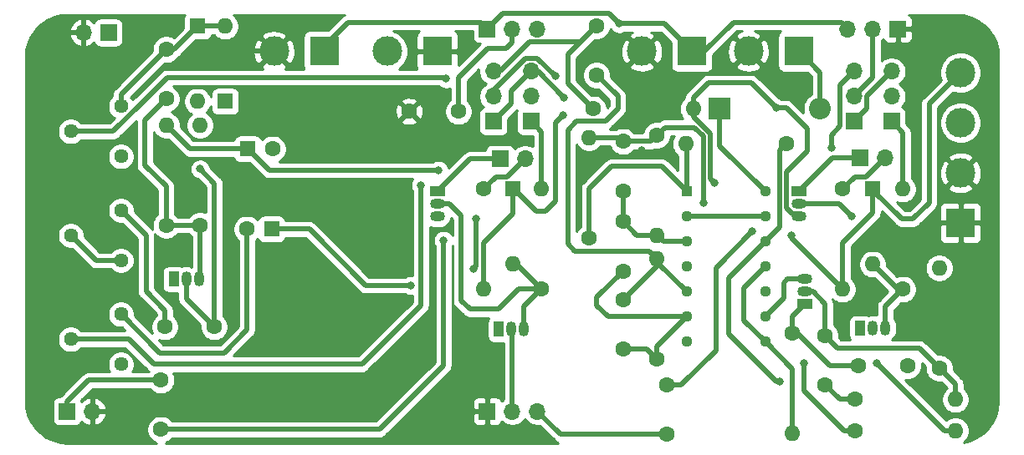
<source format=gbr>
G04 #@! TF.GenerationSoftware,KiCad,Pcbnew,(5.1.7)-1*
G04 #@! TF.CreationDate,2021-11-30T20:19:25-06:00*
G04 #@! TF.ProjectId,GuitarBoard,47756974-6172-4426-9f61-72642e6b6963,rev?*
G04 #@! TF.SameCoordinates,Original*
G04 #@! TF.FileFunction,Copper,L1,Top*
G04 #@! TF.FilePolarity,Positive*
%FSLAX46Y46*%
G04 Gerber Fmt 4.6, Leading zero omitted, Abs format (unit mm)*
G04 Created by KiCad (PCBNEW (5.1.7)-1) date 2021-11-30 20:19:25*
%MOMM*%
%LPD*%
G01*
G04 APERTURE LIST*
G04 #@! TA.AperFunction,ComponentPad*
%ADD10C,1.440000*%
G04 #@! TD*
G04 #@! TA.AperFunction,ComponentPad*
%ADD11R,2.200000X2.200000*%
G04 #@! TD*
G04 #@! TA.AperFunction,ComponentPad*
%ADD12O,2.200000X2.200000*%
G04 #@! TD*
G04 #@! TA.AperFunction,ComponentPad*
%ADD13R,1.600000X1.600000*%
G04 #@! TD*
G04 #@! TA.AperFunction,ComponentPad*
%ADD14O,1.600000X1.600000*%
G04 #@! TD*
G04 #@! TA.AperFunction,ComponentPad*
%ADD15R,1.700000X1.700000*%
G04 #@! TD*
G04 #@! TA.AperFunction,ComponentPad*
%ADD16O,1.700000X1.700000*%
G04 #@! TD*
G04 #@! TA.AperFunction,ComponentPad*
%ADD17O,1.050000X1.500000*%
G04 #@! TD*
G04 #@! TA.AperFunction,ComponentPad*
%ADD18R,1.050000X1.500000*%
G04 #@! TD*
G04 #@! TA.AperFunction,ComponentPad*
%ADD19C,1.600000*%
G04 #@! TD*
G04 #@! TA.AperFunction,ComponentPad*
%ADD20O,1.500000X1.050000*%
G04 #@! TD*
G04 #@! TA.AperFunction,ComponentPad*
%ADD21R,1.500000X1.050000*%
G04 #@! TD*
G04 #@! TA.AperFunction,ComponentPad*
%ADD22C,3.000000*%
G04 #@! TD*
G04 #@! TA.AperFunction,ComponentPad*
%ADD23R,3.000000X3.000000*%
G04 #@! TD*
G04 #@! TA.AperFunction,ComponentPad*
%ADD24R,1.130000X1.130000*%
G04 #@! TD*
G04 #@! TA.AperFunction,ComponentPad*
%ADD25C,1.130000*%
G04 #@! TD*
G04 #@! TA.AperFunction,ViaPad*
%ADD26C,0.800000*%
G04 #@! TD*
G04 #@! TA.AperFunction,Conductor*
%ADD27C,0.500000*%
G04 #@! TD*
G04 #@! TA.AperFunction,Conductor*
%ADD28C,0.254000*%
G04 #@! TD*
G04 #@! TA.AperFunction,Conductor*
%ADD29C,0.100000*%
G04 #@! TD*
G04 APERTURE END LIST*
D10*
G04 #@! TO.P,RV2,1*
G04 #@! TO.N,Net-(C3-Pad2)*
X67437000Y-85090000D03*
G04 #@! TO.P,RV2,2*
G04 #@! TO.N,FXOutA*
X62357000Y-87630000D03*
G04 #@! TO.P,RV2,3*
G04 #@! TO.N,FXGND*
X67437000Y-90170000D03*
G04 #@! TD*
D11*
G04 #@! TO.P,D7,1*
G04 #@! TO.N,9V*
X128016000Y-85344000D03*
D12*
G04 #@! TO.P,D7,2*
G04 #@! TO.N,Net-(BT1-Pad1)*
X138176000Y-85344000D03*
G04 #@! TD*
D13*
G04 #@! TO.P,D3,1*
G04 #@! TO.N,FXGND*
X77978000Y-84582000D03*
D14*
G04 #@! TO.P,D3,2*
G04 #@! TO.N,Net-(C3-Pad2)*
X77978000Y-76962000D03*
G04 #@! TD*
G04 #@! TO.P,D4,2*
G04 #@! TO.N,FXGND*
X75184000Y-84582000D03*
D13*
G04 #@! TO.P,D4,1*
G04 #@! TO.N,Net-(C3-Pad2)*
X75184000Y-76962000D03*
G04 #@! TD*
D15*
G04 #@! TO.P,J1,1*
G04 #@! TO.N,GND*
X104500000Y-116000000D03*
D16*
G04 #@! TO.P,J1,2*
G04 #@! TO.N,FXGND*
X107040000Y-116000000D03*
G04 #@! TO.P,J1,3*
G04 #@! TO.N,Net-(C1-Pad1)*
X109580000Y-116000000D03*
G04 #@! TD*
D15*
G04 #@! TO.P,J2,1*
G04 #@! TO.N,Net-(C4-Pad2)*
X61976000Y-116000000D03*
D16*
G04 #@! TO.P,J2,2*
G04 #@! TO.N,GND*
X64516000Y-116000000D03*
G04 #@! TD*
D17*
G04 #@! TO.P,Q1,2*
G04 #@! TO.N,Net-(C2-Pad2)*
X74041000Y-102616000D03*
G04 #@! TO.P,Q1,3*
G04 #@! TO.N,Net-(C3-Pad1)*
X75311000Y-102616000D03*
D18*
G04 #@! TO.P,Q1,1*
G04 #@! TO.N,FXGND*
X72771000Y-102616000D03*
G04 #@! TD*
D19*
G04 #@! TO.P,R2,1*
G04 #@! TO.N,Net-(C3-Pad1)*
X75438000Y-97155000D03*
D14*
G04 #@! TO.P,R2,2*
G04 #@! TO.N,Net-(C2-Pad2)*
X75438000Y-86995000D03*
G04 #@! TD*
G04 #@! TO.P,R3,2*
G04 #@! TO.N,9V*
X72009000Y-86995000D03*
D19*
G04 #@! TO.P,R3,1*
G04 #@! TO.N,Net-(C3-Pad1)*
X72009000Y-97155000D03*
G04 #@! TD*
D16*
G04 #@! TO.P,RV3,3*
G04 #@! TO.N,Net-(J3-Pad1)*
X140970000Y-77222000D03*
G04 #@! TO.P,RV3,2*
G04 #@! TO.N,Pickups*
X143510000Y-77222000D03*
D15*
G04 #@! TO.P,RV3,1*
G04 #@! TO.N,GND*
X146050000Y-77222000D03*
G04 #@! TD*
G04 #@! TO.P,RV4,1*
G04 #@! TO.N,Net-(J3-Pad1)*
X104500000Y-77222000D03*
D16*
G04 #@! TO.P,RV4,2*
G04 #@! TO.N,Net-(C5-Pad1)*
X107040000Y-77222000D03*
G04 #@! TO.P,RV4,3*
G04 #@! TO.N,N/C*
X109580000Y-77222000D03*
G04 #@! TD*
D10*
G04 #@! TO.P,RV1,3*
G04 #@! TO.N,FXInA*
X67437000Y-100711000D03*
G04 #@! TO.P,RV1,2*
X62357000Y-98171000D03*
G04 #@! TO.P,RV1,1*
G04 #@! TO.N,Net-(C2-Pad1)*
X67437000Y-95631000D03*
G04 #@! TD*
D16*
G04 #@! TO.P,SW5,2*
G04 #@! TO.N,GND*
X63627000Y-77597000D03*
D15*
G04 #@! TO.P,SW5,1*
G04 #@! TO.N,FXGND*
X66167000Y-77597000D03*
G04 #@! TD*
D16*
G04 #@! TO.P,SW1,3*
G04 #@! TO.N,FXInA*
X141605000Y-81534000D03*
G04 #@! TO.P,SW1,2*
G04 #@! TO.N,Pickups*
X141605000Y-84074000D03*
D15*
G04 #@! TO.P,SW1,1*
G04 #@! TO.N,Net-(SW1-Pad1)*
X141605000Y-86614000D03*
G04 #@! TD*
G04 #@! TO.P,SW2,1*
G04 #@! TO.N,Net-(R1-Pad2)*
X145415000Y-86614000D03*
D16*
G04 #@! TO.P,SW2,2*
G04 #@! TO.N,FXOutA*
X145415000Y-84074000D03*
G04 #@! TO.P,SW2,3*
G04 #@! TO.N,Net-(SW1-Pad1)*
X145415000Y-81534000D03*
G04 #@! TD*
G04 #@! TO.P,SW3,3*
G04 #@! TO.N,FXInB*
X105135000Y-81534000D03*
G04 #@! TO.P,SW3,2*
G04 #@! TO.N,Net-(SW1-Pad1)*
X105135000Y-84074000D03*
D15*
G04 #@! TO.P,SW3,1*
G04 #@! TO.N,Amp*
X105135000Y-86614000D03*
G04 #@! TD*
G04 #@! TO.P,SW4,1*
G04 #@! TO.N,Net-(R5-Pad2)*
X108945000Y-86614000D03*
D16*
G04 #@! TO.P,SW4,2*
G04 #@! TO.N,FXOutB*
X108945000Y-84074000D03*
G04 #@! TO.P,SW4,3*
G04 #@! TO.N,Amp*
X108945000Y-81534000D03*
G04 #@! TD*
D19*
G04 #@! TO.P,C1,2*
G04 #@! TO.N,Pickups*
X122663000Y-113364000D03*
G04 #@! TO.P,C1,1*
G04 #@! TO.N,Net-(C1-Pad1)*
X122663000Y-118364000D03*
G04 #@! TD*
G04 #@! TO.P,C4,1*
G04 #@! TO.N,Amp*
X71482000Y-117856000D03*
G04 #@! TO.P,C4,2*
G04 #@! TO.N,Net-(C4-Pad2)*
X71482000Y-112856000D03*
G04 #@! TD*
D14*
G04 #@! TO.P,D1,2*
G04 #@! TO.N,Net-(D1-Pad2)*
X143510000Y-101092000D03*
D13*
G04 #@! TO.P,D1,1*
G04 #@! TO.N,9V*
X143510000Y-93472000D03*
G04 #@! TD*
G04 #@! TO.P,D5,1*
G04 #@! TO.N,9V*
X107061000Y-93472000D03*
D14*
G04 #@! TO.P,D5,2*
G04 #@! TO.N,Net-(D5-Pad2)*
X107061000Y-101092000D03*
G04 #@! TD*
D18*
G04 #@! TO.P,Q2,1*
G04 #@! TO.N,N/C*
X142240000Y-107569000D03*
D17*
G04 #@! TO.P,Q2,3*
G04 #@! TO.N,Net-(D1-Pad2)*
X144780000Y-107569000D03*
G04 #@! TO.P,Q2,2*
G04 #@! TO.N,FXGND*
X143510000Y-107569000D03*
G04 #@! TD*
D20*
G04 #@! TO.P,Q3,2*
G04 #@! TO.N,Net-(D1-Pad2)*
X136017000Y-94996000D03*
G04 #@! TO.P,Q3,3*
G04 #@! TO.N,FXGND*
X136017000Y-96266000D03*
D21*
G04 #@! TO.P,Q3,1*
G04 #@! TO.N,Net-(D2-Pad1)*
X136017000Y-93726000D03*
G04 #@! TD*
D18*
G04 #@! TO.P,Q4,1*
G04 #@! TO.N,N/C*
X105664000Y-107696000D03*
D17*
G04 #@! TO.P,Q4,3*
G04 #@! TO.N,Net-(D5-Pad2)*
X108204000Y-107696000D03*
G04 #@! TO.P,Q4,2*
G04 #@! TO.N,FXGND*
X106934000Y-107696000D03*
G04 #@! TD*
D20*
G04 #@! TO.P,Q5,2*
G04 #@! TO.N,Net-(D5-Pad2)*
X99441000Y-94996000D03*
G04 #@! TO.P,Q5,3*
G04 #@! TO.N,FXGND*
X99441000Y-96266000D03*
D21*
G04 #@! TO.P,Q5,1*
G04 #@! TO.N,Net-(D6-Pad1)*
X99441000Y-93726000D03*
G04 #@! TD*
D19*
G04 #@! TO.P,R1,1*
G04 #@! TO.N,Net-(D1-Pad2)*
X146558000Y-103632000D03*
D14*
G04 #@! TO.P,R1,2*
G04 #@! TO.N,Net-(R1-Pad2)*
X146558000Y-93472000D03*
G04 #@! TD*
D19*
G04 #@! TO.P,R4,1*
G04 #@! TO.N,Net-(D2-Pad2)*
X140462000Y-93472000D03*
D14*
G04 #@! TO.P,R4,2*
G04 #@! TO.N,9V*
X140462000Y-103632000D03*
G04 #@! TD*
G04 #@! TO.P,R5,2*
G04 #@! TO.N,Net-(R5-Pad2)*
X109982000Y-93472000D03*
D19*
G04 #@! TO.P,R5,1*
G04 #@! TO.N,Net-(D5-Pad2)*
X109982000Y-103632000D03*
G04 #@! TD*
D14*
G04 #@! TO.P,R6,2*
G04 #@! TO.N,9V*
X104140000Y-103632000D03*
D19*
G04 #@! TO.P,R6,1*
G04 #@! TO.N,Net-(D6-Pad2)*
X104140000Y-93472000D03*
G04 #@! TD*
D15*
G04 #@! TO.P,D2,1*
G04 #@! TO.N,Net-(D2-Pad1)*
X142240000Y-90297000D03*
D16*
G04 #@! TO.P,D2,2*
G04 #@! TO.N,Net-(D2-Pad2)*
X144780000Y-90297000D03*
G04 #@! TD*
G04 #@! TO.P,D6,2*
G04 #@! TO.N,Net-(D6-Pad2)*
X108331000Y-90424000D03*
D15*
G04 #@! TO.P,D6,1*
G04 #@! TO.N,Net-(D6-Pad1)*
X105791000Y-90424000D03*
G04 #@! TD*
D22*
G04 #@! TO.P,BT1,2*
G04 #@! TO.N,GND*
X130937000Y-79502000D03*
D23*
G04 #@! TO.P,BT1,1*
G04 #@! TO.N,Net-(BT1-Pad1)*
X136017000Y-79502000D03*
G04 #@! TD*
D24*
G04 #@! TO.P,IC1,1*
G04 #@! TO.N,/Bitcrusher/pin1*
X124681000Y-93726000D03*
D25*
G04 #@! TO.P,IC1,2*
G04 #@! TO.N,/Bitcrusher/pin13*
X124681000Y-96266000D03*
G04 #@! TO.P,IC1,3*
G04 #@! TO.N,/Bitcrusher/pin3*
X124681000Y-98806000D03*
G04 #@! TO.P,IC1,4*
G04 #@! TO.N,/Bitcrusher/pin4*
X124681000Y-101346000D03*
G04 #@! TO.P,IC1,5*
G04 #@! TO.N,/Bitcrusher/pin5*
X124681000Y-103886000D03*
G04 #@! TO.P,IC1,6*
G04 #@! TO.N,/Bitcrusher/pin6*
X124681000Y-106426000D03*
G04 #@! TO.P,IC1,7*
G04 #@! TO.N,FXGND*
X124681000Y-108966000D03*
G04 #@! TO.P,IC1,8*
G04 #@! TO.N,/Bitcrusher/pin11*
X132621000Y-108966000D03*
G04 #@! TO.P,IC1,9*
G04 #@! TO.N,/Bitcrusher/pin9*
X132621000Y-106426000D03*
G04 #@! TO.P,IC1,10*
G04 #@! TO.N,/Bitcrusher/pin10*
X132621000Y-103886000D03*
G04 #@! TO.P,IC1,11*
G04 #@! TO.N,/Bitcrusher/pin11*
X132621000Y-101346000D03*
G04 #@! TO.P,IC1,12*
G04 #@! TO.N,/Bitcrusher/pin12*
X132621000Y-98806000D03*
G04 #@! TO.P,IC1,13*
G04 #@! TO.N,/Bitcrusher/pin13*
X132621000Y-96266000D03*
G04 #@! TO.P,IC1,14*
G04 #@! TO.N,9V*
X132621000Y-93726000D03*
G04 #@! TD*
D22*
G04 #@! TO.P,J3,2*
G04 #@! TO.N,GND*
X82931000Y-79502000D03*
D23*
G04 #@! TO.P,J3,1*
G04 #@! TO.N,Net-(J3-Pad1)*
X88011000Y-79502000D03*
G04 #@! TD*
G04 #@! TO.P,J4,1*
G04 #@! TO.N,Net-(J3-Pad1)*
X125222000Y-79502000D03*
D22*
G04 #@! TO.P,J4,2*
G04 #@! TO.N,GND*
X120142000Y-79502000D03*
G04 #@! TD*
D23*
G04 #@! TO.P,J5,1*
G04 #@! TO.N,GND*
X99441000Y-79502000D03*
D22*
G04 #@! TO.P,J5,2*
G04 #@! TO.N,N/C*
X94361000Y-79502000D03*
G04 #@! TD*
D20*
G04 #@! TO.P,Q6,2*
G04 #@! TO.N,Net-(C11-Pad1)*
X136652000Y-103886000D03*
G04 #@! TO.P,Q6,3*
G04 #@! TO.N,/Bitcrusher/pin9*
X136652000Y-102616000D03*
D21*
G04 #@! TO.P,Q6,1*
G04 #@! TO.N,Net-(C12-Pad2)*
X136652000Y-105156000D03*
G04 #@! TD*
D19*
G04 #@! TO.P,R7,1*
G04 #@! TO.N,FXInB*
X115189000Y-85344000D03*
D14*
G04 #@! TO.P,R7,2*
G04 #@! TO.N,FXGND*
X125349000Y-85344000D03*
G04 #@! TD*
G04 #@! TO.P,R8,2*
G04 #@! TO.N,/Bitcrusher/pin5*
X121666000Y-100584000D03*
D19*
G04 #@! TO.P,R8,1*
G04 #@! TO.N,/Bitcrusher/pin6*
X121666000Y-110744000D03*
G04 #@! TD*
G04 #@! TO.P,R9,1*
G04 #@! TO.N,/Bitcrusher/pin4*
X121666000Y-88011000D03*
D14*
G04 #@! TO.P,R9,2*
G04 #@! TO.N,/Bitcrusher/pin3*
X121666000Y-98171000D03*
G04 #@! TD*
G04 #@! TO.P,R10,2*
G04 #@! TO.N,/Bitcrusher/pin4*
X114808000Y-88265000D03*
D19*
G04 #@! TO.P,R10,1*
G04 #@! TO.N,/Bitcrusher/pin1*
X114808000Y-98425000D03*
G04 #@! TD*
G04 #@! TO.P,R11,1*
G04 #@! TO.N,/Bitcrusher/pin12*
X134747000Y-88900000D03*
D14*
G04 #@! TO.P,R11,2*
G04 #@! TO.N,/Bitcrusher/pin1*
X124587000Y-88900000D03*
G04 #@! TD*
G04 #@! TO.P,R12,2*
G04 #@! TO.N,Net-(C11-Pad1)*
X151892000Y-114808000D03*
D19*
G04 #@! TO.P,R12,1*
G04 #@! TO.N,/Bitcrusher/pin12*
X141732000Y-114808000D03*
G04 #@! TD*
G04 #@! TO.P,R13,1*
G04 #@! TO.N,Net-(C11-Pad1)*
X150241000Y-111633000D03*
D14*
G04 #@! TO.P,R13,2*
G04 #@! TO.N,FXGND*
X150241000Y-101473000D03*
G04 #@! TD*
G04 #@! TO.P,R14,2*
G04 #@! TO.N,/Bitcrusher/pin9*
X151892000Y-117983000D03*
D19*
G04 #@! TO.P,R14,1*
G04 #@! TO.N,/Bitcrusher/pin10*
X141732000Y-117983000D03*
G04 #@! TD*
G04 #@! TO.P,R15,1*
G04 #@! TO.N,Net-(C12-Pad2)*
X135382000Y-108077000D03*
D14*
G04 #@! TO.P,R15,2*
G04 #@! TO.N,/Bitcrusher/pin11*
X135382000Y-118237000D03*
G04 #@! TD*
D10*
G04 #@! TO.P,RV5,3*
G04 #@! TO.N,FXGND*
X67437000Y-111252000D03*
G04 #@! TO.P,RV5,2*
G04 #@! TO.N,FXOutB*
X62357000Y-108712000D03*
G04 #@! TO.P,RV5,1*
G04 #@! TO.N,Net-(C13-Pad2)*
X67437000Y-106172000D03*
G04 #@! TD*
D19*
G04 #@! TO.P,C2,1*
G04 #@! TO.N,Net-(C2-Pad1)*
X71882000Y-107442000D03*
G04 #@! TO.P,C2,2*
G04 #@! TO.N,Net-(C2-Pad2)*
X76882000Y-107442000D03*
G04 #@! TD*
G04 #@! TO.P,C3,2*
G04 #@! TO.N,Net-(C3-Pad2)*
X72009000Y-79328000D03*
G04 #@! TO.P,C3,1*
G04 #@! TO.N,Net-(C3-Pad1)*
X72009000Y-84328000D03*
G04 #@! TD*
G04 #@! TO.P,C5,1*
G04 #@! TO.N,Net-(C5-Pad1)*
X101600000Y-85598000D03*
G04 #@! TO.P,C5,2*
G04 #@! TO.N,GND*
X96600000Y-85598000D03*
G04 #@! TD*
G04 #@! TO.P,C6,2*
G04 #@! TO.N,FXInB*
X115570000Y-76915000D03*
G04 #@! TO.P,C6,1*
G04 #@! TO.N,/Bitcrusher/pin5*
X115570000Y-81915000D03*
G04 #@! TD*
G04 #@! TO.P,C7,1*
G04 #@! TO.N,/Bitcrusher/pin6*
X118237000Y-109728000D03*
G04 #@! TO.P,C7,2*
G04 #@! TO.N,/Bitcrusher/pin5*
X118237000Y-104728000D03*
G04 #@! TD*
G04 #@! TO.P,C8,1*
G04 #@! TO.N,/Bitcrusher/pin3*
X118237000Y-96774000D03*
G04 #@! TO.P,C8,2*
G04 #@! TO.N,/Bitcrusher/pin6*
X118237000Y-101774000D03*
G04 #@! TD*
G04 #@! TO.P,C9,2*
G04 #@! TO.N,/Bitcrusher/pin3*
X118237000Y-93646000D03*
G04 #@! TO.P,C9,1*
G04 #@! TO.N,/Bitcrusher/pin4*
X118237000Y-88646000D03*
G04 #@! TD*
G04 #@! TO.P,C10,2*
G04 #@! TO.N,FXGND*
X82764000Y-89408000D03*
D13*
G04 #@! TO.P,C10,1*
G04 #@! TO.N,9V*
X80264000Y-89408000D03*
G04 #@! TD*
D19*
G04 #@! TO.P,C11,1*
G04 #@! TO.N,Net-(C11-Pad1)*
X138684000Y-108331000D03*
G04 #@! TO.P,C11,2*
G04 #@! TO.N,/Bitcrusher/pin12*
X138684000Y-113331000D03*
G04 #@! TD*
G04 #@! TO.P,C12,2*
G04 #@! TO.N,Net-(C12-Pad2)*
X142066000Y-111379000D03*
G04 #@! TO.P,C12,1*
G04 #@! TO.N,FXGND*
X147066000Y-111379000D03*
G04 #@! TD*
D13*
G04 #@! TO.P,C13,1*
G04 #@! TO.N,/Bitcrusher/pin10*
X82677000Y-97536000D03*
D19*
G04 #@! TO.P,C13,2*
G04 #@! TO.N,Net-(C13-Pad2)*
X80177000Y-97536000D03*
G04 #@! TD*
D22*
G04 #@! TO.P,J6,2*
G04 #@! TO.N,GND*
X152400000Y-91821000D03*
G04 #@! TO.P,J6,3*
G04 #@! TO.N,Amp*
X152400000Y-86741000D03*
D23*
G04 #@! TO.P,J6,1*
G04 #@! TO.N,GND*
X152400000Y-96901000D03*
D22*
G04 #@! TO.P,J6,4*
G04 #@! TO.N,9V*
X152400000Y-81661000D03*
G04 #@! TD*
D26*
G04 #@! TO.N,GND*
X77978000Y-79629000D03*
X102235000Y-109982000D03*
X97790000Y-110109000D03*
X90297000Y-106553000D03*
X81661000Y-84201000D03*
X119126000Y-85471000D03*
X120142000Y-89535000D03*
X114046000Y-92075000D03*
X94234000Y-99822000D03*
G04 #@! TO.N,Net-(C2-Pad2)*
X75438000Y-91440000D03*
G04 #@! TO.N,FXGND*
X133731000Y-85217000D03*
X127508000Y-92837000D03*
X103378000Y-96520000D03*
X103124000Y-101600000D03*
G04 #@! TO.N,9V*
X99568000Y-91567000D03*
X112141000Y-85979000D03*
X135255000Y-98171000D03*
G04 #@! TO.N,Pickups*
X131318000Y-97790000D03*
G04 #@! TO.N,Amp*
X100076000Y-98679000D03*
X112268000Y-84201000D03*
G04 #@! TO.N,FXInA*
X139319000Y-89281000D03*
G04 #@! TO.N,FXOutA*
X100330000Y-82296000D03*
G04 #@! TO.N,FXOutB*
X97790000Y-93091000D03*
G04 #@! TO.N,/Bitcrusher/pin4*
X126365000Y-94869000D03*
G04 #@! TO.N,/Bitcrusher/pin12*
X134112000Y-113030000D03*
G04 #@! TO.N,/Bitcrusher/pin10*
X136525000Y-111125000D03*
X96774000Y-103251000D03*
G04 #@! TO.N,Net-(D1-Pad2)*
X141351000Y-96266000D03*
G04 #@! TO.N,/Bitcrusher/pin9*
X143891000Y-111125000D03*
G04 #@! TO.N,Net-(J3-Pad1)*
X117856000Y-76708000D03*
G04 #@! TO.N,Net-(SW1-Pad1)*
X111379000Y-82042000D03*
G04 #@! TD*
D27*
G04 #@! TO.N,Net-(BT1-Pad1)*
X138176000Y-81661000D02*
X136017000Y-79502000D01*
X138176000Y-85344000D02*
X138176000Y-81661000D01*
G04 #@! TO.N,GND*
X78105000Y-79502000D02*
X77978000Y-79629000D01*
X82931000Y-79502000D02*
X78105000Y-79502000D01*
G04 #@! TO.N,Net-(C1-Pad1)*
X111944000Y-118364000D02*
X109580000Y-116000000D01*
X122663000Y-118364000D02*
X111944000Y-118364000D01*
G04 #@! TO.N,Net-(C2-Pad2)*
X74041000Y-104601000D02*
X74041000Y-102616000D01*
X76882000Y-107442000D02*
X74041000Y-104601000D01*
X76882000Y-92884000D02*
X75438000Y-91440000D01*
X76882000Y-107442000D02*
X76882000Y-92884000D01*
G04 #@! TO.N,Net-(C3-Pad2)*
X67437000Y-83900000D02*
X72009000Y-79328000D01*
X67437000Y-85090000D02*
X67437000Y-83900000D01*
X72818000Y-79328000D02*
X75184000Y-76962000D01*
X72009000Y-79328000D02*
X72818000Y-79328000D01*
X75184000Y-76962000D02*
X77978000Y-76962000D01*
G04 #@! TO.N,Net-(C3-Pad1)*
X75438000Y-102489000D02*
X75311000Y-102616000D01*
X75438000Y-97155000D02*
X75438000Y-102489000D01*
X72009000Y-97155000D02*
X75438000Y-97155000D01*
X72009000Y-97155000D02*
X72009000Y-93218000D01*
X72009000Y-93218000D02*
X69850000Y-91059000D01*
X69850000Y-86487000D02*
X72009000Y-84328000D01*
X69850000Y-91059000D02*
X69850000Y-86487000D01*
G04 #@! TO.N,FXGND*
X107040000Y-107802000D02*
X106934000Y-107696000D01*
X107040000Y-116000000D02*
X107040000Y-107802000D01*
X125349000Y-84212630D02*
X126884630Y-82677000D01*
X125349000Y-85344000D02*
X125349000Y-84212630D01*
X131191000Y-82677000D02*
X133731000Y-85217000D01*
X126884630Y-82677000D02*
X131191000Y-82677000D01*
X134816999Y-95399871D02*
X134816999Y-91751001D01*
X135388138Y-95971010D02*
X134816999Y-95399871D01*
X135976010Y-95971010D02*
X135388138Y-95971010D01*
X136017000Y-96012000D02*
X135976010Y-95971010D01*
X136017000Y-96266000D02*
X136017000Y-96012000D01*
X134816999Y-91751001D02*
X136906000Y-89662000D01*
X136906000Y-89662000D02*
X136906000Y-87376000D01*
X134747000Y-85217000D02*
X133731000Y-85217000D01*
X136906000Y-87376000D02*
X134747000Y-85217000D01*
X127065010Y-92394010D02*
X127508000Y-92837000D01*
X127065010Y-87848047D02*
X127065010Y-92394010D01*
X125349000Y-86132037D02*
X127065010Y-87848047D01*
X125349000Y-85344000D02*
X125349000Y-86132037D01*
X103378000Y-101346000D02*
X103124000Y-101600000D01*
X103378000Y-96520000D02*
X103378000Y-101346000D01*
G04 #@! TO.N,9V*
X128016000Y-89121000D02*
X132621000Y-93726000D01*
X128016000Y-85344000D02*
X128016000Y-89121000D01*
X74422000Y-89408000D02*
X72009000Y-86995000D01*
X80264000Y-89408000D02*
X74422000Y-89408000D01*
X104140000Y-103632000D02*
X104140000Y-98933000D01*
X107061000Y-96012000D02*
X107061000Y-93472000D01*
X104140000Y-98933000D02*
X107061000Y-96012000D01*
X140462000Y-103632000D02*
X140462000Y-98933000D01*
X143510000Y-95885000D02*
X143510000Y-93472000D01*
X140462000Y-98933000D02*
X143510000Y-95885000D01*
X143510000Y-93472000D02*
X143510000Y-93599000D01*
X143510000Y-93599000D02*
X146431000Y-96520000D01*
X146431000Y-96520000D02*
X147574000Y-96520000D01*
X147574000Y-96520000D02*
X149225000Y-94869000D01*
X149225000Y-84836000D02*
X152400000Y-81661000D01*
X149225000Y-94869000D02*
X149225000Y-84836000D01*
X82423000Y-91567000D02*
X99568000Y-91567000D01*
X80264000Y-89408000D02*
X82423000Y-91567000D01*
X107061000Y-93472000D02*
X107188000Y-93472000D01*
X107188000Y-93472000D02*
X109474000Y-95758000D01*
X109474000Y-95758000D02*
X110363000Y-95758000D01*
X110363000Y-95758000D02*
X111379000Y-94742000D01*
X111379000Y-86741000D02*
X112141000Y-85979000D01*
X111379000Y-94742000D02*
X111379000Y-86741000D01*
X135255000Y-98425000D02*
X135255000Y-98171000D01*
X140462000Y-103632000D02*
X135255000Y-98425000D01*
G04 #@! TO.N,Pickups*
X143510000Y-82169000D02*
X143510000Y-77222000D01*
X141605000Y-84074000D02*
X143510000Y-82169000D01*
X122663000Y-113364000D02*
X124126000Y-113364000D01*
X124126000Y-113364000D02*
X127635000Y-109855000D01*
X127635000Y-101473000D02*
X131318000Y-97790000D01*
X127635000Y-109855000D02*
X127635000Y-101473000D01*
G04 #@! TO.N,Amp*
X105135000Y-86614000D02*
X106934000Y-84815000D01*
X106934000Y-83545000D02*
X108945000Y-81534000D01*
X106934000Y-84815000D02*
X106934000Y-83545000D01*
X71482000Y-117856000D02*
X93599000Y-117856000D01*
X100076000Y-111379000D02*
X100076000Y-98679000D01*
X93599000Y-117856000D02*
X100076000Y-111379000D01*
X109601000Y-81534000D02*
X112268000Y-84201000D01*
X108945000Y-81534000D02*
X109601000Y-81534000D01*
G04 #@! TO.N,FXInA*
X64897000Y-100711000D02*
X62357000Y-98171000D01*
X67437000Y-100711000D02*
X64897000Y-100711000D01*
X139319000Y-89281000D02*
X139319000Y-88011000D01*
X139319000Y-88011000D02*
X140208000Y-87122000D01*
X140208000Y-82931000D02*
X141605000Y-81534000D01*
X140208000Y-87122000D02*
X140208000Y-82931000D01*
G04 #@! TO.N,FXOutA*
X66628602Y-87630000D02*
X69469000Y-84789602D01*
X62357000Y-87630000D02*
X66628602Y-87630000D01*
X69469000Y-84789602D02*
X72089602Y-82169000D01*
X100203000Y-82169000D02*
X100330000Y-82296000D01*
X72089602Y-82169000D02*
X100203000Y-82169000D01*
G04 #@! TO.N,FXOutB*
X62357000Y-108712000D02*
X68199000Y-108712000D01*
X68199000Y-108712000D02*
X70739000Y-111252000D01*
X70739000Y-111252000D02*
X91821000Y-111252000D01*
X97790000Y-105283000D02*
X97790000Y-93091000D01*
X91821000Y-111252000D02*
X97790000Y-105283000D01*
G04 #@! TO.N,FXInB*
X115189000Y-85344000D02*
X112649000Y-82804000D01*
X112649000Y-79836000D02*
X115570000Y-76915000D01*
X112649000Y-82804000D02*
X112649000Y-79836000D01*
X113962999Y-78522001D02*
X108802999Y-78522001D01*
X115570000Y-76915000D02*
X113962999Y-78522001D01*
X105791000Y-81534000D02*
X105135000Y-81534000D01*
X108802999Y-78522001D02*
X105791000Y-81534000D01*
G04 #@! TO.N,Net-(C2-Pad1)*
X71882000Y-107442000D02*
X71882000Y-105791000D01*
X71882000Y-105791000D02*
X69977000Y-103886000D01*
X69977000Y-98171000D02*
X67437000Y-95631000D01*
X69977000Y-103886000D02*
X69977000Y-98171000D01*
G04 #@! TO.N,Net-(C4-Pad2)*
X61976000Y-116000000D02*
X61976000Y-115062000D01*
X64182000Y-112856000D02*
X71482000Y-112856000D01*
X61976000Y-115062000D02*
X64182000Y-112856000D01*
G04 #@! TO.N,Net-(C5-Pad1)*
X101600000Y-85598000D02*
X101600000Y-82169000D01*
X101600000Y-82169000D02*
X104521000Y-79248000D01*
X104521000Y-79248000D02*
X106426000Y-79248000D01*
X107040000Y-78634000D02*
X107040000Y-77222000D01*
X106426000Y-79248000D02*
X107040000Y-78634000D01*
G04 #@! TO.N,Net-(C11-Pad1)*
X151892000Y-113284000D02*
X150241000Y-111633000D01*
X151892000Y-114808000D02*
X151892000Y-113284000D01*
X150241000Y-111633000D02*
X148209000Y-109601000D01*
X139954000Y-109601000D02*
X138684000Y-108331000D01*
X148209000Y-109601000D02*
X139954000Y-109601000D01*
X137467002Y-103886000D02*
X136652000Y-103886000D01*
X138684000Y-105102998D02*
X137467002Y-103886000D01*
X138684000Y-108331000D02*
X138684000Y-105102998D01*
G04 #@! TO.N,Net-(D5-Pad2)*
X108204000Y-105410000D02*
X109982000Y-103632000D01*
X108204000Y-107696000D02*
X108204000Y-105410000D01*
X101854000Y-96159000D02*
X100691000Y-94996000D01*
X101854000Y-104775000D02*
X101854000Y-96159000D01*
X102743000Y-105664000D02*
X101854000Y-104775000D01*
X105664000Y-105664000D02*
X102743000Y-105664000D01*
X100691000Y-94996000D02*
X99441000Y-94996000D01*
X107696000Y-103632000D02*
X105664000Y-105664000D01*
X109982000Y-103632000D02*
X107696000Y-103632000D01*
X107442000Y-101092000D02*
X109982000Y-103632000D01*
X107061000Y-101092000D02*
X107442000Y-101092000D01*
G04 #@! TO.N,Net-(D6-Pad1)*
X102743000Y-90424000D02*
X99441000Y-93726000D01*
X105791000Y-90424000D02*
X102743000Y-90424000D01*
G04 #@! TO.N,Net-(D6-Pad2)*
X106533001Y-92221999D02*
X108331000Y-90424000D01*
X105390001Y-92221999D02*
X106533001Y-92221999D01*
X104140000Y-93472000D02*
X105390001Y-92221999D01*
G04 #@! TO.N,/Bitcrusher/pin5*
X121666000Y-100871000D02*
X124681000Y-103886000D01*
X121666000Y-100584000D02*
X121666000Y-100871000D01*
X121666000Y-101299000D02*
X121666000Y-100584000D01*
X118237000Y-104728000D02*
X121666000Y-101299000D01*
X120866001Y-99784001D02*
X113373001Y-99784001D01*
X121666000Y-100584000D02*
X120866001Y-99784001D01*
X113373001Y-99784001D02*
X112649000Y-99060000D01*
X112649000Y-99060000D02*
X112649000Y-87503000D01*
X112649000Y-87503000D02*
X113538000Y-86614000D01*
X113538000Y-86614000D02*
X116459000Y-86614000D01*
X116459000Y-86614000D02*
X117729000Y-85344000D01*
X117729000Y-84074000D02*
X115570000Y-81915000D01*
X117729000Y-85344000D02*
X117729000Y-84074000D01*
G04 #@! TO.N,/Bitcrusher/pin6*
X121666000Y-109441000D02*
X124681000Y-106426000D01*
X121666000Y-110744000D02*
X121666000Y-109441000D01*
X120650000Y-109728000D02*
X121666000Y-110744000D01*
X118237000Y-109728000D02*
X120650000Y-109728000D01*
X124681000Y-106426000D02*
X116713000Y-106426000D01*
X116713000Y-106426000D02*
X115570000Y-105283000D01*
X115570000Y-104441000D02*
X118237000Y-101774000D01*
X115570000Y-105283000D02*
X115570000Y-104441000D01*
G04 #@! TO.N,/Bitcrusher/pin3*
X118237000Y-96774000D02*
X118237000Y-93646000D01*
X119634000Y-98171000D02*
X118237000Y-96774000D01*
X121666000Y-98171000D02*
X119634000Y-98171000D01*
X122301000Y-98806000D02*
X121666000Y-98171000D01*
X124681000Y-98806000D02*
X122301000Y-98806000D01*
G04 #@! TO.N,/Bitcrusher/pin4*
X117856000Y-88265000D02*
X118237000Y-88646000D01*
X114808000Y-88265000D02*
X117856000Y-88265000D01*
X121031000Y-88646000D02*
X121666000Y-88011000D01*
X118237000Y-88646000D02*
X121031000Y-88646000D01*
X122465999Y-87211001D02*
X125438001Y-87211001D01*
X121666000Y-88011000D02*
X122465999Y-87211001D01*
X126365000Y-88138000D02*
X126365000Y-94869000D01*
X125438001Y-87211001D02*
X126365000Y-88138000D01*
G04 #@! TO.N,/Bitcrusher/pin12*
X140161000Y-114808000D02*
X138684000Y-113331000D01*
X141732000Y-114808000D02*
X140161000Y-114808000D01*
X132621000Y-98806000D02*
X134112000Y-97315000D01*
X134112000Y-89535000D02*
X134747000Y-88900000D01*
X134112000Y-97315000D02*
X134112000Y-89535000D01*
X132621000Y-98806000D02*
X128905000Y-102522000D01*
X128905000Y-102522000D02*
X128905000Y-108204000D01*
X133731000Y-113030000D02*
X134112000Y-113030000D01*
X128905000Y-108204000D02*
X133731000Y-113030000D01*
G04 #@! TO.N,Net-(C12-Pad2)*
X135382000Y-106426000D02*
X136652000Y-105156000D01*
X135382000Y-108077000D02*
X135382000Y-106426000D01*
X142066000Y-111379000D02*
X139192000Y-111379000D01*
X135890000Y-108077000D02*
X135382000Y-108077000D01*
X139192000Y-111379000D02*
X135890000Y-108077000D01*
G04 #@! TO.N,/Bitcrusher/pin10*
X136525000Y-113907370D02*
X136525000Y-111125000D01*
X140600630Y-117983000D02*
X136525000Y-113907370D01*
X141732000Y-117983000D02*
X140600630Y-117983000D01*
X82677000Y-97536000D02*
X86487000Y-97536000D01*
X92202000Y-103251000D02*
X96774000Y-103251000D01*
X86487000Y-97536000D02*
X92202000Y-103251000D01*
G04 #@! TO.N,Net-(C13-Pad2)*
X67437000Y-106172000D02*
X71374000Y-110109000D01*
X71374000Y-110109000D02*
X77851000Y-110109000D01*
X80177000Y-107783000D02*
X80177000Y-97536000D01*
X77851000Y-110109000D02*
X80177000Y-107783000D01*
G04 #@! TO.N,Net-(D1-Pad2)*
X144780000Y-105410000D02*
X146558000Y-103632000D01*
X144780000Y-107569000D02*
X144780000Y-105410000D01*
X140081000Y-94996000D02*
X141351000Y-96266000D01*
X136017000Y-94996000D02*
X140081000Y-94996000D01*
X146050000Y-103632000D02*
X143510000Y-101092000D01*
X146558000Y-103632000D02*
X146050000Y-103632000D01*
G04 #@! TO.N,Net-(D2-Pad1)*
X139446000Y-90297000D02*
X136017000Y-93726000D01*
X142240000Y-90297000D02*
X139446000Y-90297000D01*
G04 #@! TO.N,Net-(D2-Pad2)*
X142855001Y-92221999D02*
X144780000Y-90297000D01*
X141712001Y-92221999D02*
X142855001Y-92221999D01*
X140462000Y-93472000D02*
X141712001Y-92221999D01*
G04 #@! TO.N,/Bitcrusher/pin1*
X124681000Y-88994000D02*
X124587000Y-88900000D01*
X124681000Y-93726000D02*
X124681000Y-88994000D01*
X114808000Y-98425000D02*
X114808000Y-93472000D01*
X114808000Y-93472000D02*
X117094000Y-91186000D01*
X122141000Y-91186000D02*
X124681000Y-93726000D01*
X117094000Y-91186000D02*
X122141000Y-91186000D01*
G04 #@! TO.N,/Bitcrusher/pin13*
X132621000Y-96266000D02*
X124681000Y-96266000D01*
G04 #@! TO.N,/Bitcrusher/pin11*
X135382000Y-111727000D02*
X132621000Y-108966000D01*
X135382000Y-118237000D02*
X135382000Y-111727000D01*
X132621000Y-108966000D02*
X130429000Y-106774000D01*
X130429000Y-103538000D02*
X132621000Y-101346000D01*
X130429000Y-106774000D02*
X130429000Y-103538000D01*
G04 #@! TO.N,/Bitcrusher/pin9*
X132621000Y-106426000D02*
X134493000Y-104554000D01*
X134493000Y-104554000D02*
X134493000Y-102997000D01*
X134874000Y-102616000D02*
X136652000Y-102616000D01*
X134493000Y-102997000D02*
X134874000Y-102616000D01*
X150749000Y-117983000D02*
X143891000Y-111125000D01*
X151892000Y-117983000D02*
X150749000Y-117983000D01*
G04 #@! TO.N,Net-(J3-Pad1)*
X88011000Y-79502000D02*
X88011000Y-78994000D01*
X88011000Y-78994000D02*
X90424000Y-76581000D01*
X103859000Y-76581000D02*
X104500000Y-77222000D01*
X90424000Y-76581000D02*
X103859000Y-76581000D01*
X125222000Y-79502000D02*
X126492000Y-79502000D01*
X126492000Y-79502000D02*
X129413000Y-76581000D01*
X140329000Y-76581000D02*
X140970000Y-77222000D01*
X129413000Y-76581000D02*
X140329000Y-76581000D01*
X122428000Y-76708000D02*
X117856000Y-76708000D01*
X125222000Y-79502000D02*
X122428000Y-76708000D01*
X106057001Y-75664999D02*
X104500000Y-77222000D01*
X116812999Y-75664999D02*
X106057001Y-75664999D01*
X117856000Y-76708000D02*
X116812999Y-75664999D01*
G04 #@! TO.N,Net-(R1-Pad2)*
X146558000Y-87757000D02*
X145415000Y-86614000D01*
X146558000Y-93472000D02*
X146558000Y-87757000D01*
G04 #@! TO.N,Net-(R5-Pad2)*
X109982000Y-87651000D02*
X108945000Y-86614000D01*
X109982000Y-93472000D02*
X109982000Y-87651000D01*
G04 #@! TO.N,Net-(SW1-Pad1)*
X142905001Y-84043999D02*
X145415000Y-81534000D01*
X142905001Y-85313999D02*
X142905001Y-84043999D01*
X141605000Y-86614000D02*
X142905001Y-85313999D01*
X109570999Y-80233999D02*
X111379000Y-82042000D01*
X108320999Y-80233999D02*
X109570999Y-80233999D01*
X105135000Y-83419998D02*
X108320999Y-80233999D01*
X105135000Y-84074000D02*
X105135000Y-83419998D01*
G04 #@! TD*
D28*
G04 #@! TO.N,GND*
X100969000Y-104731531D02*
X100964719Y-104775000D01*
X100969000Y-104818469D01*
X100969000Y-104818476D01*
X100979451Y-104924589D01*
X100981234Y-104942687D01*
X100981805Y-104948489D01*
X101032411Y-105115312D01*
X101114589Y-105269058D01*
X101225183Y-105403817D01*
X101258956Y-105431534D01*
X102086470Y-106259049D01*
X102114183Y-106292817D01*
X102147951Y-106320530D01*
X102147953Y-106320532D01*
X102214114Y-106374829D01*
X102248941Y-106403411D01*
X102402687Y-106485589D01*
X102569510Y-106536195D01*
X102699523Y-106549000D01*
X102699531Y-106549000D01*
X102743000Y-106553281D01*
X102786469Y-106549000D01*
X104643347Y-106549000D01*
X104608463Y-106591506D01*
X104549498Y-106701820D01*
X104513188Y-106821518D01*
X104500928Y-106946000D01*
X104500928Y-108446000D01*
X104513188Y-108570482D01*
X104549498Y-108690180D01*
X104608463Y-108800494D01*
X104687815Y-108897185D01*
X104784506Y-108976537D01*
X104894820Y-109035502D01*
X105014518Y-109071812D01*
X105139000Y-109084072D01*
X106155001Y-109084072D01*
X106155000Y-114805344D01*
X106093368Y-114846525D01*
X105961513Y-114978380D01*
X105939502Y-114905820D01*
X105880537Y-114795506D01*
X105801185Y-114698815D01*
X105704494Y-114619463D01*
X105594180Y-114560498D01*
X105474482Y-114524188D01*
X105350000Y-114511928D01*
X104785750Y-114515000D01*
X104627000Y-114673750D01*
X104627000Y-115873000D01*
X104647000Y-115873000D01*
X104647000Y-116127000D01*
X104627000Y-116127000D01*
X104627000Y-117326250D01*
X104785750Y-117485000D01*
X105350000Y-117488072D01*
X105474482Y-117475812D01*
X105594180Y-117439502D01*
X105704494Y-117380537D01*
X105801185Y-117301185D01*
X105880537Y-117204494D01*
X105939502Y-117094180D01*
X105961513Y-117021620D01*
X106093368Y-117153475D01*
X106336589Y-117315990D01*
X106606842Y-117427932D01*
X106893740Y-117485000D01*
X107186260Y-117485000D01*
X107473158Y-117427932D01*
X107743411Y-117315990D01*
X107986632Y-117153475D01*
X108193475Y-116946632D01*
X108310000Y-116772240D01*
X108426525Y-116946632D01*
X108633368Y-117153475D01*
X108876589Y-117315990D01*
X109146842Y-117427932D01*
X109433740Y-117485000D01*
X109726260Y-117485000D01*
X109798960Y-117470539D01*
X111287470Y-118959049D01*
X111315183Y-118992817D01*
X111348951Y-119020530D01*
X111348953Y-119020532D01*
X111412749Y-119072888D01*
X111449941Y-119103411D01*
X111603687Y-119185589D01*
X111700641Y-119215000D01*
X71950918Y-119215000D01*
X72161727Y-119127680D01*
X72396759Y-118970637D01*
X72596637Y-118770759D01*
X72616521Y-118741000D01*
X93555531Y-118741000D01*
X93599000Y-118745281D01*
X93642469Y-118741000D01*
X93642477Y-118741000D01*
X93772490Y-118728195D01*
X93939313Y-118677589D01*
X94093059Y-118595411D01*
X94227817Y-118484817D01*
X94255534Y-118451044D01*
X95856578Y-116850000D01*
X103011928Y-116850000D01*
X103024188Y-116974482D01*
X103060498Y-117094180D01*
X103119463Y-117204494D01*
X103198815Y-117301185D01*
X103295506Y-117380537D01*
X103405820Y-117439502D01*
X103525518Y-117475812D01*
X103650000Y-117488072D01*
X104214250Y-117485000D01*
X104373000Y-117326250D01*
X104373000Y-116127000D01*
X103173750Y-116127000D01*
X103015000Y-116285750D01*
X103011928Y-116850000D01*
X95856578Y-116850000D01*
X97556578Y-115150000D01*
X103011928Y-115150000D01*
X103015000Y-115714250D01*
X103173750Y-115873000D01*
X104373000Y-115873000D01*
X104373000Y-114673750D01*
X104214250Y-114515000D01*
X103650000Y-114511928D01*
X103525518Y-114524188D01*
X103405820Y-114560498D01*
X103295506Y-114619463D01*
X103198815Y-114698815D01*
X103119463Y-114795506D01*
X103060498Y-114905820D01*
X103024188Y-115025518D01*
X103011928Y-115150000D01*
X97556578Y-115150000D01*
X100671051Y-112035528D01*
X100704817Y-112007817D01*
X100735033Y-111971000D01*
X100815410Y-111873060D01*
X100815411Y-111873059D01*
X100897589Y-111719313D01*
X100948195Y-111552490D01*
X100961000Y-111422477D01*
X100961000Y-111422467D01*
X100965281Y-111379001D01*
X100961000Y-111335535D01*
X100961000Y-99217454D01*
X100969001Y-99205480D01*
X100969000Y-104731531D01*
G04 #@! TA.AperFunction,Conductor*
D29*
G36*
X100969000Y-104731531D02*
G01*
X100964719Y-104775000D01*
X100969000Y-104818469D01*
X100969000Y-104818476D01*
X100979451Y-104924589D01*
X100981234Y-104942687D01*
X100981805Y-104948489D01*
X101032411Y-105115312D01*
X101114589Y-105269058D01*
X101225183Y-105403817D01*
X101258956Y-105431534D01*
X102086470Y-106259049D01*
X102114183Y-106292817D01*
X102147951Y-106320530D01*
X102147953Y-106320532D01*
X102214114Y-106374829D01*
X102248941Y-106403411D01*
X102402687Y-106485589D01*
X102569510Y-106536195D01*
X102699523Y-106549000D01*
X102699531Y-106549000D01*
X102743000Y-106553281D01*
X102786469Y-106549000D01*
X104643347Y-106549000D01*
X104608463Y-106591506D01*
X104549498Y-106701820D01*
X104513188Y-106821518D01*
X104500928Y-106946000D01*
X104500928Y-108446000D01*
X104513188Y-108570482D01*
X104549498Y-108690180D01*
X104608463Y-108800494D01*
X104687815Y-108897185D01*
X104784506Y-108976537D01*
X104894820Y-109035502D01*
X105014518Y-109071812D01*
X105139000Y-109084072D01*
X106155001Y-109084072D01*
X106155000Y-114805344D01*
X106093368Y-114846525D01*
X105961513Y-114978380D01*
X105939502Y-114905820D01*
X105880537Y-114795506D01*
X105801185Y-114698815D01*
X105704494Y-114619463D01*
X105594180Y-114560498D01*
X105474482Y-114524188D01*
X105350000Y-114511928D01*
X104785750Y-114515000D01*
X104627000Y-114673750D01*
X104627000Y-115873000D01*
X104647000Y-115873000D01*
X104647000Y-116127000D01*
X104627000Y-116127000D01*
X104627000Y-117326250D01*
X104785750Y-117485000D01*
X105350000Y-117488072D01*
X105474482Y-117475812D01*
X105594180Y-117439502D01*
X105704494Y-117380537D01*
X105801185Y-117301185D01*
X105880537Y-117204494D01*
X105939502Y-117094180D01*
X105961513Y-117021620D01*
X106093368Y-117153475D01*
X106336589Y-117315990D01*
X106606842Y-117427932D01*
X106893740Y-117485000D01*
X107186260Y-117485000D01*
X107473158Y-117427932D01*
X107743411Y-117315990D01*
X107986632Y-117153475D01*
X108193475Y-116946632D01*
X108310000Y-116772240D01*
X108426525Y-116946632D01*
X108633368Y-117153475D01*
X108876589Y-117315990D01*
X109146842Y-117427932D01*
X109433740Y-117485000D01*
X109726260Y-117485000D01*
X109798960Y-117470539D01*
X111287470Y-118959049D01*
X111315183Y-118992817D01*
X111348951Y-119020530D01*
X111348953Y-119020532D01*
X111412749Y-119072888D01*
X111449941Y-119103411D01*
X111603687Y-119185589D01*
X111700641Y-119215000D01*
X71950918Y-119215000D01*
X72161727Y-119127680D01*
X72396759Y-118970637D01*
X72596637Y-118770759D01*
X72616521Y-118741000D01*
X93555531Y-118741000D01*
X93599000Y-118745281D01*
X93642469Y-118741000D01*
X93642477Y-118741000D01*
X93772490Y-118728195D01*
X93939313Y-118677589D01*
X94093059Y-118595411D01*
X94227817Y-118484817D01*
X94255534Y-118451044D01*
X95856578Y-116850000D01*
X103011928Y-116850000D01*
X103024188Y-116974482D01*
X103060498Y-117094180D01*
X103119463Y-117204494D01*
X103198815Y-117301185D01*
X103295506Y-117380537D01*
X103405820Y-117439502D01*
X103525518Y-117475812D01*
X103650000Y-117488072D01*
X104214250Y-117485000D01*
X104373000Y-117326250D01*
X104373000Y-116127000D01*
X103173750Y-116127000D01*
X103015000Y-116285750D01*
X103011928Y-116850000D01*
X95856578Y-116850000D01*
X97556578Y-115150000D01*
X103011928Y-115150000D01*
X103015000Y-115714250D01*
X103173750Y-115873000D01*
X104373000Y-115873000D01*
X104373000Y-114673750D01*
X104214250Y-114515000D01*
X103650000Y-114511928D01*
X103525518Y-114524188D01*
X103405820Y-114560498D01*
X103295506Y-114619463D01*
X103198815Y-114698815D01*
X103119463Y-114795506D01*
X103060498Y-114905820D01*
X103024188Y-115025518D01*
X103011928Y-115150000D01*
X97556578Y-115150000D01*
X100671051Y-112035528D01*
X100704817Y-112007817D01*
X100735033Y-111971000D01*
X100815410Y-111873060D01*
X100815411Y-111873059D01*
X100897589Y-111719313D01*
X100948195Y-111552490D01*
X100961000Y-111422477D01*
X100961000Y-111422467D01*
X100965281Y-111379001D01*
X100961000Y-111335535D01*
X100961000Y-99217454D01*
X100969001Y-99205480D01*
X100969000Y-104731531D01*
G37*
G04 #@! TD.AperFunction*
D28*
X73853463Y-75807506D02*
X73794498Y-75917820D01*
X73758188Y-76037518D01*
X73745928Y-76162000D01*
X73745928Y-77148493D01*
X72778271Y-78116151D01*
X72688727Y-78056320D01*
X72427574Y-77948147D01*
X72150335Y-77893000D01*
X71867665Y-77893000D01*
X71590426Y-77948147D01*
X71329273Y-78056320D01*
X71094241Y-78213363D01*
X70894363Y-78413241D01*
X70737320Y-78648273D01*
X70629147Y-78909426D01*
X70574000Y-79186665D01*
X70574000Y-79469335D01*
X70580983Y-79504439D01*
X66841952Y-83243470D01*
X66808184Y-83271183D01*
X66780471Y-83304951D01*
X66780468Y-83304954D01*
X66697590Y-83405941D01*
X66615412Y-83559687D01*
X66564805Y-83726510D01*
X66547719Y-83900000D01*
X66552001Y-83943478D01*
X66552001Y-84058740D01*
X66384503Y-84226238D01*
X66236215Y-84448167D01*
X66134072Y-84694761D01*
X66082000Y-84956544D01*
X66082000Y-85223456D01*
X66134072Y-85485239D01*
X66236215Y-85731833D01*
X66384503Y-85953762D01*
X66573238Y-86142497D01*
X66747853Y-86259171D01*
X66262024Y-86745000D01*
X63388259Y-86745000D01*
X63220762Y-86577503D01*
X62998833Y-86429215D01*
X62752239Y-86327072D01*
X62490456Y-86275000D01*
X62223544Y-86275000D01*
X61961761Y-86327072D01*
X61715167Y-86429215D01*
X61493238Y-86577503D01*
X61304503Y-86766238D01*
X61156215Y-86988167D01*
X61054072Y-87234761D01*
X61002000Y-87496544D01*
X61002000Y-87763456D01*
X61054072Y-88025239D01*
X61156215Y-88271833D01*
X61304503Y-88493762D01*
X61493238Y-88682497D01*
X61715167Y-88830785D01*
X61961761Y-88932928D01*
X62223544Y-88985000D01*
X62490456Y-88985000D01*
X62752239Y-88932928D01*
X62998833Y-88830785D01*
X63220762Y-88682497D01*
X63388259Y-88515000D01*
X66585133Y-88515000D01*
X66628602Y-88519281D01*
X66672071Y-88515000D01*
X66672079Y-88515000D01*
X66802092Y-88502195D01*
X66968915Y-88451589D01*
X67122661Y-88369411D01*
X67257419Y-88258817D01*
X67285136Y-88225044D01*
X68965001Y-86545180D01*
X68965000Y-91015531D01*
X68960719Y-91059000D01*
X68965000Y-91102469D01*
X68965000Y-91102476D01*
X68976212Y-91216314D01*
X68977234Y-91226687D01*
X68977805Y-91232489D01*
X69028411Y-91399312D01*
X69110589Y-91553058D01*
X69221183Y-91687817D01*
X69254956Y-91715534D01*
X71124001Y-93584580D01*
X71124000Y-96020479D01*
X71094241Y-96040363D01*
X70894363Y-96240241D01*
X70737320Y-96475273D01*
X70629147Y-96736426D01*
X70574000Y-97013665D01*
X70574000Y-97296335D01*
X70628369Y-97569662D01*
X70605817Y-97542183D01*
X70572049Y-97514470D01*
X68792000Y-95734422D01*
X68792000Y-95497544D01*
X68739928Y-95235761D01*
X68637785Y-94989167D01*
X68489497Y-94767238D01*
X68300762Y-94578503D01*
X68078833Y-94430215D01*
X67832239Y-94328072D01*
X67570456Y-94276000D01*
X67303544Y-94276000D01*
X67041761Y-94328072D01*
X66795167Y-94430215D01*
X66573238Y-94578503D01*
X66384503Y-94767238D01*
X66236215Y-94989167D01*
X66134072Y-95235761D01*
X66082000Y-95497544D01*
X66082000Y-95764456D01*
X66134072Y-96026239D01*
X66236215Y-96272833D01*
X66384503Y-96494762D01*
X66573238Y-96683497D01*
X66795167Y-96831785D01*
X67041761Y-96933928D01*
X67303544Y-96986000D01*
X67540422Y-96986000D01*
X69092001Y-98537580D01*
X69092000Y-103842531D01*
X69087719Y-103886000D01*
X69092000Y-103929469D01*
X69092000Y-103929476D01*
X69099347Y-104004072D01*
X69104805Y-104059490D01*
X69117302Y-104100687D01*
X69155411Y-104226312D01*
X69237589Y-104380058D01*
X69348183Y-104514817D01*
X69381954Y-104542532D01*
X70997001Y-106157580D01*
X70997001Y-106307478D01*
X70967241Y-106327363D01*
X70767363Y-106527241D01*
X70610320Y-106762273D01*
X70502147Y-107023426D01*
X70447000Y-107300665D01*
X70447000Y-107583335D01*
X70502147Y-107860574D01*
X70590531Y-108073953D01*
X68792000Y-106275422D01*
X68792000Y-106038544D01*
X68739928Y-105776761D01*
X68637785Y-105530167D01*
X68489497Y-105308238D01*
X68300762Y-105119503D01*
X68078833Y-104971215D01*
X67832239Y-104869072D01*
X67570456Y-104817000D01*
X67303544Y-104817000D01*
X67041761Y-104869072D01*
X66795167Y-104971215D01*
X66573238Y-105119503D01*
X66384503Y-105308238D01*
X66236215Y-105530167D01*
X66134072Y-105776761D01*
X66082000Y-106038544D01*
X66082000Y-106305456D01*
X66134072Y-106567239D01*
X66236215Y-106813833D01*
X66384503Y-107035762D01*
X66573238Y-107224497D01*
X66795167Y-107372785D01*
X67041761Y-107474928D01*
X67303544Y-107527000D01*
X67540422Y-107527000D01*
X67840422Y-107827000D01*
X63388259Y-107827000D01*
X63220762Y-107659503D01*
X62998833Y-107511215D01*
X62752239Y-107409072D01*
X62490456Y-107357000D01*
X62223544Y-107357000D01*
X61961761Y-107409072D01*
X61715167Y-107511215D01*
X61493238Y-107659503D01*
X61304503Y-107848238D01*
X61156215Y-108070167D01*
X61054072Y-108316761D01*
X61002000Y-108578544D01*
X61002000Y-108845456D01*
X61054072Y-109107239D01*
X61156215Y-109353833D01*
X61304503Y-109575762D01*
X61493238Y-109764497D01*
X61715167Y-109912785D01*
X61961761Y-110014928D01*
X62223544Y-110067000D01*
X62490456Y-110067000D01*
X62752239Y-110014928D01*
X62998833Y-109912785D01*
X63220762Y-109764497D01*
X63388259Y-109597000D01*
X67832422Y-109597000D01*
X70082470Y-111847049D01*
X70110183Y-111880817D01*
X70143951Y-111908530D01*
X70143953Y-111908532D01*
X70214854Y-111966719D01*
X70220070Y-111971000D01*
X68586224Y-111971000D01*
X68637785Y-111893833D01*
X68739928Y-111647239D01*
X68792000Y-111385456D01*
X68792000Y-111118544D01*
X68739928Y-110856761D01*
X68637785Y-110610167D01*
X68489497Y-110388238D01*
X68300762Y-110199503D01*
X68078833Y-110051215D01*
X67832239Y-109949072D01*
X67570456Y-109897000D01*
X67303544Y-109897000D01*
X67041761Y-109949072D01*
X66795167Y-110051215D01*
X66573238Y-110199503D01*
X66384503Y-110388238D01*
X66236215Y-110610167D01*
X66134072Y-110856761D01*
X66082000Y-111118544D01*
X66082000Y-111385456D01*
X66134072Y-111647239D01*
X66236215Y-111893833D01*
X66287776Y-111971000D01*
X64225465Y-111971000D01*
X64181999Y-111966719D01*
X64138533Y-111971000D01*
X64138523Y-111971000D01*
X64008510Y-111983805D01*
X63841687Y-112034411D01*
X63687941Y-112116589D01*
X63663070Y-112137000D01*
X63586953Y-112199468D01*
X63586951Y-112199470D01*
X63553183Y-112227183D01*
X63525470Y-112260951D01*
X61380951Y-114405471D01*
X61347184Y-114433183D01*
X61319471Y-114466951D01*
X61319468Y-114466954D01*
X61282559Y-114511928D01*
X61126000Y-114511928D01*
X61001518Y-114524188D01*
X60881820Y-114560498D01*
X60771506Y-114619463D01*
X60674815Y-114698815D01*
X60595463Y-114795506D01*
X60536498Y-114905820D01*
X60500188Y-115025518D01*
X60487928Y-115150000D01*
X60487928Y-116850000D01*
X60500188Y-116974482D01*
X60536498Y-117094180D01*
X60595463Y-117204494D01*
X60674815Y-117301185D01*
X60771506Y-117380537D01*
X60881820Y-117439502D01*
X61001518Y-117475812D01*
X61126000Y-117488072D01*
X62826000Y-117488072D01*
X62950482Y-117475812D01*
X63070180Y-117439502D01*
X63180494Y-117380537D01*
X63277185Y-117301185D01*
X63356537Y-117204494D01*
X63415502Y-117094180D01*
X63439966Y-117013534D01*
X63515731Y-117097588D01*
X63749080Y-117271641D01*
X64011901Y-117396825D01*
X64159110Y-117441476D01*
X64389000Y-117320155D01*
X64389000Y-116127000D01*
X64643000Y-116127000D01*
X64643000Y-117320155D01*
X64872890Y-117441476D01*
X65020099Y-117396825D01*
X65282920Y-117271641D01*
X65516269Y-117097588D01*
X65711178Y-116881355D01*
X65860157Y-116631252D01*
X65957481Y-116356891D01*
X65836814Y-116127000D01*
X64643000Y-116127000D01*
X64389000Y-116127000D01*
X64369000Y-116127000D01*
X64369000Y-115873000D01*
X64389000Y-115873000D01*
X64389000Y-114679845D01*
X64643000Y-114679845D01*
X64643000Y-115873000D01*
X65836814Y-115873000D01*
X65957481Y-115643109D01*
X65860157Y-115368748D01*
X65711178Y-115118645D01*
X65516269Y-114902412D01*
X65282920Y-114728359D01*
X65020099Y-114603175D01*
X64872890Y-114558524D01*
X64643000Y-114679845D01*
X64389000Y-114679845D01*
X64159110Y-114558524D01*
X64011901Y-114603175D01*
X63749080Y-114728359D01*
X63515731Y-114902412D01*
X63439966Y-114986466D01*
X63415502Y-114905820D01*
X63404445Y-114885134D01*
X64548579Y-113741000D01*
X70347479Y-113741000D01*
X70367363Y-113770759D01*
X70567241Y-113970637D01*
X70802273Y-114127680D01*
X71063426Y-114235853D01*
X71340665Y-114291000D01*
X71623335Y-114291000D01*
X71900574Y-114235853D01*
X72161727Y-114127680D01*
X72396759Y-113970637D01*
X72596637Y-113770759D01*
X72753680Y-113535727D01*
X72861853Y-113274574D01*
X72917000Y-112997335D01*
X72917000Y-112714665D01*
X72861853Y-112437426D01*
X72753680Y-112176273D01*
X72727439Y-112137000D01*
X91777531Y-112137000D01*
X91821000Y-112141281D01*
X91864469Y-112137000D01*
X91864477Y-112137000D01*
X91994490Y-112124195D01*
X92161313Y-112073589D01*
X92315059Y-111991411D01*
X92449817Y-111880817D01*
X92477534Y-111847044D01*
X98385051Y-105939528D01*
X98418817Y-105911817D01*
X98446533Y-105878046D01*
X98529411Y-105777059D01*
X98538780Y-105759530D01*
X98611589Y-105623313D01*
X98662195Y-105456490D01*
X98675000Y-105326477D01*
X98675000Y-105326469D01*
X98679281Y-105283000D01*
X98675000Y-105239531D01*
X98675000Y-97292139D01*
X98769940Y-97342885D01*
X98988600Y-97409215D01*
X99159021Y-97426000D01*
X99722979Y-97426000D01*
X99893400Y-97409215D01*
X100112060Y-97342885D01*
X100313579Y-97235171D01*
X100490212Y-97090212D01*
X100635171Y-96913579D01*
X100742885Y-96712060D01*
X100809215Y-96493400D01*
X100820656Y-96377235D01*
X100969001Y-96525580D01*
X100969001Y-98152520D01*
X100879937Y-98019226D01*
X100735774Y-97875063D01*
X100566256Y-97761795D01*
X100377898Y-97683774D01*
X100177939Y-97644000D01*
X99974061Y-97644000D01*
X99774102Y-97683774D01*
X99585744Y-97761795D01*
X99416226Y-97875063D01*
X99272063Y-98019226D01*
X99158795Y-98188744D01*
X99080774Y-98377102D01*
X99041000Y-98577061D01*
X99041000Y-98780939D01*
X99080774Y-98980898D01*
X99158795Y-99169256D01*
X99191001Y-99217456D01*
X99191000Y-111012421D01*
X93232422Y-116971000D01*
X72616521Y-116971000D01*
X72596637Y-116941241D01*
X72396759Y-116741363D01*
X72161727Y-116584320D01*
X71900574Y-116476147D01*
X71623335Y-116421000D01*
X71340665Y-116421000D01*
X71063426Y-116476147D01*
X70802273Y-116584320D01*
X70567241Y-116741363D01*
X70367363Y-116941241D01*
X70210320Y-117176273D01*
X70102147Y-117437426D01*
X70047000Y-117714665D01*
X70047000Y-117997335D01*
X70102147Y-118274574D01*
X70210320Y-118535727D01*
X70367363Y-118770759D01*
X70567241Y-118970637D01*
X70802273Y-119127680D01*
X71013082Y-119215000D01*
X62034958Y-119215000D01*
X61254143Y-119145314D01*
X60531852Y-118947718D01*
X59855983Y-118625345D01*
X59247870Y-118188371D01*
X58726753Y-117650620D01*
X58309103Y-117029091D01*
X58008112Y-116343414D01*
X57831854Y-115609248D01*
X57785000Y-114971214D01*
X57785000Y-98037544D01*
X61002000Y-98037544D01*
X61002000Y-98304456D01*
X61054072Y-98566239D01*
X61156215Y-98812833D01*
X61304503Y-99034762D01*
X61493238Y-99223497D01*
X61715167Y-99371785D01*
X61961761Y-99473928D01*
X62223544Y-99526000D01*
X62460422Y-99526000D01*
X64240470Y-101306049D01*
X64268183Y-101339817D01*
X64301951Y-101367530D01*
X64301953Y-101367532D01*
X64368114Y-101421829D01*
X64402941Y-101450411D01*
X64556687Y-101532589D01*
X64723510Y-101583195D01*
X64853523Y-101596000D01*
X64853533Y-101596000D01*
X64896999Y-101600281D01*
X64940465Y-101596000D01*
X66405741Y-101596000D01*
X66573238Y-101763497D01*
X66795167Y-101911785D01*
X67041761Y-102013928D01*
X67303544Y-102066000D01*
X67570456Y-102066000D01*
X67832239Y-102013928D01*
X68078833Y-101911785D01*
X68300762Y-101763497D01*
X68489497Y-101574762D01*
X68637785Y-101352833D01*
X68739928Y-101106239D01*
X68792000Y-100844456D01*
X68792000Y-100577544D01*
X68739928Y-100315761D01*
X68637785Y-100069167D01*
X68489497Y-99847238D01*
X68300762Y-99658503D01*
X68078833Y-99510215D01*
X67832239Y-99408072D01*
X67570456Y-99356000D01*
X67303544Y-99356000D01*
X67041761Y-99408072D01*
X66795167Y-99510215D01*
X66573238Y-99658503D01*
X66405741Y-99826000D01*
X65263579Y-99826000D01*
X63712000Y-98274422D01*
X63712000Y-98037544D01*
X63659928Y-97775761D01*
X63557785Y-97529167D01*
X63409497Y-97307238D01*
X63220762Y-97118503D01*
X62998833Y-96970215D01*
X62752239Y-96868072D01*
X62490456Y-96816000D01*
X62223544Y-96816000D01*
X61961761Y-96868072D01*
X61715167Y-96970215D01*
X61493238Y-97118503D01*
X61304503Y-97307238D01*
X61156215Y-97529167D01*
X61054072Y-97775761D01*
X61002000Y-98037544D01*
X57785000Y-98037544D01*
X57785000Y-90036544D01*
X66082000Y-90036544D01*
X66082000Y-90303456D01*
X66134072Y-90565239D01*
X66236215Y-90811833D01*
X66384503Y-91033762D01*
X66573238Y-91222497D01*
X66795167Y-91370785D01*
X67041761Y-91472928D01*
X67303544Y-91525000D01*
X67570456Y-91525000D01*
X67832239Y-91472928D01*
X68078833Y-91370785D01*
X68300762Y-91222497D01*
X68489497Y-91033762D01*
X68637785Y-90811833D01*
X68739928Y-90565239D01*
X68792000Y-90303456D01*
X68792000Y-90036544D01*
X68739928Y-89774761D01*
X68637785Y-89528167D01*
X68489497Y-89306238D01*
X68300762Y-89117503D01*
X68078833Y-88969215D01*
X67832239Y-88867072D01*
X67570456Y-88815000D01*
X67303544Y-88815000D01*
X67041761Y-88867072D01*
X66795167Y-88969215D01*
X66573238Y-89117503D01*
X66384503Y-89306238D01*
X66236215Y-89528167D01*
X66134072Y-89774761D01*
X66082000Y-90036544D01*
X57785000Y-90036544D01*
X57785000Y-80034958D01*
X57854686Y-79254143D01*
X58052281Y-78531856D01*
X58327956Y-77953891D01*
X62185519Y-77953891D01*
X62282843Y-78228252D01*
X62431822Y-78478355D01*
X62626731Y-78694588D01*
X62860080Y-78868641D01*
X63122901Y-78993825D01*
X63270110Y-79038476D01*
X63500000Y-78917155D01*
X63500000Y-77724000D01*
X62306186Y-77724000D01*
X62185519Y-77953891D01*
X58327956Y-77953891D01*
X58374656Y-77855983D01*
X58811626Y-77247873D01*
X58819637Y-77240109D01*
X62185519Y-77240109D01*
X62306186Y-77470000D01*
X63500000Y-77470000D01*
X63500000Y-76276845D01*
X63754000Y-76276845D01*
X63754000Y-77470000D01*
X63774000Y-77470000D01*
X63774000Y-77724000D01*
X63754000Y-77724000D01*
X63754000Y-78917155D01*
X63983890Y-79038476D01*
X64131099Y-78993825D01*
X64393920Y-78868641D01*
X64627269Y-78694588D01*
X64703034Y-78610534D01*
X64727498Y-78691180D01*
X64786463Y-78801494D01*
X64865815Y-78898185D01*
X64962506Y-78977537D01*
X65072820Y-79036502D01*
X65192518Y-79072812D01*
X65317000Y-79085072D01*
X67017000Y-79085072D01*
X67141482Y-79072812D01*
X67261180Y-79036502D01*
X67371494Y-78977537D01*
X67468185Y-78898185D01*
X67547537Y-78801494D01*
X67606502Y-78691180D01*
X67642812Y-78571482D01*
X67655072Y-78447000D01*
X67655072Y-76747000D01*
X67642812Y-76622518D01*
X67606502Y-76502820D01*
X67547537Y-76392506D01*
X67468185Y-76295815D01*
X67371494Y-76216463D01*
X67261180Y-76157498D01*
X67141482Y-76121188D01*
X67017000Y-76108928D01*
X65317000Y-76108928D01*
X65192518Y-76121188D01*
X65072820Y-76157498D01*
X64962506Y-76216463D01*
X64865815Y-76295815D01*
X64786463Y-76392506D01*
X64727498Y-76502820D01*
X64703034Y-76583466D01*
X64627269Y-76499412D01*
X64393920Y-76325359D01*
X64131099Y-76200175D01*
X63983890Y-76155524D01*
X63754000Y-76276845D01*
X63500000Y-76276845D01*
X63270110Y-76155524D01*
X63122901Y-76200175D01*
X62860080Y-76325359D01*
X62626731Y-76499412D01*
X62431822Y-76715645D01*
X62282843Y-76965748D01*
X62185519Y-77240109D01*
X58819637Y-77240109D01*
X59349380Y-76726753D01*
X59970909Y-76309103D01*
X60656583Y-76008113D01*
X61390752Y-75831854D01*
X62028786Y-75785000D01*
X73871933Y-75785000D01*
X73853463Y-75807506D01*
G04 #@! TA.AperFunction,Conductor*
D29*
G36*
X73853463Y-75807506D02*
G01*
X73794498Y-75917820D01*
X73758188Y-76037518D01*
X73745928Y-76162000D01*
X73745928Y-77148493D01*
X72778271Y-78116151D01*
X72688727Y-78056320D01*
X72427574Y-77948147D01*
X72150335Y-77893000D01*
X71867665Y-77893000D01*
X71590426Y-77948147D01*
X71329273Y-78056320D01*
X71094241Y-78213363D01*
X70894363Y-78413241D01*
X70737320Y-78648273D01*
X70629147Y-78909426D01*
X70574000Y-79186665D01*
X70574000Y-79469335D01*
X70580983Y-79504439D01*
X66841952Y-83243470D01*
X66808184Y-83271183D01*
X66780471Y-83304951D01*
X66780468Y-83304954D01*
X66697590Y-83405941D01*
X66615412Y-83559687D01*
X66564805Y-83726510D01*
X66547719Y-83900000D01*
X66552001Y-83943478D01*
X66552001Y-84058740D01*
X66384503Y-84226238D01*
X66236215Y-84448167D01*
X66134072Y-84694761D01*
X66082000Y-84956544D01*
X66082000Y-85223456D01*
X66134072Y-85485239D01*
X66236215Y-85731833D01*
X66384503Y-85953762D01*
X66573238Y-86142497D01*
X66747853Y-86259171D01*
X66262024Y-86745000D01*
X63388259Y-86745000D01*
X63220762Y-86577503D01*
X62998833Y-86429215D01*
X62752239Y-86327072D01*
X62490456Y-86275000D01*
X62223544Y-86275000D01*
X61961761Y-86327072D01*
X61715167Y-86429215D01*
X61493238Y-86577503D01*
X61304503Y-86766238D01*
X61156215Y-86988167D01*
X61054072Y-87234761D01*
X61002000Y-87496544D01*
X61002000Y-87763456D01*
X61054072Y-88025239D01*
X61156215Y-88271833D01*
X61304503Y-88493762D01*
X61493238Y-88682497D01*
X61715167Y-88830785D01*
X61961761Y-88932928D01*
X62223544Y-88985000D01*
X62490456Y-88985000D01*
X62752239Y-88932928D01*
X62998833Y-88830785D01*
X63220762Y-88682497D01*
X63388259Y-88515000D01*
X66585133Y-88515000D01*
X66628602Y-88519281D01*
X66672071Y-88515000D01*
X66672079Y-88515000D01*
X66802092Y-88502195D01*
X66968915Y-88451589D01*
X67122661Y-88369411D01*
X67257419Y-88258817D01*
X67285136Y-88225044D01*
X68965001Y-86545180D01*
X68965000Y-91015531D01*
X68960719Y-91059000D01*
X68965000Y-91102469D01*
X68965000Y-91102476D01*
X68976212Y-91216314D01*
X68977234Y-91226687D01*
X68977805Y-91232489D01*
X69028411Y-91399312D01*
X69110589Y-91553058D01*
X69221183Y-91687817D01*
X69254956Y-91715534D01*
X71124001Y-93584580D01*
X71124000Y-96020479D01*
X71094241Y-96040363D01*
X70894363Y-96240241D01*
X70737320Y-96475273D01*
X70629147Y-96736426D01*
X70574000Y-97013665D01*
X70574000Y-97296335D01*
X70628369Y-97569662D01*
X70605817Y-97542183D01*
X70572049Y-97514470D01*
X68792000Y-95734422D01*
X68792000Y-95497544D01*
X68739928Y-95235761D01*
X68637785Y-94989167D01*
X68489497Y-94767238D01*
X68300762Y-94578503D01*
X68078833Y-94430215D01*
X67832239Y-94328072D01*
X67570456Y-94276000D01*
X67303544Y-94276000D01*
X67041761Y-94328072D01*
X66795167Y-94430215D01*
X66573238Y-94578503D01*
X66384503Y-94767238D01*
X66236215Y-94989167D01*
X66134072Y-95235761D01*
X66082000Y-95497544D01*
X66082000Y-95764456D01*
X66134072Y-96026239D01*
X66236215Y-96272833D01*
X66384503Y-96494762D01*
X66573238Y-96683497D01*
X66795167Y-96831785D01*
X67041761Y-96933928D01*
X67303544Y-96986000D01*
X67540422Y-96986000D01*
X69092001Y-98537580D01*
X69092000Y-103842531D01*
X69087719Y-103886000D01*
X69092000Y-103929469D01*
X69092000Y-103929476D01*
X69099347Y-104004072D01*
X69104805Y-104059490D01*
X69117302Y-104100687D01*
X69155411Y-104226312D01*
X69237589Y-104380058D01*
X69348183Y-104514817D01*
X69381954Y-104542532D01*
X70997001Y-106157580D01*
X70997001Y-106307478D01*
X70967241Y-106327363D01*
X70767363Y-106527241D01*
X70610320Y-106762273D01*
X70502147Y-107023426D01*
X70447000Y-107300665D01*
X70447000Y-107583335D01*
X70502147Y-107860574D01*
X70590531Y-108073953D01*
X68792000Y-106275422D01*
X68792000Y-106038544D01*
X68739928Y-105776761D01*
X68637785Y-105530167D01*
X68489497Y-105308238D01*
X68300762Y-105119503D01*
X68078833Y-104971215D01*
X67832239Y-104869072D01*
X67570456Y-104817000D01*
X67303544Y-104817000D01*
X67041761Y-104869072D01*
X66795167Y-104971215D01*
X66573238Y-105119503D01*
X66384503Y-105308238D01*
X66236215Y-105530167D01*
X66134072Y-105776761D01*
X66082000Y-106038544D01*
X66082000Y-106305456D01*
X66134072Y-106567239D01*
X66236215Y-106813833D01*
X66384503Y-107035762D01*
X66573238Y-107224497D01*
X66795167Y-107372785D01*
X67041761Y-107474928D01*
X67303544Y-107527000D01*
X67540422Y-107527000D01*
X67840422Y-107827000D01*
X63388259Y-107827000D01*
X63220762Y-107659503D01*
X62998833Y-107511215D01*
X62752239Y-107409072D01*
X62490456Y-107357000D01*
X62223544Y-107357000D01*
X61961761Y-107409072D01*
X61715167Y-107511215D01*
X61493238Y-107659503D01*
X61304503Y-107848238D01*
X61156215Y-108070167D01*
X61054072Y-108316761D01*
X61002000Y-108578544D01*
X61002000Y-108845456D01*
X61054072Y-109107239D01*
X61156215Y-109353833D01*
X61304503Y-109575762D01*
X61493238Y-109764497D01*
X61715167Y-109912785D01*
X61961761Y-110014928D01*
X62223544Y-110067000D01*
X62490456Y-110067000D01*
X62752239Y-110014928D01*
X62998833Y-109912785D01*
X63220762Y-109764497D01*
X63388259Y-109597000D01*
X67832422Y-109597000D01*
X70082470Y-111847049D01*
X70110183Y-111880817D01*
X70143951Y-111908530D01*
X70143953Y-111908532D01*
X70214854Y-111966719D01*
X70220070Y-111971000D01*
X68586224Y-111971000D01*
X68637785Y-111893833D01*
X68739928Y-111647239D01*
X68792000Y-111385456D01*
X68792000Y-111118544D01*
X68739928Y-110856761D01*
X68637785Y-110610167D01*
X68489497Y-110388238D01*
X68300762Y-110199503D01*
X68078833Y-110051215D01*
X67832239Y-109949072D01*
X67570456Y-109897000D01*
X67303544Y-109897000D01*
X67041761Y-109949072D01*
X66795167Y-110051215D01*
X66573238Y-110199503D01*
X66384503Y-110388238D01*
X66236215Y-110610167D01*
X66134072Y-110856761D01*
X66082000Y-111118544D01*
X66082000Y-111385456D01*
X66134072Y-111647239D01*
X66236215Y-111893833D01*
X66287776Y-111971000D01*
X64225465Y-111971000D01*
X64181999Y-111966719D01*
X64138533Y-111971000D01*
X64138523Y-111971000D01*
X64008510Y-111983805D01*
X63841687Y-112034411D01*
X63687941Y-112116589D01*
X63663070Y-112137000D01*
X63586953Y-112199468D01*
X63586951Y-112199470D01*
X63553183Y-112227183D01*
X63525470Y-112260951D01*
X61380951Y-114405471D01*
X61347184Y-114433183D01*
X61319471Y-114466951D01*
X61319468Y-114466954D01*
X61282559Y-114511928D01*
X61126000Y-114511928D01*
X61001518Y-114524188D01*
X60881820Y-114560498D01*
X60771506Y-114619463D01*
X60674815Y-114698815D01*
X60595463Y-114795506D01*
X60536498Y-114905820D01*
X60500188Y-115025518D01*
X60487928Y-115150000D01*
X60487928Y-116850000D01*
X60500188Y-116974482D01*
X60536498Y-117094180D01*
X60595463Y-117204494D01*
X60674815Y-117301185D01*
X60771506Y-117380537D01*
X60881820Y-117439502D01*
X61001518Y-117475812D01*
X61126000Y-117488072D01*
X62826000Y-117488072D01*
X62950482Y-117475812D01*
X63070180Y-117439502D01*
X63180494Y-117380537D01*
X63277185Y-117301185D01*
X63356537Y-117204494D01*
X63415502Y-117094180D01*
X63439966Y-117013534D01*
X63515731Y-117097588D01*
X63749080Y-117271641D01*
X64011901Y-117396825D01*
X64159110Y-117441476D01*
X64389000Y-117320155D01*
X64389000Y-116127000D01*
X64643000Y-116127000D01*
X64643000Y-117320155D01*
X64872890Y-117441476D01*
X65020099Y-117396825D01*
X65282920Y-117271641D01*
X65516269Y-117097588D01*
X65711178Y-116881355D01*
X65860157Y-116631252D01*
X65957481Y-116356891D01*
X65836814Y-116127000D01*
X64643000Y-116127000D01*
X64389000Y-116127000D01*
X64369000Y-116127000D01*
X64369000Y-115873000D01*
X64389000Y-115873000D01*
X64389000Y-114679845D01*
X64643000Y-114679845D01*
X64643000Y-115873000D01*
X65836814Y-115873000D01*
X65957481Y-115643109D01*
X65860157Y-115368748D01*
X65711178Y-115118645D01*
X65516269Y-114902412D01*
X65282920Y-114728359D01*
X65020099Y-114603175D01*
X64872890Y-114558524D01*
X64643000Y-114679845D01*
X64389000Y-114679845D01*
X64159110Y-114558524D01*
X64011901Y-114603175D01*
X63749080Y-114728359D01*
X63515731Y-114902412D01*
X63439966Y-114986466D01*
X63415502Y-114905820D01*
X63404445Y-114885134D01*
X64548579Y-113741000D01*
X70347479Y-113741000D01*
X70367363Y-113770759D01*
X70567241Y-113970637D01*
X70802273Y-114127680D01*
X71063426Y-114235853D01*
X71340665Y-114291000D01*
X71623335Y-114291000D01*
X71900574Y-114235853D01*
X72161727Y-114127680D01*
X72396759Y-113970637D01*
X72596637Y-113770759D01*
X72753680Y-113535727D01*
X72861853Y-113274574D01*
X72917000Y-112997335D01*
X72917000Y-112714665D01*
X72861853Y-112437426D01*
X72753680Y-112176273D01*
X72727439Y-112137000D01*
X91777531Y-112137000D01*
X91821000Y-112141281D01*
X91864469Y-112137000D01*
X91864477Y-112137000D01*
X91994490Y-112124195D01*
X92161313Y-112073589D01*
X92315059Y-111991411D01*
X92449817Y-111880817D01*
X92477534Y-111847044D01*
X98385051Y-105939528D01*
X98418817Y-105911817D01*
X98446533Y-105878046D01*
X98529411Y-105777059D01*
X98538780Y-105759530D01*
X98611589Y-105623313D01*
X98662195Y-105456490D01*
X98675000Y-105326477D01*
X98675000Y-105326469D01*
X98679281Y-105283000D01*
X98675000Y-105239531D01*
X98675000Y-97292139D01*
X98769940Y-97342885D01*
X98988600Y-97409215D01*
X99159021Y-97426000D01*
X99722979Y-97426000D01*
X99893400Y-97409215D01*
X100112060Y-97342885D01*
X100313579Y-97235171D01*
X100490212Y-97090212D01*
X100635171Y-96913579D01*
X100742885Y-96712060D01*
X100809215Y-96493400D01*
X100820656Y-96377235D01*
X100969001Y-96525580D01*
X100969001Y-98152520D01*
X100879937Y-98019226D01*
X100735774Y-97875063D01*
X100566256Y-97761795D01*
X100377898Y-97683774D01*
X100177939Y-97644000D01*
X99974061Y-97644000D01*
X99774102Y-97683774D01*
X99585744Y-97761795D01*
X99416226Y-97875063D01*
X99272063Y-98019226D01*
X99158795Y-98188744D01*
X99080774Y-98377102D01*
X99041000Y-98577061D01*
X99041000Y-98780939D01*
X99080774Y-98980898D01*
X99158795Y-99169256D01*
X99191001Y-99217456D01*
X99191000Y-111012421D01*
X93232422Y-116971000D01*
X72616521Y-116971000D01*
X72596637Y-116941241D01*
X72396759Y-116741363D01*
X72161727Y-116584320D01*
X71900574Y-116476147D01*
X71623335Y-116421000D01*
X71340665Y-116421000D01*
X71063426Y-116476147D01*
X70802273Y-116584320D01*
X70567241Y-116741363D01*
X70367363Y-116941241D01*
X70210320Y-117176273D01*
X70102147Y-117437426D01*
X70047000Y-117714665D01*
X70047000Y-117997335D01*
X70102147Y-118274574D01*
X70210320Y-118535727D01*
X70367363Y-118770759D01*
X70567241Y-118970637D01*
X70802273Y-119127680D01*
X71013082Y-119215000D01*
X62034958Y-119215000D01*
X61254143Y-119145314D01*
X60531852Y-118947718D01*
X59855983Y-118625345D01*
X59247870Y-118188371D01*
X58726753Y-117650620D01*
X58309103Y-117029091D01*
X58008112Y-116343414D01*
X57831854Y-115609248D01*
X57785000Y-114971214D01*
X57785000Y-98037544D01*
X61002000Y-98037544D01*
X61002000Y-98304456D01*
X61054072Y-98566239D01*
X61156215Y-98812833D01*
X61304503Y-99034762D01*
X61493238Y-99223497D01*
X61715167Y-99371785D01*
X61961761Y-99473928D01*
X62223544Y-99526000D01*
X62460422Y-99526000D01*
X64240470Y-101306049D01*
X64268183Y-101339817D01*
X64301951Y-101367530D01*
X64301953Y-101367532D01*
X64368114Y-101421829D01*
X64402941Y-101450411D01*
X64556687Y-101532589D01*
X64723510Y-101583195D01*
X64853523Y-101596000D01*
X64853533Y-101596000D01*
X64896999Y-101600281D01*
X64940465Y-101596000D01*
X66405741Y-101596000D01*
X66573238Y-101763497D01*
X66795167Y-101911785D01*
X67041761Y-102013928D01*
X67303544Y-102066000D01*
X67570456Y-102066000D01*
X67832239Y-102013928D01*
X68078833Y-101911785D01*
X68300762Y-101763497D01*
X68489497Y-101574762D01*
X68637785Y-101352833D01*
X68739928Y-101106239D01*
X68792000Y-100844456D01*
X68792000Y-100577544D01*
X68739928Y-100315761D01*
X68637785Y-100069167D01*
X68489497Y-99847238D01*
X68300762Y-99658503D01*
X68078833Y-99510215D01*
X67832239Y-99408072D01*
X67570456Y-99356000D01*
X67303544Y-99356000D01*
X67041761Y-99408072D01*
X66795167Y-99510215D01*
X66573238Y-99658503D01*
X66405741Y-99826000D01*
X65263579Y-99826000D01*
X63712000Y-98274422D01*
X63712000Y-98037544D01*
X63659928Y-97775761D01*
X63557785Y-97529167D01*
X63409497Y-97307238D01*
X63220762Y-97118503D01*
X62998833Y-96970215D01*
X62752239Y-96868072D01*
X62490456Y-96816000D01*
X62223544Y-96816000D01*
X61961761Y-96868072D01*
X61715167Y-96970215D01*
X61493238Y-97118503D01*
X61304503Y-97307238D01*
X61156215Y-97529167D01*
X61054072Y-97775761D01*
X61002000Y-98037544D01*
X57785000Y-98037544D01*
X57785000Y-90036544D01*
X66082000Y-90036544D01*
X66082000Y-90303456D01*
X66134072Y-90565239D01*
X66236215Y-90811833D01*
X66384503Y-91033762D01*
X66573238Y-91222497D01*
X66795167Y-91370785D01*
X67041761Y-91472928D01*
X67303544Y-91525000D01*
X67570456Y-91525000D01*
X67832239Y-91472928D01*
X68078833Y-91370785D01*
X68300762Y-91222497D01*
X68489497Y-91033762D01*
X68637785Y-90811833D01*
X68739928Y-90565239D01*
X68792000Y-90303456D01*
X68792000Y-90036544D01*
X68739928Y-89774761D01*
X68637785Y-89528167D01*
X68489497Y-89306238D01*
X68300762Y-89117503D01*
X68078833Y-88969215D01*
X67832239Y-88867072D01*
X67570456Y-88815000D01*
X67303544Y-88815000D01*
X67041761Y-88867072D01*
X66795167Y-88969215D01*
X66573238Y-89117503D01*
X66384503Y-89306238D01*
X66236215Y-89528167D01*
X66134072Y-89774761D01*
X66082000Y-90036544D01*
X57785000Y-90036544D01*
X57785000Y-80034958D01*
X57854686Y-79254143D01*
X58052281Y-78531856D01*
X58327956Y-77953891D01*
X62185519Y-77953891D01*
X62282843Y-78228252D01*
X62431822Y-78478355D01*
X62626731Y-78694588D01*
X62860080Y-78868641D01*
X63122901Y-78993825D01*
X63270110Y-79038476D01*
X63500000Y-78917155D01*
X63500000Y-77724000D01*
X62306186Y-77724000D01*
X62185519Y-77953891D01*
X58327956Y-77953891D01*
X58374656Y-77855983D01*
X58811626Y-77247873D01*
X58819637Y-77240109D01*
X62185519Y-77240109D01*
X62306186Y-77470000D01*
X63500000Y-77470000D01*
X63500000Y-76276845D01*
X63754000Y-76276845D01*
X63754000Y-77470000D01*
X63774000Y-77470000D01*
X63774000Y-77724000D01*
X63754000Y-77724000D01*
X63754000Y-78917155D01*
X63983890Y-79038476D01*
X64131099Y-78993825D01*
X64393920Y-78868641D01*
X64627269Y-78694588D01*
X64703034Y-78610534D01*
X64727498Y-78691180D01*
X64786463Y-78801494D01*
X64865815Y-78898185D01*
X64962506Y-78977537D01*
X65072820Y-79036502D01*
X65192518Y-79072812D01*
X65317000Y-79085072D01*
X67017000Y-79085072D01*
X67141482Y-79072812D01*
X67261180Y-79036502D01*
X67371494Y-78977537D01*
X67468185Y-78898185D01*
X67547537Y-78801494D01*
X67606502Y-78691180D01*
X67642812Y-78571482D01*
X67655072Y-78447000D01*
X67655072Y-76747000D01*
X67642812Y-76622518D01*
X67606502Y-76502820D01*
X67547537Y-76392506D01*
X67468185Y-76295815D01*
X67371494Y-76216463D01*
X67261180Y-76157498D01*
X67141482Y-76121188D01*
X67017000Y-76108928D01*
X65317000Y-76108928D01*
X65192518Y-76121188D01*
X65072820Y-76157498D01*
X64962506Y-76216463D01*
X64865815Y-76295815D01*
X64786463Y-76392506D01*
X64727498Y-76502820D01*
X64703034Y-76583466D01*
X64627269Y-76499412D01*
X64393920Y-76325359D01*
X64131099Y-76200175D01*
X63983890Y-76155524D01*
X63754000Y-76276845D01*
X63500000Y-76276845D01*
X63270110Y-76155524D01*
X63122901Y-76200175D01*
X62860080Y-76325359D01*
X62626731Y-76499412D01*
X62431822Y-76715645D01*
X62282843Y-76965748D01*
X62185519Y-77240109D01*
X58819637Y-77240109D01*
X59349380Y-76726753D01*
X59970909Y-76309103D01*
X60656583Y-76008113D01*
X61390752Y-75831854D01*
X62028786Y-75785000D01*
X73871933Y-75785000D01*
X73853463Y-75807506D01*
G37*
G04 #@! TD.AperFunction*
D28*
X152745857Y-75854686D02*
X153468144Y-76052281D01*
X154144017Y-76374656D01*
X154752127Y-76811626D01*
X155273247Y-77349380D01*
X155690897Y-77970909D01*
X155991887Y-78656583D01*
X156168146Y-79390752D01*
X156215000Y-80028786D01*
X156215001Y-114965031D01*
X156145314Y-115745857D01*
X155947718Y-116468148D01*
X155625345Y-117144017D01*
X155188371Y-117752130D01*
X154650620Y-118273247D01*
X154029091Y-118690897D01*
X153343414Y-118991888D01*
X152752821Y-119133677D01*
X152806759Y-119097637D01*
X153006637Y-118897759D01*
X153163680Y-118662727D01*
X153271853Y-118401574D01*
X153327000Y-118124335D01*
X153327000Y-117841665D01*
X153271853Y-117564426D01*
X153163680Y-117303273D01*
X153006637Y-117068241D01*
X152806759Y-116868363D01*
X152571727Y-116711320D01*
X152310574Y-116603147D01*
X152033335Y-116548000D01*
X151750665Y-116548000D01*
X151473426Y-116603147D01*
X151212273Y-116711320D01*
X150977241Y-116868363D01*
X150931591Y-116914013D01*
X146808464Y-112790886D01*
X146924665Y-112814000D01*
X147207335Y-112814000D01*
X147484574Y-112758853D01*
X147745727Y-112650680D01*
X147980759Y-112493637D01*
X148180637Y-112293759D01*
X148337680Y-112058727D01*
X148445853Y-111797574D01*
X148501000Y-111520335D01*
X148501000Y-111237665D01*
X148477886Y-111121464D01*
X148812983Y-111456561D01*
X148806000Y-111491665D01*
X148806000Y-111774335D01*
X148861147Y-112051574D01*
X148969320Y-112312727D01*
X149126363Y-112547759D01*
X149326241Y-112747637D01*
X149561273Y-112904680D01*
X149822426Y-113012853D01*
X150099665Y-113068000D01*
X150382335Y-113068000D01*
X150417439Y-113061017D01*
X151007001Y-113650580D01*
X151007001Y-113673478D01*
X150977241Y-113693363D01*
X150777363Y-113893241D01*
X150620320Y-114128273D01*
X150512147Y-114389426D01*
X150457000Y-114666665D01*
X150457000Y-114949335D01*
X150512147Y-115226574D01*
X150620320Y-115487727D01*
X150777363Y-115722759D01*
X150977241Y-115922637D01*
X151212273Y-116079680D01*
X151473426Y-116187853D01*
X151750665Y-116243000D01*
X152033335Y-116243000D01*
X152310574Y-116187853D01*
X152571727Y-116079680D01*
X152806759Y-115922637D01*
X153006637Y-115722759D01*
X153163680Y-115487727D01*
X153271853Y-115226574D01*
X153327000Y-114949335D01*
X153327000Y-114666665D01*
X153271853Y-114389426D01*
X153163680Y-114128273D01*
X153006637Y-113893241D01*
X152806759Y-113693363D01*
X152777000Y-113673479D01*
X152777000Y-113327469D01*
X152781281Y-113284000D01*
X152777000Y-113240531D01*
X152777000Y-113240523D01*
X152764195Y-113110510D01*
X152739618Y-113029491D01*
X152713589Y-112943686D01*
X152631411Y-112789941D01*
X152548532Y-112688953D01*
X152548530Y-112688951D01*
X152520817Y-112655183D01*
X152487049Y-112627470D01*
X151669017Y-111809439D01*
X151676000Y-111774335D01*
X151676000Y-111491665D01*
X151620853Y-111214426D01*
X151512680Y-110953273D01*
X151355637Y-110718241D01*
X151155759Y-110518363D01*
X150920727Y-110361320D01*
X150659574Y-110253147D01*
X150382335Y-110198000D01*
X150099665Y-110198000D01*
X150064561Y-110204983D01*
X148865534Y-109005956D01*
X148837817Y-108972183D01*
X148703059Y-108861589D01*
X148549313Y-108779411D01*
X148382490Y-108728805D01*
X148252477Y-108716000D01*
X148252469Y-108716000D01*
X148209000Y-108711719D01*
X148165531Y-108716000D01*
X145485057Y-108716000D01*
X145604212Y-108618212D01*
X145749171Y-108441579D01*
X145856885Y-108240059D01*
X145923215Y-108021399D01*
X145940000Y-107850978D01*
X145940000Y-107287021D01*
X145923215Y-107116600D01*
X145856885Y-106897940D01*
X145749171Y-106696421D01*
X145665000Y-106593858D01*
X145665000Y-105776578D01*
X146381561Y-105060017D01*
X146416665Y-105067000D01*
X146699335Y-105067000D01*
X146976574Y-105011853D01*
X147237727Y-104903680D01*
X147472759Y-104746637D01*
X147672637Y-104546759D01*
X147829680Y-104311727D01*
X147937853Y-104050574D01*
X147993000Y-103773335D01*
X147993000Y-103490665D01*
X147937853Y-103213426D01*
X147829680Y-102952273D01*
X147672637Y-102717241D01*
X147472759Y-102517363D01*
X147237727Y-102360320D01*
X146976574Y-102252147D01*
X146699335Y-102197000D01*
X146416665Y-102197000D01*
X146139426Y-102252147D01*
X145985489Y-102315910D01*
X145001244Y-101331665D01*
X148806000Y-101331665D01*
X148806000Y-101614335D01*
X148861147Y-101891574D01*
X148969320Y-102152727D01*
X149126363Y-102387759D01*
X149326241Y-102587637D01*
X149561273Y-102744680D01*
X149822426Y-102852853D01*
X150099665Y-102908000D01*
X150382335Y-102908000D01*
X150659574Y-102852853D01*
X150920727Y-102744680D01*
X151155759Y-102587637D01*
X151355637Y-102387759D01*
X151512680Y-102152727D01*
X151620853Y-101891574D01*
X151676000Y-101614335D01*
X151676000Y-101331665D01*
X151620853Y-101054426D01*
X151512680Y-100793273D01*
X151355637Y-100558241D01*
X151155759Y-100358363D01*
X150920727Y-100201320D01*
X150659574Y-100093147D01*
X150382335Y-100038000D01*
X150099665Y-100038000D01*
X149822426Y-100093147D01*
X149561273Y-100201320D01*
X149326241Y-100358363D01*
X149126363Y-100558241D01*
X148969320Y-100793273D01*
X148861147Y-101054426D01*
X148806000Y-101331665D01*
X145001244Y-101331665D01*
X144938017Y-101268439D01*
X144945000Y-101233335D01*
X144945000Y-100950665D01*
X144889853Y-100673426D01*
X144781680Y-100412273D01*
X144624637Y-100177241D01*
X144424759Y-99977363D01*
X144189727Y-99820320D01*
X143928574Y-99712147D01*
X143651335Y-99657000D01*
X143368665Y-99657000D01*
X143091426Y-99712147D01*
X142830273Y-99820320D01*
X142595241Y-99977363D01*
X142395363Y-100177241D01*
X142238320Y-100412273D01*
X142130147Y-100673426D01*
X142075000Y-100950665D01*
X142075000Y-101233335D01*
X142130147Y-101510574D01*
X142238320Y-101771727D01*
X142395363Y-102006759D01*
X142595241Y-102206637D01*
X142830273Y-102363680D01*
X143091426Y-102471853D01*
X143368665Y-102527000D01*
X143651335Y-102527000D01*
X143686439Y-102520017D01*
X145052421Y-103886000D01*
X144184951Y-104753471D01*
X144151184Y-104781183D01*
X144123471Y-104814951D01*
X144123468Y-104814954D01*
X144040590Y-104915941D01*
X143958412Y-105069687D01*
X143907805Y-105236510D01*
X143890719Y-105410000D01*
X143895001Y-105453479D01*
X143895001Y-106248593D01*
X143737399Y-106200785D01*
X143510000Y-106178388D01*
X143282600Y-106200785D01*
X143073902Y-106264093D01*
X143009180Y-106229498D01*
X142889482Y-106193188D01*
X142765000Y-106180928D01*
X141715000Y-106180928D01*
X141590518Y-106193188D01*
X141470820Y-106229498D01*
X141360506Y-106288463D01*
X141263815Y-106367815D01*
X141184463Y-106464506D01*
X141125498Y-106574820D01*
X141089188Y-106694518D01*
X141076928Y-106819000D01*
X141076928Y-108319000D01*
X141089188Y-108443482D01*
X141125498Y-108563180D01*
X141184463Y-108673494D01*
X141219347Y-108716000D01*
X140320579Y-108716000D01*
X140112017Y-108507439D01*
X140119000Y-108472335D01*
X140119000Y-108189665D01*
X140063853Y-107912426D01*
X139955680Y-107651273D01*
X139798637Y-107416241D01*
X139598759Y-107216363D01*
X139569000Y-107196479D01*
X139569000Y-105146464D01*
X139573281Y-105102997D01*
X139569000Y-105059531D01*
X139569000Y-105059521D01*
X139556195Y-104929508D01*
X139505589Y-104762685D01*
X139439335Y-104638731D01*
X139547241Y-104746637D01*
X139782273Y-104903680D01*
X140043426Y-105011853D01*
X140320665Y-105067000D01*
X140603335Y-105067000D01*
X140880574Y-105011853D01*
X141141727Y-104903680D01*
X141376759Y-104746637D01*
X141576637Y-104546759D01*
X141733680Y-104311727D01*
X141841853Y-104050574D01*
X141897000Y-103773335D01*
X141897000Y-103490665D01*
X141841853Y-103213426D01*
X141733680Y-102952273D01*
X141576637Y-102717241D01*
X141376759Y-102517363D01*
X141347000Y-102497479D01*
X141347000Y-99299578D01*
X142245578Y-98401000D01*
X150261928Y-98401000D01*
X150274188Y-98525482D01*
X150310498Y-98645180D01*
X150369463Y-98755494D01*
X150448815Y-98852185D01*
X150545506Y-98931537D01*
X150655820Y-98990502D01*
X150775518Y-99026812D01*
X150900000Y-99039072D01*
X152114250Y-99036000D01*
X152273000Y-98877250D01*
X152273000Y-97028000D01*
X152527000Y-97028000D01*
X152527000Y-98877250D01*
X152685750Y-99036000D01*
X153900000Y-99039072D01*
X154024482Y-99026812D01*
X154144180Y-98990502D01*
X154254494Y-98931537D01*
X154351185Y-98852185D01*
X154430537Y-98755494D01*
X154489502Y-98645180D01*
X154525812Y-98525482D01*
X154538072Y-98401000D01*
X154535000Y-97186750D01*
X154376250Y-97028000D01*
X152527000Y-97028000D01*
X152273000Y-97028000D01*
X150423750Y-97028000D01*
X150265000Y-97186750D01*
X150261928Y-98401000D01*
X142245578Y-98401000D01*
X144105050Y-96541529D01*
X144138817Y-96513817D01*
X144249411Y-96379059D01*
X144331589Y-96225313D01*
X144382195Y-96058490D01*
X144395000Y-95928477D01*
X144395000Y-95928469D01*
X144399281Y-95885000D01*
X144395000Y-95841531D01*
X144395000Y-95735579D01*
X145774470Y-97115049D01*
X145802183Y-97148817D01*
X145835951Y-97176530D01*
X145835953Y-97176532D01*
X145862235Y-97198101D01*
X145936941Y-97259411D01*
X146090687Y-97341589D01*
X146257510Y-97392195D01*
X146387523Y-97405000D01*
X146387531Y-97405000D01*
X146431000Y-97409281D01*
X146474469Y-97405000D01*
X147530531Y-97405000D01*
X147574000Y-97409281D01*
X147617469Y-97405000D01*
X147617477Y-97405000D01*
X147747490Y-97392195D01*
X147914313Y-97341589D01*
X148068059Y-97259411D01*
X148202817Y-97148817D01*
X148230534Y-97115044D01*
X149820050Y-95525529D01*
X149853817Y-95497817D01*
X149886897Y-95457510D01*
X149933273Y-95401000D01*
X150261928Y-95401000D01*
X150265000Y-96615250D01*
X150423750Y-96774000D01*
X152273000Y-96774000D01*
X152273000Y-94924750D01*
X152527000Y-94924750D01*
X152527000Y-96774000D01*
X154376250Y-96774000D01*
X154535000Y-96615250D01*
X154538072Y-95401000D01*
X154525812Y-95276518D01*
X154489502Y-95156820D01*
X154430537Y-95046506D01*
X154351185Y-94949815D01*
X154254494Y-94870463D01*
X154144180Y-94811498D01*
X154024482Y-94775188D01*
X153900000Y-94762928D01*
X152685750Y-94766000D01*
X152527000Y-94924750D01*
X152273000Y-94924750D01*
X152114250Y-94766000D01*
X150900000Y-94762928D01*
X150775518Y-94775188D01*
X150655820Y-94811498D01*
X150545506Y-94870463D01*
X150448815Y-94949815D01*
X150369463Y-95046506D01*
X150310498Y-95156820D01*
X150274188Y-95276518D01*
X150261928Y-95401000D01*
X149933273Y-95401000D01*
X149964411Y-95363059D01*
X150046589Y-95209314D01*
X150097195Y-95042490D01*
X150097195Y-95042489D01*
X150110000Y-94912477D01*
X150110000Y-94912469D01*
X150114281Y-94869000D01*
X150110000Y-94825531D01*
X150110000Y-93312653D01*
X151087952Y-93312653D01*
X151243962Y-93628214D01*
X151618745Y-93819020D01*
X152023551Y-93933044D01*
X152442824Y-93965902D01*
X152860451Y-93916334D01*
X153260383Y-93786243D01*
X153556038Y-93628214D01*
X153712048Y-93312653D01*
X152400000Y-92000605D01*
X151087952Y-93312653D01*
X150110000Y-93312653D01*
X150110000Y-91863824D01*
X150255098Y-91863824D01*
X150304666Y-92281451D01*
X150434757Y-92681383D01*
X150592786Y-92977038D01*
X150908347Y-93133048D01*
X152220395Y-91821000D01*
X152579605Y-91821000D01*
X153891653Y-93133048D01*
X154207214Y-92977038D01*
X154398020Y-92602255D01*
X154512044Y-92197449D01*
X154544902Y-91778176D01*
X154495334Y-91360549D01*
X154365243Y-90960617D01*
X154207214Y-90664962D01*
X153891653Y-90508952D01*
X152579605Y-91821000D01*
X152220395Y-91821000D01*
X150908347Y-90508952D01*
X150592786Y-90664962D01*
X150401980Y-91039745D01*
X150287956Y-91444551D01*
X150255098Y-91863824D01*
X150110000Y-91863824D01*
X150110000Y-90329347D01*
X151087952Y-90329347D01*
X152400000Y-91641395D01*
X153712048Y-90329347D01*
X153556038Y-90013786D01*
X153181255Y-89822980D01*
X152776449Y-89708956D01*
X152357176Y-89676098D01*
X151939549Y-89725666D01*
X151539617Y-89855757D01*
X151243962Y-90013786D01*
X151087952Y-90329347D01*
X150110000Y-90329347D01*
X150110000Y-86530721D01*
X150265000Y-86530721D01*
X150265000Y-86951279D01*
X150347047Y-87363756D01*
X150507988Y-87752302D01*
X150741637Y-88101983D01*
X151039017Y-88399363D01*
X151388698Y-88633012D01*
X151777244Y-88793953D01*
X152189721Y-88876000D01*
X152610279Y-88876000D01*
X153022756Y-88793953D01*
X153411302Y-88633012D01*
X153760983Y-88399363D01*
X154058363Y-88101983D01*
X154292012Y-87752302D01*
X154452953Y-87363756D01*
X154535000Y-86951279D01*
X154535000Y-86530721D01*
X154452953Y-86118244D01*
X154292012Y-85729698D01*
X154058363Y-85380017D01*
X153760983Y-85082637D01*
X153411302Y-84848988D01*
X153022756Y-84688047D01*
X152610279Y-84606000D01*
X152189721Y-84606000D01*
X151777244Y-84688047D01*
X151388698Y-84848988D01*
X151039017Y-85082637D01*
X150741637Y-85380017D01*
X150507988Y-85729698D01*
X150347047Y-86118244D01*
X150265000Y-86530721D01*
X150110000Y-86530721D01*
X150110000Y-85202578D01*
X151650942Y-83661637D01*
X151777244Y-83713953D01*
X152189721Y-83796000D01*
X152610279Y-83796000D01*
X153022756Y-83713953D01*
X153411302Y-83553012D01*
X153760983Y-83319363D01*
X154058363Y-83021983D01*
X154292012Y-82672302D01*
X154452953Y-82283756D01*
X154535000Y-81871279D01*
X154535000Y-81450721D01*
X154452953Y-81038244D01*
X154292012Y-80649698D01*
X154058363Y-80300017D01*
X153760983Y-80002637D01*
X153411302Y-79768988D01*
X153022756Y-79608047D01*
X152610279Y-79526000D01*
X152189721Y-79526000D01*
X151777244Y-79608047D01*
X151388698Y-79768988D01*
X151039017Y-80002637D01*
X150741637Y-80300017D01*
X150507988Y-80649698D01*
X150347047Y-81038244D01*
X150265000Y-81450721D01*
X150265000Y-81871279D01*
X150347047Y-82283756D01*
X150399363Y-82410058D01*
X148629951Y-84179471D01*
X148596184Y-84207183D01*
X148568471Y-84240951D01*
X148568468Y-84240954D01*
X148485590Y-84341941D01*
X148403412Y-84495687D01*
X148352805Y-84662510D01*
X148335719Y-84836000D01*
X148340001Y-84879479D01*
X148340000Y-94502421D01*
X147207422Y-95635000D01*
X146797579Y-95635000D01*
X145926047Y-94763469D01*
X146139426Y-94851853D01*
X146416665Y-94907000D01*
X146699335Y-94907000D01*
X146976574Y-94851853D01*
X147237727Y-94743680D01*
X147472759Y-94586637D01*
X147672637Y-94386759D01*
X147829680Y-94151727D01*
X147937853Y-93890574D01*
X147993000Y-93613335D01*
X147993000Y-93330665D01*
X147937853Y-93053426D01*
X147829680Y-92792273D01*
X147672637Y-92557241D01*
X147472759Y-92357363D01*
X147443000Y-92337479D01*
X147443000Y-87800465D01*
X147447281Y-87756999D01*
X147443000Y-87713533D01*
X147443000Y-87713523D01*
X147430195Y-87583510D01*
X147379589Y-87416687D01*
X147297411Y-87262941D01*
X147261538Y-87219230D01*
X147214532Y-87161953D01*
X147214530Y-87161951D01*
X147186817Y-87128183D01*
X147153049Y-87100470D01*
X146903072Y-86850493D01*
X146903072Y-85764000D01*
X146890812Y-85639518D01*
X146854502Y-85519820D01*
X146795537Y-85409506D01*
X146716185Y-85312815D01*
X146619494Y-85233463D01*
X146509180Y-85174498D01*
X146436620Y-85152487D01*
X146568475Y-85020632D01*
X146730990Y-84777411D01*
X146842932Y-84507158D01*
X146900000Y-84220260D01*
X146900000Y-83927740D01*
X146842932Y-83640842D01*
X146730990Y-83370589D01*
X146568475Y-83127368D01*
X146361632Y-82920525D01*
X146187240Y-82804000D01*
X146361632Y-82687475D01*
X146568475Y-82480632D01*
X146730990Y-82237411D01*
X146842932Y-81967158D01*
X146900000Y-81680260D01*
X146900000Y-81387740D01*
X146842932Y-81100842D01*
X146730990Y-80830589D01*
X146568475Y-80587368D01*
X146361632Y-80380525D01*
X146118411Y-80218010D01*
X145848158Y-80106068D01*
X145561260Y-80049000D01*
X145268740Y-80049000D01*
X144981842Y-80106068D01*
X144711589Y-80218010D01*
X144468368Y-80380525D01*
X144395000Y-80453893D01*
X144395000Y-78416656D01*
X144456632Y-78375475D01*
X144588487Y-78243620D01*
X144610498Y-78316180D01*
X144669463Y-78426494D01*
X144748815Y-78523185D01*
X144845506Y-78602537D01*
X144955820Y-78661502D01*
X145075518Y-78697812D01*
X145200000Y-78710072D01*
X145764250Y-78707000D01*
X145923000Y-78548250D01*
X145923000Y-77349000D01*
X146177000Y-77349000D01*
X146177000Y-78548250D01*
X146335750Y-78707000D01*
X146900000Y-78710072D01*
X147024482Y-78697812D01*
X147144180Y-78661502D01*
X147254494Y-78602537D01*
X147351185Y-78523185D01*
X147430537Y-78426494D01*
X147489502Y-78316180D01*
X147525812Y-78196482D01*
X147538072Y-78072000D01*
X147535000Y-77507750D01*
X147376250Y-77349000D01*
X146177000Y-77349000D01*
X145923000Y-77349000D01*
X145903000Y-77349000D01*
X145903000Y-77095000D01*
X145923000Y-77095000D01*
X145923000Y-77075000D01*
X146177000Y-77075000D01*
X146177000Y-77095000D01*
X147376250Y-77095000D01*
X147535000Y-76936250D01*
X147538072Y-76372000D01*
X147525812Y-76247518D01*
X147489502Y-76127820D01*
X147430537Y-76017506D01*
X147351185Y-75920815D01*
X147254494Y-75841463D01*
X147148861Y-75785000D01*
X151965042Y-75785000D01*
X152745857Y-75854686D01*
G04 #@! TA.AperFunction,Conductor*
D29*
G36*
X152745857Y-75854686D02*
G01*
X153468144Y-76052281D01*
X154144017Y-76374656D01*
X154752127Y-76811626D01*
X155273247Y-77349380D01*
X155690897Y-77970909D01*
X155991887Y-78656583D01*
X156168146Y-79390752D01*
X156215000Y-80028786D01*
X156215001Y-114965031D01*
X156145314Y-115745857D01*
X155947718Y-116468148D01*
X155625345Y-117144017D01*
X155188371Y-117752130D01*
X154650620Y-118273247D01*
X154029091Y-118690897D01*
X153343414Y-118991888D01*
X152752821Y-119133677D01*
X152806759Y-119097637D01*
X153006637Y-118897759D01*
X153163680Y-118662727D01*
X153271853Y-118401574D01*
X153327000Y-118124335D01*
X153327000Y-117841665D01*
X153271853Y-117564426D01*
X153163680Y-117303273D01*
X153006637Y-117068241D01*
X152806759Y-116868363D01*
X152571727Y-116711320D01*
X152310574Y-116603147D01*
X152033335Y-116548000D01*
X151750665Y-116548000D01*
X151473426Y-116603147D01*
X151212273Y-116711320D01*
X150977241Y-116868363D01*
X150931591Y-116914013D01*
X146808464Y-112790886D01*
X146924665Y-112814000D01*
X147207335Y-112814000D01*
X147484574Y-112758853D01*
X147745727Y-112650680D01*
X147980759Y-112493637D01*
X148180637Y-112293759D01*
X148337680Y-112058727D01*
X148445853Y-111797574D01*
X148501000Y-111520335D01*
X148501000Y-111237665D01*
X148477886Y-111121464D01*
X148812983Y-111456561D01*
X148806000Y-111491665D01*
X148806000Y-111774335D01*
X148861147Y-112051574D01*
X148969320Y-112312727D01*
X149126363Y-112547759D01*
X149326241Y-112747637D01*
X149561273Y-112904680D01*
X149822426Y-113012853D01*
X150099665Y-113068000D01*
X150382335Y-113068000D01*
X150417439Y-113061017D01*
X151007001Y-113650580D01*
X151007001Y-113673478D01*
X150977241Y-113693363D01*
X150777363Y-113893241D01*
X150620320Y-114128273D01*
X150512147Y-114389426D01*
X150457000Y-114666665D01*
X150457000Y-114949335D01*
X150512147Y-115226574D01*
X150620320Y-115487727D01*
X150777363Y-115722759D01*
X150977241Y-115922637D01*
X151212273Y-116079680D01*
X151473426Y-116187853D01*
X151750665Y-116243000D01*
X152033335Y-116243000D01*
X152310574Y-116187853D01*
X152571727Y-116079680D01*
X152806759Y-115922637D01*
X153006637Y-115722759D01*
X153163680Y-115487727D01*
X153271853Y-115226574D01*
X153327000Y-114949335D01*
X153327000Y-114666665D01*
X153271853Y-114389426D01*
X153163680Y-114128273D01*
X153006637Y-113893241D01*
X152806759Y-113693363D01*
X152777000Y-113673479D01*
X152777000Y-113327469D01*
X152781281Y-113284000D01*
X152777000Y-113240531D01*
X152777000Y-113240523D01*
X152764195Y-113110510D01*
X152739618Y-113029491D01*
X152713589Y-112943686D01*
X152631411Y-112789941D01*
X152548532Y-112688953D01*
X152548530Y-112688951D01*
X152520817Y-112655183D01*
X152487049Y-112627470D01*
X151669017Y-111809439D01*
X151676000Y-111774335D01*
X151676000Y-111491665D01*
X151620853Y-111214426D01*
X151512680Y-110953273D01*
X151355637Y-110718241D01*
X151155759Y-110518363D01*
X150920727Y-110361320D01*
X150659574Y-110253147D01*
X150382335Y-110198000D01*
X150099665Y-110198000D01*
X150064561Y-110204983D01*
X148865534Y-109005956D01*
X148837817Y-108972183D01*
X148703059Y-108861589D01*
X148549313Y-108779411D01*
X148382490Y-108728805D01*
X148252477Y-108716000D01*
X148252469Y-108716000D01*
X148209000Y-108711719D01*
X148165531Y-108716000D01*
X145485057Y-108716000D01*
X145604212Y-108618212D01*
X145749171Y-108441579D01*
X145856885Y-108240059D01*
X145923215Y-108021399D01*
X145940000Y-107850978D01*
X145940000Y-107287021D01*
X145923215Y-107116600D01*
X145856885Y-106897940D01*
X145749171Y-106696421D01*
X145665000Y-106593858D01*
X145665000Y-105776578D01*
X146381561Y-105060017D01*
X146416665Y-105067000D01*
X146699335Y-105067000D01*
X146976574Y-105011853D01*
X147237727Y-104903680D01*
X147472759Y-104746637D01*
X147672637Y-104546759D01*
X147829680Y-104311727D01*
X147937853Y-104050574D01*
X147993000Y-103773335D01*
X147993000Y-103490665D01*
X147937853Y-103213426D01*
X147829680Y-102952273D01*
X147672637Y-102717241D01*
X147472759Y-102517363D01*
X147237727Y-102360320D01*
X146976574Y-102252147D01*
X146699335Y-102197000D01*
X146416665Y-102197000D01*
X146139426Y-102252147D01*
X145985489Y-102315910D01*
X145001244Y-101331665D01*
X148806000Y-101331665D01*
X148806000Y-101614335D01*
X148861147Y-101891574D01*
X148969320Y-102152727D01*
X149126363Y-102387759D01*
X149326241Y-102587637D01*
X149561273Y-102744680D01*
X149822426Y-102852853D01*
X150099665Y-102908000D01*
X150382335Y-102908000D01*
X150659574Y-102852853D01*
X150920727Y-102744680D01*
X151155759Y-102587637D01*
X151355637Y-102387759D01*
X151512680Y-102152727D01*
X151620853Y-101891574D01*
X151676000Y-101614335D01*
X151676000Y-101331665D01*
X151620853Y-101054426D01*
X151512680Y-100793273D01*
X151355637Y-100558241D01*
X151155759Y-100358363D01*
X150920727Y-100201320D01*
X150659574Y-100093147D01*
X150382335Y-100038000D01*
X150099665Y-100038000D01*
X149822426Y-100093147D01*
X149561273Y-100201320D01*
X149326241Y-100358363D01*
X149126363Y-100558241D01*
X148969320Y-100793273D01*
X148861147Y-101054426D01*
X148806000Y-101331665D01*
X145001244Y-101331665D01*
X144938017Y-101268439D01*
X144945000Y-101233335D01*
X144945000Y-100950665D01*
X144889853Y-100673426D01*
X144781680Y-100412273D01*
X144624637Y-100177241D01*
X144424759Y-99977363D01*
X144189727Y-99820320D01*
X143928574Y-99712147D01*
X143651335Y-99657000D01*
X143368665Y-99657000D01*
X143091426Y-99712147D01*
X142830273Y-99820320D01*
X142595241Y-99977363D01*
X142395363Y-100177241D01*
X142238320Y-100412273D01*
X142130147Y-100673426D01*
X142075000Y-100950665D01*
X142075000Y-101233335D01*
X142130147Y-101510574D01*
X142238320Y-101771727D01*
X142395363Y-102006759D01*
X142595241Y-102206637D01*
X142830273Y-102363680D01*
X143091426Y-102471853D01*
X143368665Y-102527000D01*
X143651335Y-102527000D01*
X143686439Y-102520017D01*
X145052421Y-103886000D01*
X144184951Y-104753471D01*
X144151184Y-104781183D01*
X144123471Y-104814951D01*
X144123468Y-104814954D01*
X144040590Y-104915941D01*
X143958412Y-105069687D01*
X143907805Y-105236510D01*
X143890719Y-105410000D01*
X143895001Y-105453479D01*
X143895001Y-106248593D01*
X143737399Y-106200785D01*
X143510000Y-106178388D01*
X143282600Y-106200785D01*
X143073902Y-106264093D01*
X143009180Y-106229498D01*
X142889482Y-106193188D01*
X142765000Y-106180928D01*
X141715000Y-106180928D01*
X141590518Y-106193188D01*
X141470820Y-106229498D01*
X141360506Y-106288463D01*
X141263815Y-106367815D01*
X141184463Y-106464506D01*
X141125498Y-106574820D01*
X141089188Y-106694518D01*
X141076928Y-106819000D01*
X141076928Y-108319000D01*
X141089188Y-108443482D01*
X141125498Y-108563180D01*
X141184463Y-108673494D01*
X141219347Y-108716000D01*
X140320579Y-108716000D01*
X140112017Y-108507439D01*
X140119000Y-108472335D01*
X140119000Y-108189665D01*
X140063853Y-107912426D01*
X139955680Y-107651273D01*
X139798637Y-107416241D01*
X139598759Y-107216363D01*
X139569000Y-107196479D01*
X139569000Y-105146464D01*
X139573281Y-105102997D01*
X139569000Y-105059531D01*
X139569000Y-105059521D01*
X139556195Y-104929508D01*
X139505589Y-104762685D01*
X139439335Y-104638731D01*
X139547241Y-104746637D01*
X139782273Y-104903680D01*
X140043426Y-105011853D01*
X140320665Y-105067000D01*
X140603335Y-105067000D01*
X140880574Y-105011853D01*
X141141727Y-104903680D01*
X141376759Y-104746637D01*
X141576637Y-104546759D01*
X141733680Y-104311727D01*
X141841853Y-104050574D01*
X141897000Y-103773335D01*
X141897000Y-103490665D01*
X141841853Y-103213426D01*
X141733680Y-102952273D01*
X141576637Y-102717241D01*
X141376759Y-102517363D01*
X141347000Y-102497479D01*
X141347000Y-99299578D01*
X142245578Y-98401000D01*
X150261928Y-98401000D01*
X150274188Y-98525482D01*
X150310498Y-98645180D01*
X150369463Y-98755494D01*
X150448815Y-98852185D01*
X150545506Y-98931537D01*
X150655820Y-98990502D01*
X150775518Y-99026812D01*
X150900000Y-99039072D01*
X152114250Y-99036000D01*
X152273000Y-98877250D01*
X152273000Y-97028000D01*
X152527000Y-97028000D01*
X152527000Y-98877250D01*
X152685750Y-99036000D01*
X153900000Y-99039072D01*
X154024482Y-99026812D01*
X154144180Y-98990502D01*
X154254494Y-98931537D01*
X154351185Y-98852185D01*
X154430537Y-98755494D01*
X154489502Y-98645180D01*
X154525812Y-98525482D01*
X154538072Y-98401000D01*
X154535000Y-97186750D01*
X154376250Y-97028000D01*
X152527000Y-97028000D01*
X152273000Y-97028000D01*
X150423750Y-97028000D01*
X150265000Y-97186750D01*
X150261928Y-98401000D01*
X142245578Y-98401000D01*
X144105050Y-96541529D01*
X144138817Y-96513817D01*
X144249411Y-96379059D01*
X144331589Y-96225313D01*
X144382195Y-96058490D01*
X144395000Y-95928477D01*
X144395000Y-95928469D01*
X144399281Y-95885000D01*
X144395000Y-95841531D01*
X144395000Y-95735579D01*
X145774470Y-97115049D01*
X145802183Y-97148817D01*
X145835951Y-97176530D01*
X145835953Y-97176532D01*
X145862235Y-97198101D01*
X145936941Y-97259411D01*
X146090687Y-97341589D01*
X146257510Y-97392195D01*
X146387523Y-97405000D01*
X146387531Y-97405000D01*
X146431000Y-97409281D01*
X146474469Y-97405000D01*
X147530531Y-97405000D01*
X147574000Y-97409281D01*
X147617469Y-97405000D01*
X147617477Y-97405000D01*
X147747490Y-97392195D01*
X147914313Y-97341589D01*
X148068059Y-97259411D01*
X148202817Y-97148817D01*
X148230534Y-97115044D01*
X149820050Y-95525529D01*
X149853817Y-95497817D01*
X149886897Y-95457510D01*
X149933273Y-95401000D01*
X150261928Y-95401000D01*
X150265000Y-96615250D01*
X150423750Y-96774000D01*
X152273000Y-96774000D01*
X152273000Y-94924750D01*
X152527000Y-94924750D01*
X152527000Y-96774000D01*
X154376250Y-96774000D01*
X154535000Y-96615250D01*
X154538072Y-95401000D01*
X154525812Y-95276518D01*
X154489502Y-95156820D01*
X154430537Y-95046506D01*
X154351185Y-94949815D01*
X154254494Y-94870463D01*
X154144180Y-94811498D01*
X154024482Y-94775188D01*
X153900000Y-94762928D01*
X152685750Y-94766000D01*
X152527000Y-94924750D01*
X152273000Y-94924750D01*
X152114250Y-94766000D01*
X150900000Y-94762928D01*
X150775518Y-94775188D01*
X150655820Y-94811498D01*
X150545506Y-94870463D01*
X150448815Y-94949815D01*
X150369463Y-95046506D01*
X150310498Y-95156820D01*
X150274188Y-95276518D01*
X150261928Y-95401000D01*
X149933273Y-95401000D01*
X149964411Y-95363059D01*
X150046589Y-95209314D01*
X150097195Y-95042490D01*
X150097195Y-95042489D01*
X150110000Y-94912477D01*
X150110000Y-94912469D01*
X150114281Y-94869000D01*
X150110000Y-94825531D01*
X150110000Y-93312653D01*
X151087952Y-93312653D01*
X151243962Y-93628214D01*
X151618745Y-93819020D01*
X152023551Y-93933044D01*
X152442824Y-93965902D01*
X152860451Y-93916334D01*
X153260383Y-93786243D01*
X153556038Y-93628214D01*
X153712048Y-93312653D01*
X152400000Y-92000605D01*
X151087952Y-93312653D01*
X150110000Y-93312653D01*
X150110000Y-91863824D01*
X150255098Y-91863824D01*
X150304666Y-92281451D01*
X150434757Y-92681383D01*
X150592786Y-92977038D01*
X150908347Y-93133048D01*
X152220395Y-91821000D01*
X152579605Y-91821000D01*
X153891653Y-93133048D01*
X154207214Y-92977038D01*
X154398020Y-92602255D01*
X154512044Y-92197449D01*
X154544902Y-91778176D01*
X154495334Y-91360549D01*
X154365243Y-90960617D01*
X154207214Y-90664962D01*
X153891653Y-90508952D01*
X152579605Y-91821000D01*
X152220395Y-91821000D01*
X150908347Y-90508952D01*
X150592786Y-90664962D01*
X150401980Y-91039745D01*
X150287956Y-91444551D01*
X150255098Y-91863824D01*
X150110000Y-91863824D01*
X150110000Y-90329347D01*
X151087952Y-90329347D01*
X152400000Y-91641395D01*
X153712048Y-90329347D01*
X153556038Y-90013786D01*
X153181255Y-89822980D01*
X152776449Y-89708956D01*
X152357176Y-89676098D01*
X151939549Y-89725666D01*
X151539617Y-89855757D01*
X151243962Y-90013786D01*
X151087952Y-90329347D01*
X150110000Y-90329347D01*
X150110000Y-86530721D01*
X150265000Y-86530721D01*
X150265000Y-86951279D01*
X150347047Y-87363756D01*
X150507988Y-87752302D01*
X150741637Y-88101983D01*
X151039017Y-88399363D01*
X151388698Y-88633012D01*
X151777244Y-88793953D01*
X152189721Y-88876000D01*
X152610279Y-88876000D01*
X153022756Y-88793953D01*
X153411302Y-88633012D01*
X153760983Y-88399363D01*
X154058363Y-88101983D01*
X154292012Y-87752302D01*
X154452953Y-87363756D01*
X154535000Y-86951279D01*
X154535000Y-86530721D01*
X154452953Y-86118244D01*
X154292012Y-85729698D01*
X154058363Y-85380017D01*
X153760983Y-85082637D01*
X153411302Y-84848988D01*
X153022756Y-84688047D01*
X152610279Y-84606000D01*
X152189721Y-84606000D01*
X151777244Y-84688047D01*
X151388698Y-84848988D01*
X151039017Y-85082637D01*
X150741637Y-85380017D01*
X150507988Y-85729698D01*
X150347047Y-86118244D01*
X150265000Y-86530721D01*
X150110000Y-86530721D01*
X150110000Y-85202578D01*
X151650942Y-83661637D01*
X151777244Y-83713953D01*
X152189721Y-83796000D01*
X152610279Y-83796000D01*
X153022756Y-83713953D01*
X153411302Y-83553012D01*
X153760983Y-83319363D01*
X154058363Y-83021983D01*
X154292012Y-82672302D01*
X154452953Y-82283756D01*
X154535000Y-81871279D01*
X154535000Y-81450721D01*
X154452953Y-81038244D01*
X154292012Y-80649698D01*
X154058363Y-80300017D01*
X153760983Y-80002637D01*
X153411302Y-79768988D01*
X153022756Y-79608047D01*
X152610279Y-79526000D01*
X152189721Y-79526000D01*
X151777244Y-79608047D01*
X151388698Y-79768988D01*
X151039017Y-80002637D01*
X150741637Y-80300017D01*
X150507988Y-80649698D01*
X150347047Y-81038244D01*
X150265000Y-81450721D01*
X150265000Y-81871279D01*
X150347047Y-82283756D01*
X150399363Y-82410058D01*
X148629951Y-84179471D01*
X148596184Y-84207183D01*
X148568471Y-84240951D01*
X148568468Y-84240954D01*
X148485590Y-84341941D01*
X148403412Y-84495687D01*
X148352805Y-84662510D01*
X148335719Y-84836000D01*
X148340001Y-84879479D01*
X148340000Y-94502421D01*
X147207422Y-95635000D01*
X146797579Y-95635000D01*
X145926047Y-94763469D01*
X146139426Y-94851853D01*
X146416665Y-94907000D01*
X146699335Y-94907000D01*
X146976574Y-94851853D01*
X147237727Y-94743680D01*
X147472759Y-94586637D01*
X147672637Y-94386759D01*
X147829680Y-94151727D01*
X147937853Y-93890574D01*
X147993000Y-93613335D01*
X147993000Y-93330665D01*
X147937853Y-93053426D01*
X147829680Y-92792273D01*
X147672637Y-92557241D01*
X147472759Y-92357363D01*
X147443000Y-92337479D01*
X147443000Y-87800465D01*
X147447281Y-87756999D01*
X147443000Y-87713533D01*
X147443000Y-87713523D01*
X147430195Y-87583510D01*
X147379589Y-87416687D01*
X147297411Y-87262941D01*
X147261538Y-87219230D01*
X147214532Y-87161953D01*
X147214530Y-87161951D01*
X147186817Y-87128183D01*
X147153049Y-87100470D01*
X146903072Y-86850493D01*
X146903072Y-85764000D01*
X146890812Y-85639518D01*
X146854502Y-85519820D01*
X146795537Y-85409506D01*
X146716185Y-85312815D01*
X146619494Y-85233463D01*
X146509180Y-85174498D01*
X146436620Y-85152487D01*
X146568475Y-85020632D01*
X146730990Y-84777411D01*
X146842932Y-84507158D01*
X146900000Y-84220260D01*
X146900000Y-83927740D01*
X146842932Y-83640842D01*
X146730990Y-83370589D01*
X146568475Y-83127368D01*
X146361632Y-82920525D01*
X146187240Y-82804000D01*
X146361632Y-82687475D01*
X146568475Y-82480632D01*
X146730990Y-82237411D01*
X146842932Y-81967158D01*
X146900000Y-81680260D01*
X146900000Y-81387740D01*
X146842932Y-81100842D01*
X146730990Y-80830589D01*
X146568475Y-80587368D01*
X146361632Y-80380525D01*
X146118411Y-80218010D01*
X145848158Y-80106068D01*
X145561260Y-80049000D01*
X145268740Y-80049000D01*
X144981842Y-80106068D01*
X144711589Y-80218010D01*
X144468368Y-80380525D01*
X144395000Y-80453893D01*
X144395000Y-78416656D01*
X144456632Y-78375475D01*
X144588487Y-78243620D01*
X144610498Y-78316180D01*
X144669463Y-78426494D01*
X144748815Y-78523185D01*
X144845506Y-78602537D01*
X144955820Y-78661502D01*
X145075518Y-78697812D01*
X145200000Y-78710072D01*
X145764250Y-78707000D01*
X145923000Y-78548250D01*
X145923000Y-77349000D01*
X146177000Y-77349000D01*
X146177000Y-78548250D01*
X146335750Y-78707000D01*
X146900000Y-78710072D01*
X147024482Y-78697812D01*
X147144180Y-78661502D01*
X147254494Y-78602537D01*
X147351185Y-78523185D01*
X147430537Y-78426494D01*
X147489502Y-78316180D01*
X147525812Y-78196482D01*
X147538072Y-78072000D01*
X147535000Y-77507750D01*
X147376250Y-77349000D01*
X146177000Y-77349000D01*
X145923000Y-77349000D01*
X145903000Y-77349000D01*
X145903000Y-77095000D01*
X145923000Y-77095000D01*
X145923000Y-77075000D01*
X146177000Y-77075000D01*
X146177000Y-77095000D01*
X147376250Y-77095000D01*
X147535000Y-76936250D01*
X147538072Y-76372000D01*
X147525812Y-76247518D01*
X147489502Y-76127820D01*
X147430537Y-76017506D01*
X147351185Y-75920815D01*
X147254494Y-75841463D01*
X147148861Y-75785000D01*
X151965042Y-75785000D01*
X152745857Y-75854686D01*
G37*
G04 #@! TD.AperFunction*
D28*
X91545470Y-103846049D02*
X91573183Y-103879817D01*
X91606951Y-103907530D01*
X91606953Y-103907532D01*
X91707941Y-103990411D01*
X91861686Y-104072589D01*
X91996221Y-104113400D01*
X92028510Y-104123195D01*
X92158523Y-104136000D01*
X92158531Y-104136000D01*
X92202000Y-104140281D01*
X92245469Y-104136000D01*
X96235546Y-104136000D01*
X96283744Y-104168205D01*
X96472102Y-104246226D01*
X96672061Y-104286000D01*
X96875939Y-104286000D01*
X96905000Y-104280219D01*
X96905000Y-104916421D01*
X91454422Y-110367000D01*
X78844578Y-110367000D01*
X80772050Y-108439529D01*
X80805817Y-108411817D01*
X80836462Y-108374477D01*
X80916411Y-108277059D01*
X80962913Y-108190058D01*
X80998589Y-108123313D01*
X81049195Y-107956490D01*
X81062000Y-107826477D01*
X81062000Y-107826469D01*
X81066281Y-107783000D01*
X81062000Y-107739531D01*
X81062000Y-98670521D01*
X81091759Y-98650637D01*
X81258339Y-98484057D01*
X81287498Y-98580180D01*
X81346463Y-98690494D01*
X81425815Y-98787185D01*
X81522506Y-98866537D01*
X81632820Y-98925502D01*
X81752518Y-98961812D01*
X81877000Y-98974072D01*
X83477000Y-98974072D01*
X83601482Y-98961812D01*
X83721180Y-98925502D01*
X83831494Y-98866537D01*
X83928185Y-98787185D01*
X84007537Y-98690494D01*
X84066502Y-98580180D01*
X84102812Y-98460482D01*
X84106701Y-98421000D01*
X86120422Y-98421000D01*
X91545470Y-103846049D01*
G04 #@! TA.AperFunction,Conductor*
D29*
G36*
X91545470Y-103846049D02*
G01*
X91573183Y-103879817D01*
X91606951Y-103907530D01*
X91606953Y-103907532D01*
X91707941Y-103990411D01*
X91861686Y-104072589D01*
X91996221Y-104113400D01*
X92028510Y-104123195D01*
X92158523Y-104136000D01*
X92158531Y-104136000D01*
X92202000Y-104140281D01*
X92245469Y-104136000D01*
X96235546Y-104136000D01*
X96283744Y-104168205D01*
X96472102Y-104246226D01*
X96672061Y-104286000D01*
X96875939Y-104286000D01*
X96905000Y-104280219D01*
X96905000Y-104916421D01*
X91454422Y-110367000D01*
X78844578Y-110367000D01*
X80772050Y-108439529D01*
X80805817Y-108411817D01*
X80836462Y-108374477D01*
X80916411Y-108277059D01*
X80962913Y-108190058D01*
X80998589Y-108123313D01*
X81049195Y-107956490D01*
X81062000Y-107826477D01*
X81062000Y-107826469D01*
X81066281Y-107783000D01*
X81062000Y-107739531D01*
X81062000Y-98670521D01*
X81091759Y-98650637D01*
X81258339Y-98484057D01*
X81287498Y-98580180D01*
X81346463Y-98690494D01*
X81425815Y-98787185D01*
X81522506Y-98866537D01*
X81632820Y-98925502D01*
X81752518Y-98961812D01*
X81877000Y-98974072D01*
X83477000Y-98974072D01*
X83601482Y-98961812D01*
X83721180Y-98925502D01*
X83831494Y-98866537D01*
X83928185Y-98787185D01*
X84007537Y-98690494D01*
X84066502Y-98580180D01*
X84102812Y-98460482D01*
X84106701Y-98421000D01*
X86120422Y-98421000D01*
X91545470Y-103846049D01*
G37*
G04 #@! TD.AperFunction*
D28*
X70737320Y-87674727D02*
X70894363Y-87909759D01*
X71094241Y-88109637D01*
X71329273Y-88266680D01*
X71590426Y-88374853D01*
X71867665Y-88430000D01*
X72150335Y-88430000D01*
X72185439Y-88423017D01*
X73765470Y-90003049D01*
X73793183Y-90036817D01*
X73826951Y-90064530D01*
X73826953Y-90064532D01*
X73851817Y-90084937D01*
X73927941Y-90147411D01*
X74081687Y-90229589D01*
X74248510Y-90280195D01*
X74378523Y-90293000D01*
X74378533Y-90293000D01*
X74421999Y-90297281D01*
X74465465Y-90293000D01*
X78834299Y-90293000D01*
X78838188Y-90332482D01*
X78874498Y-90452180D01*
X78933463Y-90562494D01*
X79012815Y-90659185D01*
X79109506Y-90738537D01*
X79219820Y-90797502D01*
X79339518Y-90833812D01*
X79464000Y-90846072D01*
X80450494Y-90846072D01*
X81766470Y-92162049D01*
X81794183Y-92195817D01*
X81827951Y-92223530D01*
X81827953Y-92223532D01*
X81883857Y-92269411D01*
X81928941Y-92306411D01*
X82082687Y-92388589D01*
X82249510Y-92439195D01*
X82379523Y-92452000D01*
X82379533Y-92452000D01*
X82422999Y-92456281D01*
X82466466Y-92452000D01*
X96972182Y-92452000D01*
X96872795Y-92600744D01*
X96794774Y-92789102D01*
X96755000Y-92989061D01*
X96755000Y-93192939D01*
X96794774Y-93392898D01*
X96872795Y-93581256D01*
X96905001Y-93629456D01*
X96905000Y-102221781D01*
X96875939Y-102216000D01*
X96672061Y-102216000D01*
X96472102Y-102255774D01*
X96283744Y-102333795D01*
X96235546Y-102366000D01*
X92568579Y-102366000D01*
X87143534Y-96940956D01*
X87115817Y-96907183D01*
X86981059Y-96796589D01*
X86827313Y-96714411D01*
X86660490Y-96663805D01*
X86530477Y-96651000D01*
X86530469Y-96651000D01*
X86487000Y-96646719D01*
X86443531Y-96651000D01*
X84106701Y-96651000D01*
X84102812Y-96611518D01*
X84066502Y-96491820D01*
X84007537Y-96381506D01*
X83928185Y-96284815D01*
X83831494Y-96205463D01*
X83721180Y-96146498D01*
X83601482Y-96110188D01*
X83477000Y-96097928D01*
X81877000Y-96097928D01*
X81752518Y-96110188D01*
X81632820Y-96146498D01*
X81522506Y-96205463D01*
X81425815Y-96284815D01*
X81346463Y-96381506D01*
X81287498Y-96491820D01*
X81258339Y-96587943D01*
X81091759Y-96421363D01*
X80856727Y-96264320D01*
X80595574Y-96156147D01*
X80318335Y-96101000D01*
X80035665Y-96101000D01*
X79758426Y-96156147D01*
X79497273Y-96264320D01*
X79262241Y-96421363D01*
X79062363Y-96621241D01*
X78905320Y-96856273D01*
X78797147Y-97117426D01*
X78742000Y-97394665D01*
X78742000Y-97677335D01*
X78797147Y-97954574D01*
X78905320Y-98215727D01*
X79062363Y-98450759D01*
X79262241Y-98650637D01*
X79292001Y-98670522D01*
X79292000Y-107416421D01*
X77484422Y-109224000D01*
X71740579Y-109224000D01*
X71250048Y-108733469D01*
X71463426Y-108821853D01*
X71740665Y-108877000D01*
X72023335Y-108877000D01*
X72300574Y-108821853D01*
X72561727Y-108713680D01*
X72796759Y-108556637D01*
X72996637Y-108356759D01*
X73153680Y-108121727D01*
X73261853Y-107860574D01*
X73317000Y-107583335D01*
X73317000Y-107300665D01*
X73261853Y-107023426D01*
X73153680Y-106762273D01*
X72996637Y-106527241D01*
X72796759Y-106327363D01*
X72767000Y-106307479D01*
X72767000Y-105834469D01*
X72771281Y-105791000D01*
X72767000Y-105747531D01*
X72767000Y-105747523D01*
X72754195Y-105617510D01*
X72703589Y-105450687D01*
X72621411Y-105296941D01*
X72604626Y-105276488D01*
X72538532Y-105195953D01*
X72538530Y-105195951D01*
X72510817Y-105162183D01*
X72477049Y-105134470D01*
X70862000Y-103519422D01*
X70862000Y-98214465D01*
X70866281Y-98170999D01*
X70862000Y-98127533D01*
X70862000Y-98127523D01*
X70849732Y-98002964D01*
X70894363Y-98069759D01*
X71094241Y-98269637D01*
X71329273Y-98426680D01*
X71590426Y-98534853D01*
X71867665Y-98590000D01*
X72150335Y-98590000D01*
X72427574Y-98534853D01*
X72688727Y-98426680D01*
X72923759Y-98269637D01*
X73123637Y-98069759D01*
X73143521Y-98040000D01*
X74303479Y-98040000D01*
X74323363Y-98069759D01*
X74523241Y-98269637D01*
X74553000Y-98289521D01*
X74553001Y-101349362D01*
X74487059Y-101314115D01*
X74268399Y-101247785D01*
X74041000Y-101225388D01*
X73813600Y-101247785D01*
X73604902Y-101311093D01*
X73540180Y-101276498D01*
X73420482Y-101240188D01*
X73296000Y-101227928D01*
X72246000Y-101227928D01*
X72121518Y-101240188D01*
X72001820Y-101276498D01*
X71891506Y-101335463D01*
X71794815Y-101414815D01*
X71715463Y-101511506D01*
X71656498Y-101621820D01*
X71620188Y-101741518D01*
X71607928Y-101866000D01*
X71607928Y-103366000D01*
X71620188Y-103490482D01*
X71656498Y-103610180D01*
X71715463Y-103720494D01*
X71794815Y-103817185D01*
X71891506Y-103896537D01*
X72001820Y-103955502D01*
X72121518Y-103991812D01*
X72246000Y-104004072D01*
X73156000Y-104004072D01*
X73156000Y-104557531D01*
X73151719Y-104601000D01*
X73156000Y-104644469D01*
X73156000Y-104644476D01*
X73164176Y-104727489D01*
X73168805Y-104774490D01*
X73182149Y-104818477D01*
X73219411Y-104941312D01*
X73301589Y-105095058D01*
X73412183Y-105229817D01*
X73445956Y-105257534D01*
X75453983Y-107265561D01*
X75447000Y-107300665D01*
X75447000Y-107583335D01*
X75502147Y-107860574D01*
X75610320Y-108121727D01*
X75767363Y-108356759D01*
X75967241Y-108556637D01*
X76202273Y-108713680D01*
X76463426Y-108821853D01*
X76740665Y-108877000D01*
X77023335Y-108877000D01*
X77300574Y-108821853D01*
X77561727Y-108713680D01*
X77796759Y-108556637D01*
X77996637Y-108356759D01*
X78153680Y-108121727D01*
X78261853Y-107860574D01*
X78317000Y-107583335D01*
X78317000Y-107300665D01*
X78261853Y-107023426D01*
X78153680Y-106762273D01*
X77996637Y-106527241D01*
X77796759Y-106327363D01*
X77767000Y-106307479D01*
X77767000Y-92927465D01*
X77771281Y-92883999D01*
X77767000Y-92840533D01*
X77767000Y-92840523D01*
X77754195Y-92710510D01*
X77703589Y-92543687D01*
X77621411Y-92389941D01*
X77552859Y-92306411D01*
X77538532Y-92288953D01*
X77538530Y-92288951D01*
X77510817Y-92255183D01*
X77477049Y-92227470D01*
X76444535Y-91194957D01*
X76433226Y-91138102D01*
X76355205Y-90949744D01*
X76241937Y-90780226D01*
X76097774Y-90636063D01*
X75928256Y-90522795D01*
X75739898Y-90444774D01*
X75539939Y-90405000D01*
X75336061Y-90405000D01*
X75136102Y-90444774D01*
X74947744Y-90522795D01*
X74778226Y-90636063D01*
X74634063Y-90780226D01*
X74520795Y-90949744D01*
X74442774Y-91138102D01*
X74403000Y-91338061D01*
X74403000Y-91541939D01*
X74442774Y-91741898D01*
X74520795Y-91930256D01*
X74634063Y-92099774D01*
X74778226Y-92243937D01*
X74947744Y-92357205D01*
X75136102Y-92435226D01*
X75192957Y-92446535D01*
X75997001Y-93250580D01*
X75997001Y-95833314D01*
X75856574Y-95775147D01*
X75579335Y-95720000D01*
X75296665Y-95720000D01*
X75019426Y-95775147D01*
X74758273Y-95883320D01*
X74523241Y-96040363D01*
X74323363Y-96240241D01*
X74303479Y-96270000D01*
X73143521Y-96270000D01*
X73123637Y-96240241D01*
X72923759Y-96040363D01*
X72894000Y-96020479D01*
X72894000Y-93261466D01*
X72898281Y-93217999D01*
X72894000Y-93174533D01*
X72894000Y-93174523D01*
X72881195Y-93044510D01*
X72830589Y-92877687D01*
X72748411Y-92723941D01*
X72705784Y-92672000D01*
X72665532Y-92622953D01*
X72665530Y-92622951D01*
X72637817Y-92589183D01*
X72604049Y-92561470D01*
X70735000Y-90692422D01*
X70735000Y-87669126D01*
X70737320Y-87674727D01*
G04 #@! TA.AperFunction,Conductor*
D29*
G36*
X70737320Y-87674727D02*
G01*
X70894363Y-87909759D01*
X71094241Y-88109637D01*
X71329273Y-88266680D01*
X71590426Y-88374853D01*
X71867665Y-88430000D01*
X72150335Y-88430000D01*
X72185439Y-88423017D01*
X73765470Y-90003049D01*
X73793183Y-90036817D01*
X73826951Y-90064530D01*
X73826953Y-90064532D01*
X73851817Y-90084937D01*
X73927941Y-90147411D01*
X74081687Y-90229589D01*
X74248510Y-90280195D01*
X74378523Y-90293000D01*
X74378533Y-90293000D01*
X74421999Y-90297281D01*
X74465465Y-90293000D01*
X78834299Y-90293000D01*
X78838188Y-90332482D01*
X78874498Y-90452180D01*
X78933463Y-90562494D01*
X79012815Y-90659185D01*
X79109506Y-90738537D01*
X79219820Y-90797502D01*
X79339518Y-90833812D01*
X79464000Y-90846072D01*
X80450494Y-90846072D01*
X81766470Y-92162049D01*
X81794183Y-92195817D01*
X81827951Y-92223530D01*
X81827953Y-92223532D01*
X81883857Y-92269411D01*
X81928941Y-92306411D01*
X82082687Y-92388589D01*
X82249510Y-92439195D01*
X82379523Y-92452000D01*
X82379533Y-92452000D01*
X82422999Y-92456281D01*
X82466466Y-92452000D01*
X96972182Y-92452000D01*
X96872795Y-92600744D01*
X96794774Y-92789102D01*
X96755000Y-92989061D01*
X96755000Y-93192939D01*
X96794774Y-93392898D01*
X96872795Y-93581256D01*
X96905001Y-93629456D01*
X96905000Y-102221781D01*
X96875939Y-102216000D01*
X96672061Y-102216000D01*
X96472102Y-102255774D01*
X96283744Y-102333795D01*
X96235546Y-102366000D01*
X92568579Y-102366000D01*
X87143534Y-96940956D01*
X87115817Y-96907183D01*
X86981059Y-96796589D01*
X86827313Y-96714411D01*
X86660490Y-96663805D01*
X86530477Y-96651000D01*
X86530469Y-96651000D01*
X86487000Y-96646719D01*
X86443531Y-96651000D01*
X84106701Y-96651000D01*
X84102812Y-96611518D01*
X84066502Y-96491820D01*
X84007537Y-96381506D01*
X83928185Y-96284815D01*
X83831494Y-96205463D01*
X83721180Y-96146498D01*
X83601482Y-96110188D01*
X83477000Y-96097928D01*
X81877000Y-96097928D01*
X81752518Y-96110188D01*
X81632820Y-96146498D01*
X81522506Y-96205463D01*
X81425815Y-96284815D01*
X81346463Y-96381506D01*
X81287498Y-96491820D01*
X81258339Y-96587943D01*
X81091759Y-96421363D01*
X80856727Y-96264320D01*
X80595574Y-96156147D01*
X80318335Y-96101000D01*
X80035665Y-96101000D01*
X79758426Y-96156147D01*
X79497273Y-96264320D01*
X79262241Y-96421363D01*
X79062363Y-96621241D01*
X78905320Y-96856273D01*
X78797147Y-97117426D01*
X78742000Y-97394665D01*
X78742000Y-97677335D01*
X78797147Y-97954574D01*
X78905320Y-98215727D01*
X79062363Y-98450759D01*
X79262241Y-98650637D01*
X79292001Y-98670522D01*
X79292000Y-107416421D01*
X77484422Y-109224000D01*
X71740579Y-109224000D01*
X71250048Y-108733469D01*
X71463426Y-108821853D01*
X71740665Y-108877000D01*
X72023335Y-108877000D01*
X72300574Y-108821853D01*
X72561727Y-108713680D01*
X72796759Y-108556637D01*
X72996637Y-108356759D01*
X73153680Y-108121727D01*
X73261853Y-107860574D01*
X73317000Y-107583335D01*
X73317000Y-107300665D01*
X73261853Y-107023426D01*
X73153680Y-106762273D01*
X72996637Y-106527241D01*
X72796759Y-106327363D01*
X72767000Y-106307479D01*
X72767000Y-105834469D01*
X72771281Y-105791000D01*
X72767000Y-105747531D01*
X72767000Y-105747523D01*
X72754195Y-105617510D01*
X72703589Y-105450687D01*
X72621411Y-105296941D01*
X72604626Y-105276488D01*
X72538532Y-105195953D01*
X72538530Y-105195951D01*
X72510817Y-105162183D01*
X72477049Y-105134470D01*
X70862000Y-103519422D01*
X70862000Y-98214465D01*
X70866281Y-98170999D01*
X70862000Y-98127533D01*
X70862000Y-98127523D01*
X70849732Y-98002964D01*
X70894363Y-98069759D01*
X71094241Y-98269637D01*
X71329273Y-98426680D01*
X71590426Y-98534853D01*
X71867665Y-98590000D01*
X72150335Y-98590000D01*
X72427574Y-98534853D01*
X72688727Y-98426680D01*
X72923759Y-98269637D01*
X73123637Y-98069759D01*
X73143521Y-98040000D01*
X74303479Y-98040000D01*
X74323363Y-98069759D01*
X74523241Y-98269637D01*
X74553000Y-98289521D01*
X74553001Y-101349362D01*
X74487059Y-101314115D01*
X74268399Y-101247785D01*
X74041000Y-101225388D01*
X73813600Y-101247785D01*
X73604902Y-101311093D01*
X73540180Y-101276498D01*
X73420482Y-101240188D01*
X73296000Y-101227928D01*
X72246000Y-101227928D01*
X72121518Y-101240188D01*
X72001820Y-101276498D01*
X71891506Y-101335463D01*
X71794815Y-101414815D01*
X71715463Y-101511506D01*
X71656498Y-101621820D01*
X71620188Y-101741518D01*
X71607928Y-101866000D01*
X71607928Y-103366000D01*
X71620188Y-103490482D01*
X71656498Y-103610180D01*
X71715463Y-103720494D01*
X71794815Y-103817185D01*
X71891506Y-103896537D01*
X72001820Y-103955502D01*
X72121518Y-103991812D01*
X72246000Y-104004072D01*
X73156000Y-104004072D01*
X73156000Y-104557531D01*
X73151719Y-104601000D01*
X73156000Y-104644469D01*
X73156000Y-104644476D01*
X73164176Y-104727489D01*
X73168805Y-104774490D01*
X73182149Y-104818477D01*
X73219411Y-104941312D01*
X73301589Y-105095058D01*
X73412183Y-105229817D01*
X73445956Y-105257534D01*
X75453983Y-107265561D01*
X75447000Y-107300665D01*
X75447000Y-107583335D01*
X75502147Y-107860574D01*
X75610320Y-108121727D01*
X75767363Y-108356759D01*
X75967241Y-108556637D01*
X76202273Y-108713680D01*
X76463426Y-108821853D01*
X76740665Y-108877000D01*
X77023335Y-108877000D01*
X77300574Y-108821853D01*
X77561727Y-108713680D01*
X77796759Y-108556637D01*
X77996637Y-108356759D01*
X78153680Y-108121727D01*
X78261853Y-107860574D01*
X78317000Y-107583335D01*
X78317000Y-107300665D01*
X78261853Y-107023426D01*
X78153680Y-106762273D01*
X77996637Y-106527241D01*
X77796759Y-106327363D01*
X77767000Y-106307479D01*
X77767000Y-92927465D01*
X77771281Y-92883999D01*
X77767000Y-92840533D01*
X77767000Y-92840523D01*
X77754195Y-92710510D01*
X77703589Y-92543687D01*
X77621411Y-92389941D01*
X77552859Y-92306411D01*
X77538532Y-92288953D01*
X77538530Y-92288951D01*
X77510817Y-92255183D01*
X77477049Y-92227470D01*
X76444535Y-91194957D01*
X76433226Y-91138102D01*
X76355205Y-90949744D01*
X76241937Y-90780226D01*
X76097774Y-90636063D01*
X75928256Y-90522795D01*
X75739898Y-90444774D01*
X75539939Y-90405000D01*
X75336061Y-90405000D01*
X75136102Y-90444774D01*
X74947744Y-90522795D01*
X74778226Y-90636063D01*
X74634063Y-90780226D01*
X74520795Y-90949744D01*
X74442774Y-91138102D01*
X74403000Y-91338061D01*
X74403000Y-91541939D01*
X74442774Y-91741898D01*
X74520795Y-91930256D01*
X74634063Y-92099774D01*
X74778226Y-92243937D01*
X74947744Y-92357205D01*
X75136102Y-92435226D01*
X75192957Y-92446535D01*
X75997001Y-93250580D01*
X75997001Y-95833314D01*
X75856574Y-95775147D01*
X75579335Y-95720000D01*
X75296665Y-95720000D01*
X75019426Y-95775147D01*
X74758273Y-95883320D01*
X74523241Y-96040363D01*
X74323363Y-96240241D01*
X74303479Y-96270000D01*
X73143521Y-96270000D01*
X73123637Y-96240241D01*
X72923759Y-96040363D01*
X72894000Y-96020479D01*
X72894000Y-93261466D01*
X72898281Y-93217999D01*
X72894000Y-93174533D01*
X72894000Y-93174523D01*
X72881195Y-93044510D01*
X72830589Y-92877687D01*
X72748411Y-92723941D01*
X72705784Y-92672000D01*
X72665532Y-92622953D01*
X72665530Y-92622951D01*
X72637817Y-92589183D01*
X72604049Y-92561470D01*
X70735000Y-90692422D01*
X70735000Y-87669126D01*
X70737320Y-87674727D01*
G37*
G04 #@! TD.AperFunction*
D28*
X123315320Y-88220273D02*
X123207147Y-88481426D01*
X123152000Y-88758665D01*
X123152000Y-89041335D01*
X123207147Y-89318574D01*
X123315320Y-89579727D01*
X123472363Y-89814759D01*
X123672241Y-90014637D01*
X123796001Y-90097330D01*
X123796000Y-91589422D01*
X122797534Y-90590956D01*
X122769817Y-90557183D01*
X122635059Y-90446589D01*
X122481313Y-90364411D01*
X122314490Y-90313805D01*
X122184477Y-90301000D01*
X122184469Y-90301000D01*
X122141000Y-90296719D01*
X122097531Y-90301000D01*
X117137465Y-90301000D01*
X117093999Y-90296719D01*
X117050533Y-90301000D01*
X117050523Y-90301000D01*
X116920510Y-90313805D01*
X116753687Y-90364411D01*
X116599941Y-90446589D01*
X116570818Y-90470490D01*
X116498953Y-90529468D01*
X116498951Y-90529470D01*
X116465183Y-90557183D01*
X116437470Y-90590951D01*
X114212951Y-92815471D01*
X114179184Y-92843183D01*
X114151471Y-92876951D01*
X114151468Y-92876954D01*
X114068590Y-92977941D01*
X113986412Y-93131687D01*
X113935805Y-93298510D01*
X113918719Y-93472000D01*
X113923001Y-93515476D01*
X113923000Y-97290479D01*
X113893241Y-97310363D01*
X113693363Y-97510241D01*
X113536320Y-97745273D01*
X113534000Y-97750874D01*
X113534000Y-88939126D01*
X113536320Y-88944727D01*
X113693363Y-89179759D01*
X113893241Y-89379637D01*
X114128273Y-89536680D01*
X114389426Y-89644853D01*
X114666665Y-89700000D01*
X114949335Y-89700000D01*
X115226574Y-89644853D01*
X115487727Y-89536680D01*
X115722759Y-89379637D01*
X115922637Y-89179759D01*
X115942521Y-89150000D01*
X116892532Y-89150000D01*
X116965320Y-89325727D01*
X117122363Y-89560759D01*
X117322241Y-89760637D01*
X117557273Y-89917680D01*
X117818426Y-90025853D01*
X118095665Y-90081000D01*
X118378335Y-90081000D01*
X118655574Y-90025853D01*
X118916727Y-89917680D01*
X119151759Y-89760637D01*
X119351637Y-89560759D01*
X119371521Y-89531000D01*
X120987531Y-89531000D01*
X121031000Y-89535281D01*
X121074469Y-89531000D01*
X121074477Y-89531000D01*
X121204490Y-89518195D01*
X121371313Y-89467589D01*
X121442341Y-89429624D01*
X121524665Y-89446000D01*
X121807335Y-89446000D01*
X122084574Y-89390853D01*
X122345727Y-89282680D01*
X122580759Y-89125637D01*
X122780637Y-88925759D01*
X122937680Y-88690727D01*
X123045853Y-88429574D01*
X123101000Y-88152335D01*
X123101000Y-88096001D01*
X123398356Y-88096001D01*
X123315320Y-88220273D01*
G04 #@! TA.AperFunction,Conductor*
D29*
G36*
X123315320Y-88220273D02*
G01*
X123207147Y-88481426D01*
X123152000Y-88758665D01*
X123152000Y-89041335D01*
X123207147Y-89318574D01*
X123315320Y-89579727D01*
X123472363Y-89814759D01*
X123672241Y-90014637D01*
X123796001Y-90097330D01*
X123796000Y-91589422D01*
X122797534Y-90590956D01*
X122769817Y-90557183D01*
X122635059Y-90446589D01*
X122481313Y-90364411D01*
X122314490Y-90313805D01*
X122184477Y-90301000D01*
X122184469Y-90301000D01*
X122141000Y-90296719D01*
X122097531Y-90301000D01*
X117137465Y-90301000D01*
X117093999Y-90296719D01*
X117050533Y-90301000D01*
X117050523Y-90301000D01*
X116920510Y-90313805D01*
X116753687Y-90364411D01*
X116599941Y-90446589D01*
X116570818Y-90470490D01*
X116498953Y-90529468D01*
X116498951Y-90529470D01*
X116465183Y-90557183D01*
X116437470Y-90590951D01*
X114212951Y-92815471D01*
X114179184Y-92843183D01*
X114151471Y-92876951D01*
X114151468Y-92876954D01*
X114068590Y-92977941D01*
X113986412Y-93131687D01*
X113935805Y-93298510D01*
X113918719Y-93472000D01*
X113923001Y-93515476D01*
X113923000Y-97290479D01*
X113893241Y-97310363D01*
X113693363Y-97510241D01*
X113536320Y-97745273D01*
X113534000Y-97750874D01*
X113534000Y-88939126D01*
X113536320Y-88944727D01*
X113693363Y-89179759D01*
X113893241Y-89379637D01*
X114128273Y-89536680D01*
X114389426Y-89644853D01*
X114666665Y-89700000D01*
X114949335Y-89700000D01*
X115226574Y-89644853D01*
X115487727Y-89536680D01*
X115722759Y-89379637D01*
X115922637Y-89179759D01*
X115942521Y-89150000D01*
X116892532Y-89150000D01*
X116965320Y-89325727D01*
X117122363Y-89560759D01*
X117322241Y-89760637D01*
X117557273Y-89917680D01*
X117818426Y-90025853D01*
X118095665Y-90081000D01*
X118378335Y-90081000D01*
X118655574Y-90025853D01*
X118916727Y-89917680D01*
X119151759Y-89760637D01*
X119351637Y-89560759D01*
X119371521Y-89531000D01*
X120987531Y-89531000D01*
X121031000Y-89535281D01*
X121074469Y-89531000D01*
X121074477Y-89531000D01*
X121204490Y-89518195D01*
X121371313Y-89467589D01*
X121442341Y-89429624D01*
X121524665Y-89446000D01*
X121807335Y-89446000D01*
X122084574Y-89390853D01*
X122345727Y-89282680D01*
X122580759Y-89125637D01*
X122780637Y-88925759D01*
X122937680Y-88690727D01*
X123045853Y-88429574D01*
X123101000Y-88152335D01*
X123101000Y-88096001D01*
X123398356Y-88096001D01*
X123315320Y-88220273D01*
G37*
G04 #@! TD.AperFunction*
D28*
X103650000Y-81387740D02*
X103650000Y-81680260D01*
X103707068Y-81967158D01*
X103819010Y-82237411D01*
X103981525Y-82480632D01*
X104188368Y-82687475D01*
X104362760Y-82804000D01*
X104188368Y-82920525D01*
X103981525Y-83127368D01*
X103819010Y-83370589D01*
X103707068Y-83640842D01*
X103650000Y-83927740D01*
X103650000Y-84220260D01*
X103707068Y-84507158D01*
X103819010Y-84777411D01*
X103981525Y-85020632D01*
X104113380Y-85152487D01*
X104040820Y-85174498D01*
X103930506Y-85233463D01*
X103833815Y-85312815D01*
X103754463Y-85409506D01*
X103695498Y-85519820D01*
X103659188Y-85639518D01*
X103646928Y-85764000D01*
X103646928Y-87464000D01*
X103659188Y-87588482D01*
X103695498Y-87708180D01*
X103754463Y-87818494D01*
X103833815Y-87915185D01*
X103930506Y-87994537D01*
X104040820Y-88053502D01*
X104160518Y-88089812D01*
X104285000Y-88102072D01*
X105985000Y-88102072D01*
X106109482Y-88089812D01*
X106229180Y-88053502D01*
X106339494Y-87994537D01*
X106436185Y-87915185D01*
X106515537Y-87818494D01*
X106574502Y-87708180D01*
X106610812Y-87588482D01*
X106623072Y-87464000D01*
X106623072Y-86377506D01*
X107529050Y-85471529D01*
X107533077Y-85468224D01*
X107505498Y-85519820D01*
X107469188Y-85639518D01*
X107456928Y-85764000D01*
X107456928Y-87464000D01*
X107469188Y-87588482D01*
X107505498Y-87708180D01*
X107564463Y-87818494D01*
X107643815Y-87915185D01*
X107740506Y-87994537D01*
X107850820Y-88053502D01*
X107970518Y-88089812D01*
X108095000Y-88102072D01*
X109097001Y-88102072D01*
X109097001Y-89149831D01*
X109034411Y-89108010D01*
X108764158Y-88996068D01*
X108477260Y-88939000D01*
X108184740Y-88939000D01*
X107897842Y-88996068D01*
X107627589Y-89108010D01*
X107384368Y-89270525D01*
X107252513Y-89402380D01*
X107230502Y-89329820D01*
X107171537Y-89219506D01*
X107092185Y-89122815D01*
X106995494Y-89043463D01*
X106885180Y-88984498D01*
X106765482Y-88948188D01*
X106641000Y-88935928D01*
X104941000Y-88935928D01*
X104816518Y-88948188D01*
X104696820Y-88984498D01*
X104586506Y-89043463D01*
X104489815Y-89122815D01*
X104410463Y-89219506D01*
X104351498Y-89329820D01*
X104315188Y-89449518D01*
X104306375Y-89539000D01*
X102786465Y-89539000D01*
X102742999Y-89534719D01*
X102699533Y-89539000D01*
X102699523Y-89539000D01*
X102569510Y-89551805D01*
X102402687Y-89602411D01*
X102248941Y-89684589D01*
X102248939Y-89684590D01*
X102248940Y-89684590D01*
X102147953Y-89767468D01*
X102147951Y-89767470D01*
X102114183Y-89795183D01*
X102086470Y-89828951D01*
X100577676Y-91337746D01*
X100563226Y-91265102D01*
X100485205Y-91076744D01*
X100371937Y-90907226D01*
X100227774Y-90763063D01*
X100058256Y-90649795D01*
X99869898Y-90571774D01*
X99669939Y-90532000D01*
X99466061Y-90532000D01*
X99266102Y-90571774D01*
X99077744Y-90649795D01*
X99029546Y-90682000D01*
X83438126Y-90682000D01*
X83443727Y-90679680D01*
X83678759Y-90522637D01*
X83878637Y-90322759D01*
X84035680Y-90087727D01*
X84143853Y-89826574D01*
X84199000Y-89549335D01*
X84199000Y-89266665D01*
X84143853Y-88989426D01*
X84035680Y-88728273D01*
X83878637Y-88493241D01*
X83678759Y-88293363D01*
X83443727Y-88136320D01*
X83182574Y-88028147D01*
X82905335Y-87973000D01*
X82622665Y-87973000D01*
X82345426Y-88028147D01*
X82084273Y-88136320D01*
X81849241Y-88293363D01*
X81682661Y-88459943D01*
X81653502Y-88363820D01*
X81594537Y-88253506D01*
X81515185Y-88156815D01*
X81418494Y-88077463D01*
X81308180Y-88018498D01*
X81188482Y-87982188D01*
X81064000Y-87969928D01*
X79464000Y-87969928D01*
X79339518Y-87982188D01*
X79219820Y-88018498D01*
X79109506Y-88077463D01*
X79012815Y-88156815D01*
X78933463Y-88253506D01*
X78874498Y-88363820D01*
X78838188Y-88483518D01*
X78834299Y-88523000D01*
X74788579Y-88523000D01*
X73437017Y-87171439D01*
X73444000Y-87136335D01*
X73444000Y-86853665D01*
X73388853Y-86576426D01*
X73280680Y-86315273D01*
X73123637Y-86080241D01*
X72923759Y-85880363D01*
X72688727Y-85723320D01*
X72539480Y-85661500D01*
X72688727Y-85599680D01*
X72923759Y-85442637D01*
X73123637Y-85242759D01*
X73280680Y-85007727D01*
X73388853Y-84746574D01*
X73444000Y-84469335D01*
X73444000Y-84440665D01*
X73749000Y-84440665D01*
X73749000Y-84723335D01*
X73804147Y-85000574D01*
X73912320Y-85261727D01*
X74069363Y-85496759D01*
X74269241Y-85696637D01*
X74504273Y-85853680D01*
X74540634Y-85868741D01*
X74523241Y-85880363D01*
X74323363Y-86080241D01*
X74166320Y-86315273D01*
X74058147Y-86576426D01*
X74003000Y-86853665D01*
X74003000Y-87136335D01*
X74058147Y-87413574D01*
X74166320Y-87674727D01*
X74323363Y-87909759D01*
X74523241Y-88109637D01*
X74758273Y-88266680D01*
X75019426Y-88374853D01*
X75296665Y-88430000D01*
X75579335Y-88430000D01*
X75856574Y-88374853D01*
X76117727Y-88266680D01*
X76352759Y-88109637D01*
X76552637Y-87909759D01*
X76709680Y-87674727D01*
X76817853Y-87413574D01*
X76873000Y-87136335D01*
X76873000Y-86853665D01*
X76820693Y-86590702D01*
X95786903Y-86590702D01*
X95858486Y-86834671D01*
X96113996Y-86955571D01*
X96388184Y-87024300D01*
X96670512Y-87038217D01*
X96950130Y-86996787D01*
X97216292Y-86901603D01*
X97341514Y-86834671D01*
X97413097Y-86590702D01*
X96600000Y-85777605D01*
X95786903Y-86590702D01*
X76820693Y-86590702D01*
X76817853Y-86576426D01*
X76709680Y-86315273D01*
X76552637Y-86080241D01*
X76352759Y-85880363D01*
X76117727Y-85723320D01*
X76081366Y-85708259D01*
X76098759Y-85696637D01*
X76298637Y-85496759D01*
X76455680Y-85261727D01*
X76539928Y-85058334D01*
X76539928Y-85382000D01*
X76552188Y-85506482D01*
X76588498Y-85626180D01*
X76647463Y-85736494D01*
X76726815Y-85833185D01*
X76823506Y-85912537D01*
X76933820Y-85971502D01*
X77053518Y-86007812D01*
X77178000Y-86020072D01*
X78778000Y-86020072D01*
X78902482Y-86007812D01*
X79022180Y-85971502D01*
X79132494Y-85912537D01*
X79229185Y-85833185D01*
X79308537Y-85736494D01*
X79344874Y-85668512D01*
X95159783Y-85668512D01*
X95201213Y-85948130D01*
X95296397Y-86214292D01*
X95363329Y-86339514D01*
X95607298Y-86411097D01*
X96420395Y-85598000D01*
X96779605Y-85598000D01*
X97592702Y-86411097D01*
X97836671Y-86339514D01*
X97957571Y-86084004D01*
X98026300Y-85809816D01*
X98040217Y-85527488D01*
X97998787Y-85247870D01*
X97903603Y-84981708D01*
X97836671Y-84856486D01*
X97592702Y-84784903D01*
X96779605Y-85598000D01*
X96420395Y-85598000D01*
X95607298Y-84784903D01*
X95363329Y-84856486D01*
X95242429Y-85111996D01*
X95173700Y-85386184D01*
X95159783Y-85668512D01*
X79344874Y-85668512D01*
X79367502Y-85626180D01*
X79403812Y-85506482D01*
X79416072Y-85382000D01*
X79416072Y-84605298D01*
X95786903Y-84605298D01*
X96600000Y-85418395D01*
X97413097Y-84605298D01*
X97341514Y-84361329D01*
X97086004Y-84240429D01*
X96811816Y-84171700D01*
X96529488Y-84157783D01*
X96249870Y-84199213D01*
X95983708Y-84294397D01*
X95858486Y-84361329D01*
X95786903Y-84605298D01*
X79416072Y-84605298D01*
X79416072Y-83782000D01*
X79403812Y-83657518D01*
X79367502Y-83537820D01*
X79308537Y-83427506D01*
X79229185Y-83330815D01*
X79132494Y-83251463D01*
X79022180Y-83192498D01*
X78902482Y-83156188D01*
X78778000Y-83143928D01*
X77178000Y-83143928D01*
X77053518Y-83156188D01*
X76933820Y-83192498D01*
X76823506Y-83251463D01*
X76726815Y-83330815D01*
X76647463Y-83427506D01*
X76588498Y-83537820D01*
X76552188Y-83657518D01*
X76539928Y-83782000D01*
X76539928Y-84105666D01*
X76455680Y-83902273D01*
X76298637Y-83667241D01*
X76098759Y-83467363D01*
X75863727Y-83310320D01*
X75602574Y-83202147D01*
X75325335Y-83147000D01*
X75042665Y-83147000D01*
X74765426Y-83202147D01*
X74504273Y-83310320D01*
X74269241Y-83467363D01*
X74069363Y-83667241D01*
X73912320Y-83902273D01*
X73804147Y-84163426D01*
X73749000Y-84440665D01*
X73444000Y-84440665D01*
X73444000Y-84186665D01*
X73388853Y-83909426D01*
X73280680Y-83648273D01*
X73123637Y-83413241D01*
X72923759Y-83213363D01*
X72688727Y-83056320D01*
X72683126Y-83054000D01*
X99624289Y-83054000D01*
X99670226Y-83099937D01*
X99839744Y-83213205D01*
X100028102Y-83291226D01*
X100228061Y-83331000D01*
X100431939Y-83331000D01*
X100631898Y-83291226D01*
X100715001Y-83256803D01*
X100715000Y-84463478D01*
X100685241Y-84483363D01*
X100485363Y-84683241D01*
X100328320Y-84918273D01*
X100220147Y-85179426D01*
X100165000Y-85456665D01*
X100165000Y-85739335D01*
X100220147Y-86016574D01*
X100328320Y-86277727D01*
X100485363Y-86512759D01*
X100685241Y-86712637D01*
X100920273Y-86869680D01*
X101181426Y-86977853D01*
X101458665Y-87033000D01*
X101741335Y-87033000D01*
X102018574Y-86977853D01*
X102279727Y-86869680D01*
X102514759Y-86712637D01*
X102714637Y-86512759D01*
X102871680Y-86277727D01*
X102979853Y-86016574D01*
X103035000Y-85739335D01*
X103035000Y-85456665D01*
X102979853Y-85179426D01*
X102871680Y-84918273D01*
X102714637Y-84683241D01*
X102514759Y-84483363D01*
X102485000Y-84463479D01*
X102485000Y-82535578D01*
X103654261Y-81366317D01*
X103650000Y-81387740D01*
G04 #@! TA.AperFunction,Conductor*
D29*
G36*
X103650000Y-81387740D02*
G01*
X103650000Y-81680260D01*
X103707068Y-81967158D01*
X103819010Y-82237411D01*
X103981525Y-82480632D01*
X104188368Y-82687475D01*
X104362760Y-82804000D01*
X104188368Y-82920525D01*
X103981525Y-83127368D01*
X103819010Y-83370589D01*
X103707068Y-83640842D01*
X103650000Y-83927740D01*
X103650000Y-84220260D01*
X103707068Y-84507158D01*
X103819010Y-84777411D01*
X103981525Y-85020632D01*
X104113380Y-85152487D01*
X104040820Y-85174498D01*
X103930506Y-85233463D01*
X103833815Y-85312815D01*
X103754463Y-85409506D01*
X103695498Y-85519820D01*
X103659188Y-85639518D01*
X103646928Y-85764000D01*
X103646928Y-87464000D01*
X103659188Y-87588482D01*
X103695498Y-87708180D01*
X103754463Y-87818494D01*
X103833815Y-87915185D01*
X103930506Y-87994537D01*
X104040820Y-88053502D01*
X104160518Y-88089812D01*
X104285000Y-88102072D01*
X105985000Y-88102072D01*
X106109482Y-88089812D01*
X106229180Y-88053502D01*
X106339494Y-87994537D01*
X106436185Y-87915185D01*
X106515537Y-87818494D01*
X106574502Y-87708180D01*
X106610812Y-87588482D01*
X106623072Y-87464000D01*
X106623072Y-86377506D01*
X107529050Y-85471529D01*
X107533077Y-85468224D01*
X107505498Y-85519820D01*
X107469188Y-85639518D01*
X107456928Y-85764000D01*
X107456928Y-87464000D01*
X107469188Y-87588482D01*
X107505498Y-87708180D01*
X107564463Y-87818494D01*
X107643815Y-87915185D01*
X107740506Y-87994537D01*
X107850820Y-88053502D01*
X107970518Y-88089812D01*
X108095000Y-88102072D01*
X109097001Y-88102072D01*
X109097001Y-89149831D01*
X109034411Y-89108010D01*
X108764158Y-88996068D01*
X108477260Y-88939000D01*
X108184740Y-88939000D01*
X107897842Y-88996068D01*
X107627589Y-89108010D01*
X107384368Y-89270525D01*
X107252513Y-89402380D01*
X107230502Y-89329820D01*
X107171537Y-89219506D01*
X107092185Y-89122815D01*
X106995494Y-89043463D01*
X106885180Y-88984498D01*
X106765482Y-88948188D01*
X106641000Y-88935928D01*
X104941000Y-88935928D01*
X104816518Y-88948188D01*
X104696820Y-88984498D01*
X104586506Y-89043463D01*
X104489815Y-89122815D01*
X104410463Y-89219506D01*
X104351498Y-89329820D01*
X104315188Y-89449518D01*
X104306375Y-89539000D01*
X102786465Y-89539000D01*
X102742999Y-89534719D01*
X102699533Y-89539000D01*
X102699523Y-89539000D01*
X102569510Y-89551805D01*
X102402687Y-89602411D01*
X102248941Y-89684589D01*
X102248939Y-89684590D01*
X102248940Y-89684590D01*
X102147953Y-89767468D01*
X102147951Y-89767470D01*
X102114183Y-89795183D01*
X102086470Y-89828951D01*
X100577676Y-91337746D01*
X100563226Y-91265102D01*
X100485205Y-91076744D01*
X100371937Y-90907226D01*
X100227774Y-90763063D01*
X100058256Y-90649795D01*
X99869898Y-90571774D01*
X99669939Y-90532000D01*
X99466061Y-90532000D01*
X99266102Y-90571774D01*
X99077744Y-90649795D01*
X99029546Y-90682000D01*
X83438126Y-90682000D01*
X83443727Y-90679680D01*
X83678759Y-90522637D01*
X83878637Y-90322759D01*
X84035680Y-90087727D01*
X84143853Y-89826574D01*
X84199000Y-89549335D01*
X84199000Y-89266665D01*
X84143853Y-88989426D01*
X84035680Y-88728273D01*
X83878637Y-88493241D01*
X83678759Y-88293363D01*
X83443727Y-88136320D01*
X83182574Y-88028147D01*
X82905335Y-87973000D01*
X82622665Y-87973000D01*
X82345426Y-88028147D01*
X82084273Y-88136320D01*
X81849241Y-88293363D01*
X81682661Y-88459943D01*
X81653502Y-88363820D01*
X81594537Y-88253506D01*
X81515185Y-88156815D01*
X81418494Y-88077463D01*
X81308180Y-88018498D01*
X81188482Y-87982188D01*
X81064000Y-87969928D01*
X79464000Y-87969928D01*
X79339518Y-87982188D01*
X79219820Y-88018498D01*
X79109506Y-88077463D01*
X79012815Y-88156815D01*
X78933463Y-88253506D01*
X78874498Y-88363820D01*
X78838188Y-88483518D01*
X78834299Y-88523000D01*
X74788579Y-88523000D01*
X73437017Y-87171439D01*
X73444000Y-87136335D01*
X73444000Y-86853665D01*
X73388853Y-86576426D01*
X73280680Y-86315273D01*
X73123637Y-86080241D01*
X72923759Y-85880363D01*
X72688727Y-85723320D01*
X72539480Y-85661500D01*
X72688727Y-85599680D01*
X72923759Y-85442637D01*
X73123637Y-85242759D01*
X73280680Y-85007727D01*
X73388853Y-84746574D01*
X73444000Y-84469335D01*
X73444000Y-84440665D01*
X73749000Y-84440665D01*
X73749000Y-84723335D01*
X73804147Y-85000574D01*
X73912320Y-85261727D01*
X74069363Y-85496759D01*
X74269241Y-85696637D01*
X74504273Y-85853680D01*
X74540634Y-85868741D01*
X74523241Y-85880363D01*
X74323363Y-86080241D01*
X74166320Y-86315273D01*
X74058147Y-86576426D01*
X74003000Y-86853665D01*
X74003000Y-87136335D01*
X74058147Y-87413574D01*
X74166320Y-87674727D01*
X74323363Y-87909759D01*
X74523241Y-88109637D01*
X74758273Y-88266680D01*
X75019426Y-88374853D01*
X75296665Y-88430000D01*
X75579335Y-88430000D01*
X75856574Y-88374853D01*
X76117727Y-88266680D01*
X76352759Y-88109637D01*
X76552637Y-87909759D01*
X76709680Y-87674727D01*
X76817853Y-87413574D01*
X76873000Y-87136335D01*
X76873000Y-86853665D01*
X76820693Y-86590702D01*
X95786903Y-86590702D01*
X95858486Y-86834671D01*
X96113996Y-86955571D01*
X96388184Y-87024300D01*
X96670512Y-87038217D01*
X96950130Y-86996787D01*
X97216292Y-86901603D01*
X97341514Y-86834671D01*
X97413097Y-86590702D01*
X96600000Y-85777605D01*
X95786903Y-86590702D01*
X76820693Y-86590702D01*
X76817853Y-86576426D01*
X76709680Y-86315273D01*
X76552637Y-86080241D01*
X76352759Y-85880363D01*
X76117727Y-85723320D01*
X76081366Y-85708259D01*
X76098759Y-85696637D01*
X76298637Y-85496759D01*
X76455680Y-85261727D01*
X76539928Y-85058334D01*
X76539928Y-85382000D01*
X76552188Y-85506482D01*
X76588498Y-85626180D01*
X76647463Y-85736494D01*
X76726815Y-85833185D01*
X76823506Y-85912537D01*
X76933820Y-85971502D01*
X77053518Y-86007812D01*
X77178000Y-86020072D01*
X78778000Y-86020072D01*
X78902482Y-86007812D01*
X79022180Y-85971502D01*
X79132494Y-85912537D01*
X79229185Y-85833185D01*
X79308537Y-85736494D01*
X79344874Y-85668512D01*
X95159783Y-85668512D01*
X95201213Y-85948130D01*
X95296397Y-86214292D01*
X95363329Y-86339514D01*
X95607298Y-86411097D01*
X96420395Y-85598000D01*
X96779605Y-85598000D01*
X97592702Y-86411097D01*
X97836671Y-86339514D01*
X97957571Y-86084004D01*
X98026300Y-85809816D01*
X98040217Y-85527488D01*
X97998787Y-85247870D01*
X97903603Y-84981708D01*
X97836671Y-84856486D01*
X97592702Y-84784903D01*
X96779605Y-85598000D01*
X96420395Y-85598000D01*
X95607298Y-84784903D01*
X95363329Y-84856486D01*
X95242429Y-85111996D01*
X95173700Y-85386184D01*
X95159783Y-85668512D01*
X79344874Y-85668512D01*
X79367502Y-85626180D01*
X79403812Y-85506482D01*
X79416072Y-85382000D01*
X79416072Y-84605298D01*
X95786903Y-84605298D01*
X96600000Y-85418395D01*
X97413097Y-84605298D01*
X97341514Y-84361329D01*
X97086004Y-84240429D01*
X96811816Y-84171700D01*
X96529488Y-84157783D01*
X96249870Y-84199213D01*
X95983708Y-84294397D01*
X95858486Y-84361329D01*
X95786903Y-84605298D01*
X79416072Y-84605298D01*
X79416072Y-83782000D01*
X79403812Y-83657518D01*
X79367502Y-83537820D01*
X79308537Y-83427506D01*
X79229185Y-83330815D01*
X79132494Y-83251463D01*
X79022180Y-83192498D01*
X78902482Y-83156188D01*
X78778000Y-83143928D01*
X77178000Y-83143928D01*
X77053518Y-83156188D01*
X76933820Y-83192498D01*
X76823506Y-83251463D01*
X76726815Y-83330815D01*
X76647463Y-83427506D01*
X76588498Y-83537820D01*
X76552188Y-83657518D01*
X76539928Y-83782000D01*
X76539928Y-84105666D01*
X76455680Y-83902273D01*
X76298637Y-83667241D01*
X76098759Y-83467363D01*
X75863727Y-83310320D01*
X75602574Y-83202147D01*
X75325335Y-83147000D01*
X75042665Y-83147000D01*
X74765426Y-83202147D01*
X74504273Y-83310320D01*
X74269241Y-83467363D01*
X74069363Y-83667241D01*
X73912320Y-83902273D01*
X73804147Y-84163426D01*
X73749000Y-84440665D01*
X73444000Y-84440665D01*
X73444000Y-84186665D01*
X73388853Y-83909426D01*
X73280680Y-83648273D01*
X73123637Y-83413241D01*
X72923759Y-83213363D01*
X72688727Y-83056320D01*
X72683126Y-83054000D01*
X99624289Y-83054000D01*
X99670226Y-83099937D01*
X99839744Y-83213205D01*
X100028102Y-83291226D01*
X100228061Y-83331000D01*
X100431939Y-83331000D01*
X100631898Y-83291226D01*
X100715001Y-83256803D01*
X100715000Y-84463478D01*
X100685241Y-84483363D01*
X100485363Y-84683241D01*
X100328320Y-84918273D01*
X100220147Y-85179426D01*
X100165000Y-85456665D01*
X100165000Y-85739335D01*
X100220147Y-86016574D01*
X100328320Y-86277727D01*
X100485363Y-86512759D01*
X100685241Y-86712637D01*
X100920273Y-86869680D01*
X101181426Y-86977853D01*
X101458665Y-87033000D01*
X101741335Y-87033000D01*
X102018574Y-86977853D01*
X102279727Y-86869680D01*
X102514759Y-86712637D01*
X102714637Y-86512759D01*
X102871680Y-86277727D01*
X102979853Y-86016574D01*
X103035000Y-85739335D01*
X103035000Y-85456665D01*
X102979853Y-85179426D01*
X102871680Y-84918273D01*
X102714637Y-84683241D01*
X102514759Y-84483363D01*
X102485000Y-84463479D01*
X102485000Y-82535578D01*
X103654261Y-81366317D01*
X103650000Y-81387740D01*
G37*
G04 #@! TD.AperFunction*
D28*
X117052063Y-77367774D02*
X117196226Y-77511937D01*
X117365744Y-77625205D01*
X117554102Y-77703226D01*
X117754061Y-77743000D01*
X117957939Y-77743000D01*
X118157898Y-77703226D01*
X118346256Y-77625205D01*
X118394454Y-77593000D01*
X119176392Y-77593000D01*
X118985962Y-77694786D01*
X118829952Y-78010347D01*
X120142000Y-79322395D01*
X121454048Y-78010347D01*
X121298038Y-77694786D01*
X121098109Y-77593000D01*
X122061422Y-77593000D01*
X123083928Y-78615506D01*
X123083928Y-81002000D01*
X123096188Y-81126482D01*
X123132498Y-81246180D01*
X123191463Y-81356494D01*
X123270815Y-81453185D01*
X123367506Y-81532537D01*
X123477820Y-81591502D01*
X123597518Y-81627812D01*
X123722000Y-81640072D01*
X126722000Y-81640072D01*
X126846482Y-81627812D01*
X126966180Y-81591502D01*
X127076494Y-81532537D01*
X127173185Y-81453185D01*
X127252537Y-81356494D01*
X127311502Y-81246180D01*
X127347812Y-81126482D01*
X127360072Y-81002000D01*
X127360072Y-80993653D01*
X129624952Y-80993653D01*
X129780962Y-81309214D01*
X130155745Y-81500020D01*
X130560551Y-81614044D01*
X130979824Y-81646902D01*
X131397451Y-81597334D01*
X131797383Y-81467243D01*
X132093038Y-81309214D01*
X132249048Y-80993653D01*
X130937000Y-79681605D01*
X129624952Y-80993653D01*
X127360072Y-80993653D01*
X127360072Y-79885506D01*
X127700754Y-79544824D01*
X128792098Y-79544824D01*
X128841666Y-79962451D01*
X128971757Y-80362383D01*
X129129786Y-80658038D01*
X129445347Y-80814048D01*
X130757395Y-79502000D01*
X131116605Y-79502000D01*
X132428653Y-80814048D01*
X132744214Y-80658038D01*
X132935020Y-80283255D01*
X133049044Y-79878449D01*
X133081902Y-79459176D01*
X133032334Y-79041549D01*
X132902243Y-78641617D01*
X132744214Y-78345962D01*
X132428653Y-78189952D01*
X131116605Y-79502000D01*
X130757395Y-79502000D01*
X129445347Y-78189952D01*
X129129786Y-78345962D01*
X128938980Y-78720745D01*
X128824956Y-79125551D01*
X128792098Y-79544824D01*
X127700754Y-79544824D01*
X129779579Y-77466000D01*
X130294142Y-77466000D01*
X130076617Y-77536757D01*
X129780962Y-77694786D01*
X129624952Y-78010347D01*
X130937000Y-79322395D01*
X132249048Y-78010347D01*
X132093038Y-77694786D01*
X131718255Y-77503980D01*
X131583419Y-77466000D01*
X134172726Y-77466000D01*
X134162506Y-77471463D01*
X134065815Y-77550815D01*
X133986463Y-77647506D01*
X133927498Y-77757820D01*
X133891188Y-77877518D01*
X133878928Y-78002000D01*
X133878928Y-81002000D01*
X133891188Y-81126482D01*
X133927498Y-81246180D01*
X133986463Y-81356494D01*
X134065815Y-81453185D01*
X134162506Y-81532537D01*
X134272820Y-81591502D01*
X134392518Y-81627812D01*
X134517000Y-81640072D01*
X136903493Y-81640072D01*
X137291001Y-82027580D01*
X137291000Y-83848671D01*
X137070002Y-83996337D01*
X136828337Y-84238002D01*
X136638463Y-84522169D01*
X136507675Y-84837919D01*
X136441000Y-85173117D01*
X136441000Y-85514883D01*
X136476889Y-85695311D01*
X135403534Y-84621956D01*
X135375817Y-84588183D01*
X135241059Y-84477589D01*
X135087313Y-84395411D01*
X134920490Y-84344805D01*
X134790477Y-84332000D01*
X134790469Y-84332000D01*
X134747000Y-84327719D01*
X134703531Y-84332000D01*
X134269454Y-84332000D01*
X134221256Y-84299795D01*
X134032898Y-84221774D01*
X133976044Y-84210465D01*
X131847534Y-82081956D01*
X131819817Y-82048183D01*
X131685059Y-81937589D01*
X131531313Y-81855411D01*
X131364490Y-81804805D01*
X131234477Y-81792000D01*
X131234469Y-81792000D01*
X131191000Y-81787719D01*
X131147531Y-81792000D01*
X126928099Y-81792000D01*
X126884630Y-81787719D01*
X126841161Y-81792000D01*
X126841153Y-81792000D01*
X126711140Y-81804805D01*
X126544317Y-81855411D01*
X126508952Y-81874314D01*
X126390571Y-81937589D01*
X126289583Y-82020468D01*
X126289581Y-82020470D01*
X126255813Y-82048183D01*
X126228100Y-82081951D01*
X124753951Y-83556101D01*
X124720184Y-83583813D01*
X124692471Y-83617581D01*
X124692468Y-83617584D01*
X124609590Y-83718571D01*
X124527412Y-83872317D01*
X124476805Y-84039140D01*
X124459750Y-84212319D01*
X124434241Y-84229363D01*
X124234363Y-84429241D01*
X124077320Y-84664273D01*
X123969147Y-84925426D01*
X123914000Y-85202665D01*
X123914000Y-85485335D01*
X123969147Y-85762574D01*
X124077320Y-86023727D01*
X124234363Y-86258759D01*
X124301605Y-86326001D01*
X122509464Y-86326001D01*
X122465998Y-86321720D01*
X122422532Y-86326001D01*
X122422522Y-86326001D01*
X122292509Y-86338806D01*
X122125686Y-86389412D01*
X121971940Y-86471590D01*
X121971938Y-86471591D01*
X121971939Y-86471591D01*
X121870952Y-86554469D01*
X121870950Y-86554471D01*
X121837424Y-86581985D01*
X121807335Y-86576000D01*
X121524665Y-86576000D01*
X121247426Y-86631147D01*
X120986273Y-86739320D01*
X120751241Y-86896363D01*
X120551363Y-87096241D01*
X120394320Y-87331273D01*
X120286147Y-87592426D01*
X120252615Y-87761000D01*
X119371521Y-87761000D01*
X119351637Y-87731241D01*
X119151759Y-87531363D01*
X118916727Y-87374320D01*
X118655574Y-87266147D01*
X118378335Y-87211000D01*
X118095665Y-87211000D01*
X117818426Y-87266147D01*
X117557273Y-87374320D01*
X117548772Y-87380000D01*
X116903314Y-87380000D01*
X116953059Y-87353411D01*
X117087817Y-87242817D01*
X117115534Y-87209044D01*
X118324050Y-86000529D01*
X118357817Y-85972817D01*
X118468411Y-85838059D01*
X118550589Y-85684313D01*
X118601195Y-85517490D01*
X118614000Y-85387477D01*
X118614000Y-85387467D01*
X118618281Y-85344001D01*
X118614000Y-85300535D01*
X118614000Y-84117466D01*
X118618281Y-84073999D01*
X118614000Y-84030533D01*
X118614000Y-84030523D01*
X118601195Y-83900510D01*
X118550589Y-83733687D01*
X118468411Y-83579941D01*
X118408067Y-83506412D01*
X118385532Y-83478953D01*
X118385530Y-83478951D01*
X118357817Y-83445183D01*
X118324049Y-83417470D01*
X116998017Y-82091439D01*
X117005000Y-82056335D01*
X117005000Y-81773665D01*
X116949853Y-81496426D01*
X116841680Y-81235273D01*
X116684637Y-81000241D01*
X116678049Y-80993653D01*
X118829952Y-80993653D01*
X118985962Y-81309214D01*
X119360745Y-81500020D01*
X119765551Y-81614044D01*
X120184824Y-81646902D01*
X120602451Y-81597334D01*
X121002383Y-81467243D01*
X121298038Y-81309214D01*
X121454048Y-80993653D01*
X120142000Y-79681605D01*
X118829952Y-80993653D01*
X116678049Y-80993653D01*
X116484759Y-80800363D01*
X116249727Y-80643320D01*
X115988574Y-80535147D01*
X115711335Y-80480000D01*
X115428665Y-80480000D01*
X115151426Y-80535147D01*
X114890273Y-80643320D01*
X114655241Y-80800363D01*
X114455363Y-81000241D01*
X114298320Y-81235273D01*
X114190147Y-81496426D01*
X114135000Y-81773665D01*
X114135000Y-82056335D01*
X114190147Y-82333574D01*
X114298320Y-82594727D01*
X114455363Y-82829759D01*
X114655241Y-83029637D01*
X114890273Y-83186680D01*
X115151426Y-83294853D01*
X115428665Y-83350000D01*
X115711335Y-83350000D01*
X115746439Y-83343017D01*
X116844001Y-84440580D01*
X116844000Y-84977421D01*
X116623130Y-85198291D01*
X116568853Y-84925426D01*
X116460680Y-84664273D01*
X116303637Y-84429241D01*
X116103759Y-84229363D01*
X115868727Y-84072320D01*
X115607574Y-83964147D01*
X115330335Y-83909000D01*
X115047665Y-83909000D01*
X115012561Y-83915983D01*
X113534000Y-82437422D01*
X113534000Y-80202578D01*
X114191754Y-79544824D01*
X117997098Y-79544824D01*
X118046666Y-79962451D01*
X118176757Y-80362383D01*
X118334786Y-80658038D01*
X118650347Y-80814048D01*
X119962395Y-79502000D01*
X120321605Y-79502000D01*
X121633653Y-80814048D01*
X121949214Y-80658038D01*
X122140020Y-80283255D01*
X122254044Y-79878449D01*
X122286902Y-79459176D01*
X122237334Y-79041549D01*
X122107243Y-78641617D01*
X121949214Y-78345962D01*
X121633653Y-78189952D01*
X120321605Y-79502000D01*
X119962395Y-79502000D01*
X118650347Y-78189952D01*
X118334786Y-78345962D01*
X118143980Y-78720745D01*
X118029956Y-79125551D01*
X117997098Y-79544824D01*
X114191754Y-79544824D01*
X114558045Y-79178533D01*
X114591816Y-79150818D01*
X114619531Y-79117047D01*
X115393561Y-78343017D01*
X115428665Y-78350000D01*
X115711335Y-78350000D01*
X115988574Y-78294853D01*
X116249727Y-78186680D01*
X116484759Y-78029637D01*
X116684637Y-77829759D01*
X116841680Y-77594727D01*
X116949853Y-77333574D01*
X116968058Y-77242052D01*
X117052063Y-77367774D01*
G04 #@! TA.AperFunction,Conductor*
D29*
G36*
X117052063Y-77367774D02*
G01*
X117196226Y-77511937D01*
X117365744Y-77625205D01*
X117554102Y-77703226D01*
X117754061Y-77743000D01*
X117957939Y-77743000D01*
X118157898Y-77703226D01*
X118346256Y-77625205D01*
X118394454Y-77593000D01*
X119176392Y-77593000D01*
X118985962Y-77694786D01*
X118829952Y-78010347D01*
X120142000Y-79322395D01*
X121454048Y-78010347D01*
X121298038Y-77694786D01*
X121098109Y-77593000D01*
X122061422Y-77593000D01*
X123083928Y-78615506D01*
X123083928Y-81002000D01*
X123096188Y-81126482D01*
X123132498Y-81246180D01*
X123191463Y-81356494D01*
X123270815Y-81453185D01*
X123367506Y-81532537D01*
X123477820Y-81591502D01*
X123597518Y-81627812D01*
X123722000Y-81640072D01*
X126722000Y-81640072D01*
X126846482Y-81627812D01*
X126966180Y-81591502D01*
X127076494Y-81532537D01*
X127173185Y-81453185D01*
X127252537Y-81356494D01*
X127311502Y-81246180D01*
X127347812Y-81126482D01*
X127360072Y-81002000D01*
X127360072Y-80993653D01*
X129624952Y-80993653D01*
X129780962Y-81309214D01*
X130155745Y-81500020D01*
X130560551Y-81614044D01*
X130979824Y-81646902D01*
X131397451Y-81597334D01*
X131797383Y-81467243D01*
X132093038Y-81309214D01*
X132249048Y-80993653D01*
X130937000Y-79681605D01*
X129624952Y-80993653D01*
X127360072Y-80993653D01*
X127360072Y-79885506D01*
X127700754Y-79544824D01*
X128792098Y-79544824D01*
X128841666Y-79962451D01*
X128971757Y-80362383D01*
X129129786Y-80658038D01*
X129445347Y-80814048D01*
X130757395Y-79502000D01*
X131116605Y-79502000D01*
X132428653Y-80814048D01*
X132744214Y-80658038D01*
X132935020Y-80283255D01*
X133049044Y-79878449D01*
X133081902Y-79459176D01*
X133032334Y-79041549D01*
X132902243Y-78641617D01*
X132744214Y-78345962D01*
X132428653Y-78189952D01*
X131116605Y-79502000D01*
X130757395Y-79502000D01*
X129445347Y-78189952D01*
X129129786Y-78345962D01*
X128938980Y-78720745D01*
X128824956Y-79125551D01*
X128792098Y-79544824D01*
X127700754Y-79544824D01*
X129779579Y-77466000D01*
X130294142Y-77466000D01*
X130076617Y-77536757D01*
X129780962Y-77694786D01*
X129624952Y-78010347D01*
X130937000Y-79322395D01*
X132249048Y-78010347D01*
X132093038Y-77694786D01*
X131718255Y-77503980D01*
X131583419Y-77466000D01*
X134172726Y-77466000D01*
X134162506Y-77471463D01*
X134065815Y-77550815D01*
X133986463Y-77647506D01*
X133927498Y-77757820D01*
X133891188Y-77877518D01*
X133878928Y-78002000D01*
X133878928Y-81002000D01*
X133891188Y-81126482D01*
X133927498Y-81246180D01*
X133986463Y-81356494D01*
X134065815Y-81453185D01*
X134162506Y-81532537D01*
X134272820Y-81591502D01*
X134392518Y-81627812D01*
X134517000Y-81640072D01*
X136903493Y-81640072D01*
X137291001Y-82027580D01*
X137291000Y-83848671D01*
X137070002Y-83996337D01*
X136828337Y-84238002D01*
X136638463Y-84522169D01*
X136507675Y-84837919D01*
X136441000Y-85173117D01*
X136441000Y-85514883D01*
X136476889Y-85695311D01*
X135403534Y-84621956D01*
X135375817Y-84588183D01*
X135241059Y-84477589D01*
X135087313Y-84395411D01*
X134920490Y-84344805D01*
X134790477Y-84332000D01*
X134790469Y-84332000D01*
X134747000Y-84327719D01*
X134703531Y-84332000D01*
X134269454Y-84332000D01*
X134221256Y-84299795D01*
X134032898Y-84221774D01*
X133976044Y-84210465D01*
X131847534Y-82081956D01*
X131819817Y-82048183D01*
X131685059Y-81937589D01*
X131531313Y-81855411D01*
X131364490Y-81804805D01*
X131234477Y-81792000D01*
X131234469Y-81792000D01*
X131191000Y-81787719D01*
X131147531Y-81792000D01*
X126928099Y-81792000D01*
X126884630Y-81787719D01*
X126841161Y-81792000D01*
X126841153Y-81792000D01*
X126711140Y-81804805D01*
X126544317Y-81855411D01*
X126508952Y-81874314D01*
X126390571Y-81937589D01*
X126289583Y-82020468D01*
X126289581Y-82020470D01*
X126255813Y-82048183D01*
X126228100Y-82081951D01*
X124753951Y-83556101D01*
X124720184Y-83583813D01*
X124692471Y-83617581D01*
X124692468Y-83617584D01*
X124609590Y-83718571D01*
X124527412Y-83872317D01*
X124476805Y-84039140D01*
X124459750Y-84212319D01*
X124434241Y-84229363D01*
X124234363Y-84429241D01*
X124077320Y-84664273D01*
X123969147Y-84925426D01*
X123914000Y-85202665D01*
X123914000Y-85485335D01*
X123969147Y-85762574D01*
X124077320Y-86023727D01*
X124234363Y-86258759D01*
X124301605Y-86326001D01*
X122509464Y-86326001D01*
X122465998Y-86321720D01*
X122422532Y-86326001D01*
X122422522Y-86326001D01*
X122292509Y-86338806D01*
X122125686Y-86389412D01*
X121971940Y-86471590D01*
X121971938Y-86471591D01*
X121971939Y-86471591D01*
X121870952Y-86554469D01*
X121870950Y-86554471D01*
X121837424Y-86581985D01*
X121807335Y-86576000D01*
X121524665Y-86576000D01*
X121247426Y-86631147D01*
X120986273Y-86739320D01*
X120751241Y-86896363D01*
X120551363Y-87096241D01*
X120394320Y-87331273D01*
X120286147Y-87592426D01*
X120252615Y-87761000D01*
X119371521Y-87761000D01*
X119351637Y-87731241D01*
X119151759Y-87531363D01*
X118916727Y-87374320D01*
X118655574Y-87266147D01*
X118378335Y-87211000D01*
X118095665Y-87211000D01*
X117818426Y-87266147D01*
X117557273Y-87374320D01*
X117548772Y-87380000D01*
X116903314Y-87380000D01*
X116953059Y-87353411D01*
X117087817Y-87242817D01*
X117115534Y-87209044D01*
X118324050Y-86000529D01*
X118357817Y-85972817D01*
X118468411Y-85838059D01*
X118550589Y-85684313D01*
X118601195Y-85517490D01*
X118614000Y-85387477D01*
X118614000Y-85387467D01*
X118618281Y-85344001D01*
X118614000Y-85300535D01*
X118614000Y-84117466D01*
X118618281Y-84073999D01*
X118614000Y-84030533D01*
X118614000Y-84030523D01*
X118601195Y-83900510D01*
X118550589Y-83733687D01*
X118468411Y-83579941D01*
X118408067Y-83506412D01*
X118385532Y-83478953D01*
X118385530Y-83478951D01*
X118357817Y-83445183D01*
X118324049Y-83417470D01*
X116998017Y-82091439D01*
X117005000Y-82056335D01*
X117005000Y-81773665D01*
X116949853Y-81496426D01*
X116841680Y-81235273D01*
X116684637Y-81000241D01*
X116678049Y-80993653D01*
X118829952Y-80993653D01*
X118985962Y-81309214D01*
X119360745Y-81500020D01*
X119765551Y-81614044D01*
X120184824Y-81646902D01*
X120602451Y-81597334D01*
X121002383Y-81467243D01*
X121298038Y-81309214D01*
X121454048Y-80993653D01*
X120142000Y-79681605D01*
X118829952Y-80993653D01*
X116678049Y-80993653D01*
X116484759Y-80800363D01*
X116249727Y-80643320D01*
X115988574Y-80535147D01*
X115711335Y-80480000D01*
X115428665Y-80480000D01*
X115151426Y-80535147D01*
X114890273Y-80643320D01*
X114655241Y-80800363D01*
X114455363Y-81000241D01*
X114298320Y-81235273D01*
X114190147Y-81496426D01*
X114135000Y-81773665D01*
X114135000Y-82056335D01*
X114190147Y-82333574D01*
X114298320Y-82594727D01*
X114455363Y-82829759D01*
X114655241Y-83029637D01*
X114890273Y-83186680D01*
X115151426Y-83294853D01*
X115428665Y-83350000D01*
X115711335Y-83350000D01*
X115746439Y-83343017D01*
X116844001Y-84440580D01*
X116844000Y-84977421D01*
X116623130Y-85198291D01*
X116568853Y-84925426D01*
X116460680Y-84664273D01*
X116303637Y-84429241D01*
X116103759Y-84229363D01*
X115868727Y-84072320D01*
X115607574Y-83964147D01*
X115330335Y-83909000D01*
X115047665Y-83909000D01*
X115012561Y-83915983D01*
X113534000Y-82437422D01*
X113534000Y-80202578D01*
X114191754Y-79544824D01*
X117997098Y-79544824D01*
X118046666Y-79962451D01*
X118176757Y-80362383D01*
X118334786Y-80658038D01*
X118650347Y-80814048D01*
X119962395Y-79502000D01*
X120321605Y-79502000D01*
X121633653Y-80814048D01*
X121949214Y-80658038D01*
X122140020Y-80283255D01*
X122254044Y-79878449D01*
X122286902Y-79459176D01*
X122237334Y-79041549D01*
X122107243Y-78641617D01*
X121949214Y-78345962D01*
X121633653Y-78189952D01*
X120321605Y-79502000D01*
X119962395Y-79502000D01*
X118650347Y-78189952D01*
X118334786Y-78345962D01*
X118143980Y-78720745D01*
X118029956Y-79125551D01*
X117997098Y-79544824D01*
X114191754Y-79544824D01*
X114558045Y-79178533D01*
X114591816Y-79150818D01*
X114619531Y-79117047D01*
X115393561Y-78343017D01*
X115428665Y-78350000D01*
X115711335Y-78350000D01*
X115988574Y-78294853D01*
X116249727Y-78186680D01*
X116484759Y-78029637D01*
X116684637Y-77829759D01*
X116841680Y-77594727D01*
X116949853Y-77333574D01*
X116968058Y-77242052D01*
X117052063Y-77367774D01*
G37*
G04 #@! TD.AperFunction*
D28*
X89929941Y-75841589D02*
X89913618Y-75854985D01*
X89828953Y-75924468D01*
X89828951Y-75924470D01*
X89795183Y-75952183D01*
X89767470Y-75985951D01*
X88389494Y-77363928D01*
X86511000Y-77363928D01*
X86386518Y-77376188D01*
X86266820Y-77412498D01*
X86156506Y-77471463D01*
X86059815Y-77550815D01*
X85980463Y-77647506D01*
X85921498Y-77757820D01*
X85885188Y-77877518D01*
X85872928Y-78002000D01*
X85872928Y-81002000D01*
X85885188Y-81126482D01*
X85921498Y-81246180D01*
X85941714Y-81284000D01*
X84099504Y-81284000D01*
X84243048Y-80993653D01*
X82931000Y-79681605D01*
X81618952Y-80993653D01*
X81762496Y-81284000D01*
X72133071Y-81284000D01*
X72089602Y-81279719D01*
X72046133Y-81284000D01*
X72046125Y-81284000D01*
X71916112Y-81296805D01*
X71749289Y-81347411D01*
X71595543Y-81429589D01*
X71494555Y-81512468D01*
X71494553Y-81512470D01*
X71460785Y-81540183D01*
X71433072Y-81573951D01*
X68873958Y-84133066D01*
X68873953Y-84133070D01*
X68606171Y-84400853D01*
X68489497Y-84226238D01*
X68425919Y-84162660D01*
X71832561Y-80756017D01*
X71867665Y-80763000D01*
X72150335Y-80763000D01*
X72427574Y-80707853D01*
X72688727Y-80599680D01*
X72923759Y-80442637D01*
X73123637Y-80242759D01*
X73201212Y-80126659D01*
X73312059Y-80067411D01*
X73446817Y-79956817D01*
X73474534Y-79923044D01*
X73852754Y-79544824D01*
X80786098Y-79544824D01*
X80835666Y-79962451D01*
X80965757Y-80362383D01*
X81123786Y-80658038D01*
X81439347Y-80814048D01*
X82751395Y-79502000D01*
X83110605Y-79502000D01*
X84422653Y-80814048D01*
X84738214Y-80658038D01*
X84929020Y-80283255D01*
X85043044Y-79878449D01*
X85075902Y-79459176D01*
X85026334Y-79041549D01*
X84896243Y-78641617D01*
X84738214Y-78345962D01*
X84422653Y-78189952D01*
X83110605Y-79502000D01*
X82751395Y-79502000D01*
X81439347Y-78189952D01*
X81123786Y-78345962D01*
X80932980Y-78720745D01*
X80818956Y-79125551D01*
X80786098Y-79544824D01*
X73852754Y-79544824D01*
X74997507Y-78400072D01*
X75984000Y-78400072D01*
X76108482Y-78387812D01*
X76228180Y-78351502D01*
X76338494Y-78292537D01*
X76435185Y-78213185D01*
X76514537Y-78116494D01*
X76573502Y-78006180D01*
X76609812Y-77886482D01*
X76613701Y-77847000D01*
X76843479Y-77847000D01*
X76863363Y-77876759D01*
X77063241Y-78076637D01*
X77298273Y-78233680D01*
X77559426Y-78341853D01*
X77836665Y-78397000D01*
X78119335Y-78397000D01*
X78396574Y-78341853D01*
X78657727Y-78233680D01*
X78892759Y-78076637D01*
X78959049Y-78010347D01*
X81618952Y-78010347D01*
X82931000Y-79322395D01*
X84243048Y-78010347D01*
X84087038Y-77694786D01*
X83712255Y-77503980D01*
X83307449Y-77389956D01*
X82888176Y-77357098D01*
X82470549Y-77406666D01*
X82070617Y-77536757D01*
X81774962Y-77694786D01*
X81618952Y-78010347D01*
X78959049Y-78010347D01*
X79092637Y-77876759D01*
X79249680Y-77641727D01*
X79357853Y-77380574D01*
X79413000Y-77103335D01*
X79413000Y-76820665D01*
X79357853Y-76543426D01*
X79249680Y-76282273D01*
X79092637Y-76047241D01*
X78892759Y-75847363D01*
X78799426Y-75785000D01*
X90035813Y-75785000D01*
X89929941Y-75841589D01*
G04 #@! TA.AperFunction,Conductor*
D29*
G36*
X89929941Y-75841589D02*
G01*
X89913618Y-75854985D01*
X89828953Y-75924468D01*
X89828951Y-75924470D01*
X89795183Y-75952183D01*
X89767470Y-75985951D01*
X88389494Y-77363928D01*
X86511000Y-77363928D01*
X86386518Y-77376188D01*
X86266820Y-77412498D01*
X86156506Y-77471463D01*
X86059815Y-77550815D01*
X85980463Y-77647506D01*
X85921498Y-77757820D01*
X85885188Y-77877518D01*
X85872928Y-78002000D01*
X85872928Y-81002000D01*
X85885188Y-81126482D01*
X85921498Y-81246180D01*
X85941714Y-81284000D01*
X84099504Y-81284000D01*
X84243048Y-80993653D01*
X82931000Y-79681605D01*
X81618952Y-80993653D01*
X81762496Y-81284000D01*
X72133071Y-81284000D01*
X72089602Y-81279719D01*
X72046133Y-81284000D01*
X72046125Y-81284000D01*
X71916112Y-81296805D01*
X71749289Y-81347411D01*
X71595543Y-81429589D01*
X71494555Y-81512468D01*
X71494553Y-81512470D01*
X71460785Y-81540183D01*
X71433072Y-81573951D01*
X68873958Y-84133066D01*
X68873953Y-84133070D01*
X68606171Y-84400853D01*
X68489497Y-84226238D01*
X68425919Y-84162660D01*
X71832561Y-80756017D01*
X71867665Y-80763000D01*
X72150335Y-80763000D01*
X72427574Y-80707853D01*
X72688727Y-80599680D01*
X72923759Y-80442637D01*
X73123637Y-80242759D01*
X73201212Y-80126659D01*
X73312059Y-80067411D01*
X73446817Y-79956817D01*
X73474534Y-79923044D01*
X73852754Y-79544824D01*
X80786098Y-79544824D01*
X80835666Y-79962451D01*
X80965757Y-80362383D01*
X81123786Y-80658038D01*
X81439347Y-80814048D01*
X82751395Y-79502000D01*
X83110605Y-79502000D01*
X84422653Y-80814048D01*
X84738214Y-80658038D01*
X84929020Y-80283255D01*
X85043044Y-79878449D01*
X85075902Y-79459176D01*
X85026334Y-79041549D01*
X84896243Y-78641617D01*
X84738214Y-78345962D01*
X84422653Y-78189952D01*
X83110605Y-79502000D01*
X82751395Y-79502000D01*
X81439347Y-78189952D01*
X81123786Y-78345962D01*
X80932980Y-78720745D01*
X80818956Y-79125551D01*
X80786098Y-79544824D01*
X73852754Y-79544824D01*
X74997507Y-78400072D01*
X75984000Y-78400072D01*
X76108482Y-78387812D01*
X76228180Y-78351502D01*
X76338494Y-78292537D01*
X76435185Y-78213185D01*
X76514537Y-78116494D01*
X76573502Y-78006180D01*
X76609812Y-77886482D01*
X76613701Y-77847000D01*
X76843479Y-77847000D01*
X76863363Y-77876759D01*
X77063241Y-78076637D01*
X77298273Y-78233680D01*
X77559426Y-78341853D01*
X77836665Y-78397000D01*
X78119335Y-78397000D01*
X78396574Y-78341853D01*
X78657727Y-78233680D01*
X78892759Y-78076637D01*
X78959049Y-78010347D01*
X81618952Y-78010347D01*
X82931000Y-79322395D01*
X84243048Y-78010347D01*
X84087038Y-77694786D01*
X83712255Y-77503980D01*
X83307449Y-77389956D01*
X82888176Y-77357098D01*
X82470549Y-77406666D01*
X82070617Y-77536757D01*
X81774962Y-77694786D01*
X81618952Y-78010347D01*
X78959049Y-78010347D01*
X79092637Y-77876759D01*
X79249680Y-77641727D01*
X79357853Y-77380574D01*
X79413000Y-77103335D01*
X79413000Y-76820665D01*
X79357853Y-76543426D01*
X79249680Y-76282273D01*
X79092637Y-76047241D01*
X78892759Y-75847363D01*
X78799426Y-75785000D01*
X90035813Y-75785000D01*
X89929941Y-75841589D01*
G37*
G04 #@! TD.AperFunction*
D28*
X97586506Y-77471463D02*
X97489815Y-77550815D01*
X97410463Y-77647506D01*
X97351498Y-77757820D01*
X97315188Y-77877518D01*
X97302928Y-78002000D01*
X97306000Y-79216250D01*
X97464750Y-79375000D01*
X99314000Y-79375000D01*
X99314000Y-79355000D01*
X99568000Y-79355000D01*
X99568000Y-79375000D01*
X101417250Y-79375000D01*
X101576000Y-79216250D01*
X101579072Y-78002000D01*
X101566812Y-77877518D01*
X101530502Y-77757820D01*
X101471537Y-77647506D01*
X101392185Y-77550815D01*
X101295494Y-77471463D01*
X101285274Y-77466000D01*
X103011928Y-77466000D01*
X103011928Y-78072000D01*
X103024188Y-78196482D01*
X103060498Y-78316180D01*
X103119463Y-78426494D01*
X103198815Y-78523185D01*
X103295506Y-78602537D01*
X103405820Y-78661502D01*
X103525518Y-78697812D01*
X103650000Y-78710072D01*
X103807349Y-78710072D01*
X101578911Y-80938510D01*
X101576000Y-79787750D01*
X101417250Y-79629000D01*
X99568000Y-79629000D01*
X99568000Y-79649000D01*
X99314000Y-79649000D01*
X99314000Y-79629000D01*
X97464750Y-79629000D01*
X97306000Y-79787750D01*
X97302928Y-81002000D01*
X97315188Y-81126482D01*
X97351498Y-81246180D01*
X97371714Y-81284000D01*
X95536947Y-81284000D01*
X95721983Y-81160363D01*
X96019363Y-80862983D01*
X96253012Y-80513302D01*
X96413953Y-80124756D01*
X96496000Y-79712279D01*
X96496000Y-79291721D01*
X96413953Y-78879244D01*
X96253012Y-78490698D01*
X96019363Y-78141017D01*
X95721983Y-77843637D01*
X95372302Y-77609988D01*
X95024684Y-77466000D01*
X97596726Y-77466000D01*
X97586506Y-77471463D01*
G04 #@! TA.AperFunction,Conductor*
D29*
G36*
X97586506Y-77471463D02*
G01*
X97489815Y-77550815D01*
X97410463Y-77647506D01*
X97351498Y-77757820D01*
X97315188Y-77877518D01*
X97302928Y-78002000D01*
X97306000Y-79216250D01*
X97464750Y-79375000D01*
X99314000Y-79375000D01*
X99314000Y-79355000D01*
X99568000Y-79355000D01*
X99568000Y-79375000D01*
X101417250Y-79375000D01*
X101576000Y-79216250D01*
X101579072Y-78002000D01*
X101566812Y-77877518D01*
X101530502Y-77757820D01*
X101471537Y-77647506D01*
X101392185Y-77550815D01*
X101295494Y-77471463D01*
X101285274Y-77466000D01*
X103011928Y-77466000D01*
X103011928Y-78072000D01*
X103024188Y-78196482D01*
X103060498Y-78316180D01*
X103119463Y-78426494D01*
X103198815Y-78523185D01*
X103295506Y-78602537D01*
X103405820Y-78661502D01*
X103525518Y-78697812D01*
X103650000Y-78710072D01*
X103807349Y-78710072D01*
X101578911Y-80938510D01*
X101576000Y-79787750D01*
X101417250Y-79629000D01*
X99568000Y-79629000D01*
X99568000Y-79649000D01*
X99314000Y-79649000D01*
X99314000Y-79629000D01*
X97464750Y-79629000D01*
X97306000Y-79787750D01*
X97302928Y-81002000D01*
X97315188Y-81126482D01*
X97351498Y-81246180D01*
X97371714Y-81284000D01*
X95536947Y-81284000D01*
X95721983Y-81160363D01*
X96019363Y-80862983D01*
X96253012Y-80513302D01*
X96413953Y-80124756D01*
X96496000Y-79712279D01*
X96496000Y-79291721D01*
X96413953Y-78879244D01*
X96253012Y-78490698D01*
X96019363Y-78141017D01*
X95721983Y-77843637D01*
X95372302Y-77609988D01*
X95024684Y-77466000D01*
X97596726Y-77466000D01*
X97586506Y-77471463D01*
G37*
G04 #@! TD.AperFunction*
G04 #@! TD*
M02*

</source>
